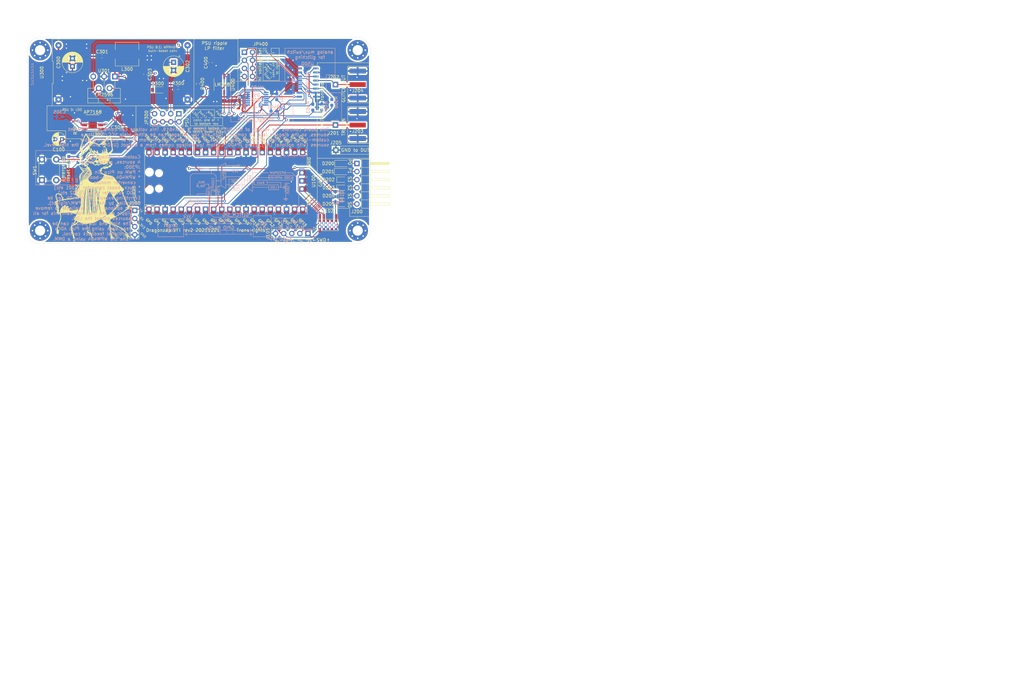
<source format=kicad_pcb>
(kicad_pcb (version 20171130) (host pcbnew 5.1.11)

  (general
    (thickness 1.6)
    (drawings 343)
    (tracks 642)
    (zones 0)
    (modules 54)
    (nets 61)
  )

  (page A4)
  (layers
    (0 F.Cu signal)
    (31 B.Cu signal)
    (32 B.Adhes user)
    (33 F.Adhes user)
    (34 B.Paste user)
    (35 F.Paste user)
    (36 B.SilkS user)
    (37 F.SilkS user)
    (38 B.Mask user)
    (39 F.Mask user)
    (40 Dwgs.User user)
    (41 Cmts.User user)
    (42 Eco1.User user)
    (43 Eco2.User user)
    (44 Edge.Cuts user)
    (45 Margin user)
    (46 B.CrtYd user)
    (47 F.CrtYd user)
    (48 B.Fab user)
    (49 F.Fab user)
  )

  (setup
    (last_trace_width 0.25)
    (user_trace_width 0.25)
    (user_trace_width 0.5)
    (trace_clearance 0.2)
    (zone_clearance 0.508)
    (zone_45_only no)
    (trace_min 0.2)
    (via_size 0.8)
    (via_drill 0.4)
    (via_min_size 0.4)
    (via_min_drill 0.3)
    (uvia_size 0.3)
    (uvia_drill 0.1)
    (uvias_allowed no)
    (uvia_min_size 0.2)
    (uvia_min_drill 0.1)
    (edge_width 0.05)
    (segment_width 0.2)
    (pcb_text_width 0.3)
    (pcb_text_size 1.5 1.5)
    (mod_edge_width 0.12)
    (mod_text_size 1 1)
    (mod_text_width 0.15)
    (pad_size 2.613 3.502)
    (pad_drill 0)
    (pad_to_mask_clearance 0)
    (aux_axis_origin 0 0)
    (visible_elements FFFFFF7F)
    (pcbplotparams
      (layerselection 0x010fc_ffffffff)
      (usegerberextensions false)
      (usegerberattributes true)
      (usegerberadvancedattributes true)
      (creategerberjobfile true)
      (excludeedgelayer true)
      (linewidth 0.100000)
      (plotframeref false)
      (viasonmask false)
      (mode 1)
      (useauxorigin false)
      (hpglpennumber 1)
      (hpglpenspeed 20)
      (hpglpendiameter 15.000000)
      (psnegative false)
      (psa4output false)
      (plotreference true)
      (plotvalue true)
      (plotinvisibletext false)
      (padsonsilk false)
      (subtractmaskfromsilk false)
      (outputformat 1)
      (mirror false)
      (drillshape 0)
      (scaleselection 1)
      (outputdirectory "dragonzap/gerber/"))
  )

  (net 0 "")
  (net 1 GND)
  (net 2 VBUS)
  (net 3 +3V3)
  (net 4 +3.3VADC)
  (net 5 "Net-(D100-Pad1)")
  (net 6 UART_RX)
  (net 7 UART_TX)
  (net 8 /controller/SWDIO)
  (net 9 /controller/SWCLK)
  (net 10 "Net-(J102-Pad6)")
  (net 11 "Net-(J102-Pad7)")
  (net 12 "Net-(J102-Pad8)")
  (net 13 GPIO_P0D)
  (net 14 GPIO_P0W)
  (net 15 GPIO_P1D)
  (net 16 GPIO_P1W)
  (net 17 TRIG_IN)
  (net 18 GLITCH_OUT)
  (net 19 P22PWM)
  (net 20 ADC0)
  (net 21 ADC1)
  (net 22 "Net-(U100-Pad34)")
  (net 23 "Net-(U100-Pad39)")
  (net 24 GPIO_S3W)
  (net 25 GPIO_S3D)
  (net 26 GPIO_S2W)
  (net 27 GPIO_S2D)
  (net 28 GPIO_S1W)
  (net 29 GPIO_S1D)
  (net 30 GPIO_S0W)
  (net 31 GPIO_S0D)
  (net 32 DPOT_DAT)
  (net 33 DPOT_CLK)
  (net 34 "Net-(U100-Pad7)")
  (net 35 MAX_SW_B)
  (net 36 MAX_SW_A)
  (net 37 MAX_EN)
  (net 38 DPOT_HI)
  (net 39 "Net-(C400-Pad1)")
  (net 40 "Net-(D300-Pad1)")
  (net 41 Vdcflt)
  (net 42 "Net-(R301-Pad1)")
  (net 43 Vdclo)
  (net 44 GLITCH_SIG)
  (net 45 DPOT_W)
  (net 46 "Net-(U302-Pad6)")
  (net 47 "Net-(U302-Pad3)")
  (net 48 /glitchout/Vglitch_lo)
  (net 49 DPOT_LO)
  (net 50 "Net-(U100-Pad30)")
  (net 51 "Net-(JP400-Pad4)")
  (net 52 "Net-(U500-Pad14)")
  (net 53 "Net-(U500-Pad13)")
  (net 54 "Net-(U500-Pad12)")
  (net 55 "Net-(JP300-Pad2)")
  (net 56 "Net-(C302-Pad1)")
  (net 57 "Net-(C305-Pad1)")
  (net 58 EMERG_SHDN)
  (net 59 ~EMERG_SHDN~)
  (net 60 "Net-(U401-Pad13)")

  (net_class Default "This is the default net class."
    (clearance 0.2)
    (trace_width 0.25)
    (via_dia 0.8)
    (via_drill 0.4)
    (uvia_dia 0.3)
    (uvia_drill 0.1)
    (add_net /controller/SWCLK)
    (add_net /controller/SWDIO)
    (add_net ADC0)
    (add_net ADC1)
    (add_net DPOT_CLK)
    (add_net DPOT_DAT)
    (add_net EMERG_SHDN)
    (add_net GLITCH_SIG)
    (add_net GND)
    (add_net GPIO_P0D)
    (add_net GPIO_P0W)
    (add_net GPIO_P1D)
    (add_net GPIO_P1W)
    (add_net GPIO_S0D)
    (add_net GPIO_S0W)
    (add_net GPIO_S1D)
    (add_net GPIO_S1W)
    (add_net GPIO_S2D)
    (add_net GPIO_S2W)
    (add_net GPIO_S3D)
    (add_net GPIO_S3W)
    (add_net MAX_EN)
    (add_net MAX_SW_A)
    (add_net MAX_SW_B)
    (add_net "Net-(C302-Pad1)")
    (add_net "Net-(C305-Pad1)")
    (add_net "Net-(C400-Pad1)")
    (add_net "Net-(D100-Pad1)")
    (add_net "Net-(D300-Pad1)")
    (add_net "Net-(J102-Pad6)")
    (add_net "Net-(J102-Pad7)")
    (add_net "Net-(J102-Pad8)")
    (add_net "Net-(JP300-Pad2)")
    (add_net "Net-(JP400-Pad4)")
    (add_net "Net-(R301-Pad1)")
    (add_net "Net-(U100-Pad30)")
    (add_net "Net-(U100-Pad34)")
    (add_net "Net-(U100-Pad39)")
    (add_net "Net-(U100-Pad7)")
    (add_net "Net-(U302-Pad3)")
    (add_net "Net-(U302-Pad6)")
    (add_net "Net-(U401-Pad13)")
    (add_net "Net-(U500-Pad12)")
    (add_net "Net-(U500-Pad13)")
    (add_net "Net-(U500-Pad14)")
    (add_net P22PWM)
    (add_net TRIG_IN)
    (add_net UART_RX)
    (add_net UART_TX)
    (add_net ~EMERG_SHDN~)
  )

  (net_class power_big ""
    (clearance 0.2)
    (trace_width 0.4)
    (via_dia 0.8)
    (via_drill 0.4)
    (uvia_dia 0.3)
    (uvia_drill 0.1)
    (add_net VBUS)
  )

  (net_class power_small ""
    (clearance 0.2)
    (trace_width 0.3)
    (via_dia 0.8)
    (via_drill 0.4)
    (uvia_dia 0.3)
    (uvia_drill 0.1)
    (add_net +3.3VADC)
    (add_net +3V3)
    (add_net /glitchout/Vglitch_lo)
    (add_net DPOT_HI)
    (add_net DPOT_LO)
    (add_net DPOT_W)
    (add_net GLITCH_OUT)
    (add_net Vdcflt)
    (add_net Vdclo)
  )

  (module Package_SO:TSSOP-14_4.4x5mm_P0.65mm (layer B.Cu) (tedit 5E476F32) (tstamp 61C8F582)
    (at 218.567 98.425)
    (descr "TSSOP, 14 Pin (JEDEC MO-153 Var AB-1 https://www.jedec.org/document_search?search_api_views_fulltext=MO-153), generated with kicad-footprint-generator ipc_gullwing_generator.py")
    (tags "TSSOP SO")
    (path /61CA98F5/6255530A)
    (attr smd)
    (fp_text reference U401 (at 0 -3.556) (layer B.SilkS)
      (effects (font (size 1 1) (thickness 0.15)) (justify mirror))
    )
    (fp_text value DS1803 (at 0 -3.45) (layer B.Fab)
      (effects (font (size 1 1) (thickness 0.15)) (justify mirror))
    )
    (fp_text user %R (at 0 0) (layer B.Fab)
      (effects (font (size 1 1) (thickness 0.15)) (justify mirror))
    )
    (fp_line (start 0 -2.61) (end 2.2 -2.61) (layer B.SilkS) (width 0.12))
    (fp_line (start 0 -2.61) (end -2.2 -2.61) (layer B.SilkS) (width 0.12))
    (fp_line (start 0 2.61) (end 2.2 2.61) (layer B.SilkS) (width 0.12))
    (fp_line (start 0 2.61) (end -3.6 2.61) (layer B.SilkS) (width 0.12))
    (fp_line (start -1.2 2.5) (end 2.2 2.5) (layer B.Fab) (width 0.1))
    (fp_line (start 2.2 2.5) (end 2.2 -2.5) (layer B.Fab) (width 0.1))
    (fp_line (start 2.2 -2.5) (end -2.2 -2.5) (layer B.Fab) (width 0.1))
    (fp_line (start -2.2 -2.5) (end -2.2 1.5) (layer B.Fab) (width 0.1))
    (fp_line (start -2.2 1.5) (end -1.2 2.5) (layer B.Fab) (width 0.1))
    (fp_line (start -3.85 2.75) (end -3.85 -2.75) (layer B.CrtYd) (width 0.05))
    (fp_line (start -3.85 -2.75) (end 3.85 -2.75) (layer B.CrtYd) (width 0.05))
    (fp_line (start 3.85 -2.75) (end 3.85 2.75) (layer B.CrtYd) (width 0.05))
    (fp_line (start 3.85 2.75) (end -3.85 2.75) (layer B.CrtYd) (width 0.05))
    (pad 14 smd roundrect (at 2.8625 1.95) (size 1.475 0.4) (layers B.Cu B.Paste B.Mask) (roundrect_rratio 0.25)
      (net 2 VBUS))
    (pad 13 smd roundrect (at 2.8625 1.3) (size 1.475 0.4) (layers B.Cu B.Paste B.Mask) (roundrect_rratio 0.25)
      (net 60 "Net-(U401-Pad13)"))
    (pad 12 smd roundrect (at 2.8625 0.65) (size 1.475 0.4) (layers B.Cu B.Paste B.Mask) (roundrect_rratio 0.25)
      (net 41 Vdcflt))
    (pad 11 smd roundrect (at 2.8625 0) (size 1.475 0.4) (layers B.Cu B.Paste B.Mask) (roundrect_rratio 0.25)
      (net 1 GND))
    (pad 10 smd roundrect (at 2.8625 -0.65) (size 1.475 0.4) (layers B.Cu B.Paste B.Mask) (roundrect_rratio 0.25)
      (net 43 Vdclo))
    (pad 9 smd roundrect (at 2.8625 -1.3) (size 1.475 0.4) (layers B.Cu B.Paste B.Mask) (roundrect_rratio 0.25)
      (net 32 DPOT_DAT))
    (pad 8 smd roundrect (at 2.8625 -1.95) (size 1.475 0.4) (layers B.Cu B.Paste B.Mask) (roundrect_rratio 0.25)
      (net 33 DPOT_CLK))
    (pad 7 smd roundrect (at -2.8625 -1.95) (size 1.475 0.4) (layers B.Cu B.Paste B.Mask) (roundrect_rratio 0.25)
      (net 1 GND))
    (pad 6 smd roundrect (at -2.8625 -1.3) (size 1.475 0.4) (layers B.Cu B.Paste B.Mask) (roundrect_rratio 0.25)
      (net 1 GND))
    (pad 5 smd roundrect (at -2.8625 -0.65) (size 1.475 0.4) (layers B.Cu B.Paste B.Mask) (roundrect_rratio 0.25)
      (net 1 GND))
    (pad 4 smd roundrect (at -2.8625 0) (size 1.475 0.4) (layers B.Cu B.Paste B.Mask) (roundrect_rratio 0.25)
      (net 1 GND))
    (pad 3 smd roundrect (at -2.8625 0.65) (size 1.475 0.4) (layers B.Cu B.Paste B.Mask) (roundrect_rratio 0.25)
      (net 45 DPOT_W))
    (pad 2 smd roundrect (at -2.8625 1.3) (size 1.475 0.4) (layers B.Cu B.Paste B.Mask) (roundrect_rratio 0.25)
      (net 49 DPOT_LO))
    (pad 1 smd roundrect (at -2.8625 1.95) (size 1.475 0.4) (layers B.Cu B.Paste B.Mask) (roundrect_rratio 0.25)
      (net 38 DPOT_HI))
    (model ${KISYS3DMOD}/Package_SO.3dshapes/TSSOP-14_4.4x5mm_P0.65mm.wrl
      (at (xyz 0 0 0))
      (scale (xyz 1 1 1))
      (rotate (xyz 0 0 0))
    )
  )

  (module Diode_SMD:D_SOD-123 (layer F.Cu) (tedit 58645DC7) (tstamp 61C2E5EE)
    (at 187.452 95.631)
    (descr SOD-123)
    (tags SOD-123)
    (path /61CA9896/62502C0F)
    (attr smd)
    (fp_text reference D300 (at 0 -2) (layer F.SilkS)
      (effects (font (size 1 1) (thickness 0.15)))
    )
    (fp_text value 1N5822/SS14 (at 0 2.1) (layer F.Fab)
      (effects (font (size 1 1) (thickness 0.15)))
    )
    (fp_line (start -2.25 -1) (end 1.65 -1) (layer F.SilkS) (width 0.12))
    (fp_line (start -2.25 1) (end 1.65 1) (layer F.SilkS) (width 0.12))
    (fp_line (start -2.35 -1.15) (end -2.35 1.15) (layer F.CrtYd) (width 0.05))
    (fp_line (start 2.35 1.15) (end -2.35 1.15) (layer F.CrtYd) (width 0.05))
    (fp_line (start 2.35 -1.15) (end 2.35 1.15) (layer F.CrtYd) (width 0.05))
    (fp_line (start -2.35 -1.15) (end 2.35 -1.15) (layer F.CrtYd) (width 0.05))
    (fp_line (start -1.4 -0.9) (end 1.4 -0.9) (layer F.Fab) (width 0.1))
    (fp_line (start 1.4 -0.9) (end 1.4 0.9) (layer F.Fab) (width 0.1))
    (fp_line (start 1.4 0.9) (end -1.4 0.9) (layer F.Fab) (width 0.1))
    (fp_line (start -1.4 0.9) (end -1.4 -0.9) (layer F.Fab) (width 0.1))
    (fp_line (start -0.75 0) (end -0.35 0) (layer F.Fab) (width 0.1))
    (fp_line (start -0.35 0) (end -0.35 -0.55) (layer F.Fab) (width 0.1))
    (fp_line (start -0.35 0) (end -0.35 0.55) (layer F.Fab) (width 0.1))
    (fp_line (start -0.35 0) (end 0.25 -0.4) (layer F.Fab) (width 0.1))
    (fp_line (start 0.25 -0.4) (end 0.25 0.4) (layer F.Fab) (width 0.1))
    (fp_line (start 0.25 0.4) (end -0.35 0) (layer F.Fab) (width 0.1))
    (fp_line (start 0.25 0) (end 0.75 0) (layer F.Fab) (width 0.1))
    (fp_line (start -2.25 -1) (end -2.25 1) (layer F.SilkS) (width 0.12))
    (fp_text user %R (at 0 -2) (layer F.Fab)
      (effects (font (size 1 1) (thickness 0.15)))
    )
    (pad 2 smd rect (at 1.65 0) (size 0.9 1.2) (layers F.Cu F.Paste F.Mask)
      (net 1 GND))
    (pad 1 smd rect (at -1.65 0) (size 0.9 1.2) (layers F.Cu F.Paste F.Mask)
      (net 40 "Net-(D300-Pad1)"))
    (model ${KISYS3DMOD}/Diode_SMD.3dshapes/D_SOD-123.wrl
      (at (xyz 0 0 0))
      (scale (xyz 1 1 1))
      (rotate (xyz 0 0 0))
    )
  )

  (module Diode_SMD:D_SOD-323 (layer F.Cu) (tedit 58641739) (tstamp 61C8F054)
    (at 245.11 131.445)
    (descr SOD-323)
    (tags SOD-323)
    (path /61CA9826/62492E75)
    (attr smd)
    (fp_text reference D205 (at -4.064 0) (layer F.SilkS)
      (effects (font (size 1 1) (thickness 0.15)))
    )
    (fp_text value 1N4148 (at 0.1 1.9) (layer F.Fab)
      (effects (font (size 1 1) (thickness 0.15)))
    )
    (fp_line (start -1.5 -0.85) (end 1.05 -0.85) (layer F.SilkS) (width 0.12))
    (fp_line (start -1.5 0.85) (end 1.05 0.85) (layer F.SilkS) (width 0.12))
    (fp_line (start -1.6 -0.95) (end -1.6 0.95) (layer F.CrtYd) (width 0.05))
    (fp_line (start -1.6 0.95) (end 1.6 0.95) (layer F.CrtYd) (width 0.05))
    (fp_line (start 1.6 -0.95) (end 1.6 0.95) (layer F.CrtYd) (width 0.05))
    (fp_line (start -1.6 -0.95) (end 1.6 -0.95) (layer F.CrtYd) (width 0.05))
    (fp_line (start -0.9 -0.7) (end 0.9 -0.7) (layer F.Fab) (width 0.1))
    (fp_line (start 0.9 -0.7) (end 0.9 0.7) (layer F.Fab) (width 0.1))
    (fp_line (start 0.9 0.7) (end -0.9 0.7) (layer F.Fab) (width 0.1))
    (fp_line (start -0.9 0.7) (end -0.9 -0.7) (layer F.Fab) (width 0.1))
    (fp_line (start -0.3 -0.35) (end -0.3 0.35) (layer F.Fab) (width 0.1))
    (fp_line (start -0.3 0) (end -0.5 0) (layer F.Fab) (width 0.1))
    (fp_line (start -0.3 0) (end 0.2 -0.35) (layer F.Fab) (width 0.1))
    (fp_line (start 0.2 -0.35) (end 0.2 0.35) (layer F.Fab) (width 0.1))
    (fp_line (start 0.2 0.35) (end -0.3 0) (layer F.Fab) (width 0.1))
    (fp_line (start 0.2 0) (end 0.45 0) (layer F.Fab) (width 0.1))
    (fp_line (start -1.5 -0.85) (end -1.5 0.85) (layer F.SilkS) (width 0.12))
    (fp_text user %R (at 0 -1.85) (layer F.Fab)
      (effects (font (size 1 1) (thickness 0.15)))
    )
    (pad 2 smd rect (at 1.05 0) (size 0.6 0.45) (layers F.Cu F.Paste F.Mask)
      (net 30 GPIO_S0W))
    (pad 1 smd rect (at -1.05 0) (size 0.6 0.45) (layers F.Cu F.Paste F.Mask)
      (net 31 GPIO_S0D))
    (model ${KISYS3DMOD}/Diode_SMD.3dshapes/D_SOD-323.wrl
      (at (xyz 0 0 0))
      (scale (xyz 1 1 1))
      (rotate (xyz 0 0 0))
    )
  )

  (module Diode_SMD:D_SOD-323 (layer F.Cu) (tedit 58641739) (tstamp 61C8F042)
    (at 245.11 128.905)
    (descr SOD-323)
    (tags SOD-323)
    (path /61CA9826/62492E6F)
    (attr smd)
    (fp_text reference D204 (at -4.064 0) (layer F.SilkS)
      (effects (font (size 1 1) (thickness 0.15)))
    )
    (fp_text value 1N4148 (at 0.1 1.9) (layer F.Fab)
      (effects (font (size 1 1) (thickness 0.15)))
    )
    (fp_line (start -1.5 -0.85) (end 1.05 -0.85) (layer F.SilkS) (width 0.12))
    (fp_line (start -1.5 0.85) (end 1.05 0.85) (layer F.SilkS) (width 0.12))
    (fp_line (start -1.6 -0.95) (end -1.6 0.95) (layer F.CrtYd) (width 0.05))
    (fp_line (start -1.6 0.95) (end 1.6 0.95) (layer F.CrtYd) (width 0.05))
    (fp_line (start 1.6 -0.95) (end 1.6 0.95) (layer F.CrtYd) (width 0.05))
    (fp_line (start -1.6 -0.95) (end 1.6 -0.95) (layer F.CrtYd) (width 0.05))
    (fp_line (start -0.9 -0.7) (end 0.9 -0.7) (layer F.Fab) (width 0.1))
    (fp_line (start 0.9 -0.7) (end 0.9 0.7) (layer F.Fab) (width 0.1))
    (fp_line (start 0.9 0.7) (end -0.9 0.7) (layer F.Fab) (width 0.1))
    (fp_line (start -0.9 0.7) (end -0.9 -0.7) (layer F.Fab) (width 0.1))
    (fp_line (start -0.3 -0.35) (end -0.3 0.35) (layer F.Fab) (width 0.1))
    (fp_line (start -0.3 0) (end -0.5 0) (layer F.Fab) (width 0.1))
    (fp_line (start -0.3 0) (end 0.2 -0.35) (layer F.Fab) (width 0.1))
    (fp_line (start 0.2 -0.35) (end 0.2 0.35) (layer F.Fab) (width 0.1))
    (fp_line (start 0.2 0.35) (end -0.3 0) (layer F.Fab) (width 0.1))
    (fp_line (start 0.2 0) (end 0.45 0) (layer F.Fab) (width 0.1))
    (fp_line (start -1.5 -0.85) (end -1.5 0.85) (layer F.SilkS) (width 0.12))
    (fp_text user %R (at 0 -1.85) (layer F.Fab)
      (effects (font (size 1 1) (thickness 0.15)))
    )
    (pad 2 smd rect (at 1.05 0) (size 0.6 0.45) (layers F.Cu F.Paste F.Mask)
      (net 28 GPIO_S1W))
    (pad 1 smd rect (at -1.05 0) (size 0.6 0.45) (layers F.Cu F.Paste F.Mask)
      (net 29 GPIO_S1D))
    (model ${KISYS3DMOD}/Diode_SMD.3dshapes/D_SOD-323.wrl
      (at (xyz 0 0 0))
      (scale (xyz 1 1 1))
      (rotate (xyz 0 0 0))
    )
  )

  (module Diode_SMD:D_SOD-323 (layer F.Cu) (tedit 58641739) (tstamp 61C8F030)
    (at 245.11 126.365)
    (descr SOD-323)
    (tags SOD-323)
    (path /61CA9826/62491CA3)
    (attr smd)
    (fp_text reference D203 (at -4.064 0) (layer F.SilkS)
      (effects (font (size 1 1) (thickness 0.15)))
    )
    (fp_text value 1N4148 (at 0.1 1.9) (layer F.Fab)
      (effects (font (size 1 1) (thickness 0.15)))
    )
    (fp_line (start -1.5 -0.85) (end 1.05 -0.85) (layer F.SilkS) (width 0.12))
    (fp_line (start -1.5 0.85) (end 1.05 0.85) (layer F.SilkS) (width 0.12))
    (fp_line (start -1.6 -0.95) (end -1.6 0.95) (layer F.CrtYd) (width 0.05))
    (fp_line (start -1.6 0.95) (end 1.6 0.95) (layer F.CrtYd) (width 0.05))
    (fp_line (start 1.6 -0.95) (end 1.6 0.95) (layer F.CrtYd) (width 0.05))
    (fp_line (start -1.6 -0.95) (end 1.6 -0.95) (layer F.CrtYd) (width 0.05))
    (fp_line (start -0.9 -0.7) (end 0.9 -0.7) (layer F.Fab) (width 0.1))
    (fp_line (start 0.9 -0.7) (end 0.9 0.7) (layer F.Fab) (width 0.1))
    (fp_line (start 0.9 0.7) (end -0.9 0.7) (layer F.Fab) (width 0.1))
    (fp_line (start -0.9 0.7) (end -0.9 -0.7) (layer F.Fab) (width 0.1))
    (fp_line (start -0.3 -0.35) (end -0.3 0.35) (layer F.Fab) (width 0.1))
    (fp_line (start -0.3 0) (end -0.5 0) (layer F.Fab) (width 0.1))
    (fp_line (start -0.3 0) (end 0.2 -0.35) (layer F.Fab) (width 0.1))
    (fp_line (start 0.2 -0.35) (end 0.2 0.35) (layer F.Fab) (width 0.1))
    (fp_line (start 0.2 0.35) (end -0.3 0) (layer F.Fab) (width 0.1))
    (fp_line (start 0.2 0) (end 0.45 0) (layer F.Fab) (width 0.1))
    (fp_line (start -1.5 -0.85) (end -1.5 0.85) (layer F.SilkS) (width 0.12))
    (fp_text user %R (at 0 -1.85) (layer F.Fab)
      (effects (font (size 1 1) (thickness 0.15)))
    )
    (pad 2 smd rect (at 1.05 0) (size 0.6 0.45) (layers F.Cu F.Paste F.Mask)
      (net 26 GPIO_S2W))
    (pad 1 smd rect (at -1.05 0) (size 0.6 0.45) (layers F.Cu F.Paste F.Mask)
      (net 27 GPIO_S2D))
    (model ${KISYS3DMOD}/Diode_SMD.3dshapes/D_SOD-323.wrl
      (at (xyz 0 0 0))
      (scale (xyz 1 1 1))
      (rotate (xyz 0 0 0))
    )
  )

  (module Diode_SMD:D_SOD-323 (layer F.Cu) (tedit 58641739) (tstamp 61C8F01E)
    (at 245.11 123.825)
    (descr SOD-323)
    (tags SOD-323)
    (path /61CA9826/62491C9D)
    (attr smd)
    (fp_text reference D202 (at -4.064 0) (layer F.SilkS)
      (effects (font (size 1 1) (thickness 0.15)))
    )
    (fp_text value 1N4148 (at 0.1 1.9) (layer F.Fab)
      (effects (font (size 1 1) (thickness 0.15)))
    )
    (fp_line (start -1.5 -0.85) (end 1.05 -0.85) (layer F.SilkS) (width 0.12))
    (fp_line (start -1.5 0.85) (end 1.05 0.85) (layer F.SilkS) (width 0.12))
    (fp_line (start -1.6 -0.95) (end -1.6 0.95) (layer F.CrtYd) (width 0.05))
    (fp_line (start -1.6 0.95) (end 1.6 0.95) (layer F.CrtYd) (width 0.05))
    (fp_line (start 1.6 -0.95) (end 1.6 0.95) (layer F.CrtYd) (width 0.05))
    (fp_line (start -1.6 -0.95) (end 1.6 -0.95) (layer F.CrtYd) (width 0.05))
    (fp_line (start -0.9 -0.7) (end 0.9 -0.7) (layer F.Fab) (width 0.1))
    (fp_line (start 0.9 -0.7) (end 0.9 0.7) (layer F.Fab) (width 0.1))
    (fp_line (start 0.9 0.7) (end -0.9 0.7) (layer F.Fab) (width 0.1))
    (fp_line (start -0.9 0.7) (end -0.9 -0.7) (layer F.Fab) (width 0.1))
    (fp_line (start -0.3 -0.35) (end -0.3 0.35) (layer F.Fab) (width 0.1))
    (fp_line (start -0.3 0) (end -0.5 0) (layer F.Fab) (width 0.1))
    (fp_line (start -0.3 0) (end 0.2 -0.35) (layer F.Fab) (width 0.1))
    (fp_line (start 0.2 -0.35) (end 0.2 0.35) (layer F.Fab) (width 0.1))
    (fp_line (start 0.2 0.35) (end -0.3 0) (layer F.Fab) (width 0.1))
    (fp_line (start 0.2 0) (end 0.45 0) (layer F.Fab) (width 0.1))
    (fp_line (start -1.5 -0.85) (end -1.5 0.85) (layer F.SilkS) (width 0.12))
    (fp_text user %R (at 0 -1.85) (layer F.Fab)
      (effects (font (size 1 1) (thickness 0.15)))
    )
    (pad 2 smd rect (at 1.05 0) (size 0.6 0.45) (layers F.Cu F.Paste F.Mask)
      (net 24 GPIO_S3W))
    (pad 1 smd rect (at -1.05 0) (size 0.6 0.45) (layers F.Cu F.Paste F.Mask)
      (net 25 GPIO_S3D))
    (model ${KISYS3DMOD}/Diode_SMD.3dshapes/D_SOD-323.wrl
      (at (xyz 0 0 0))
      (scale (xyz 1 1 1))
      (rotate (xyz 0 0 0))
    )
  )

  (module Diode_SMD:D_SOD-123 (layer F.Cu) (tedit 58645DC7) (tstamp 61C41EAB)
    (at 245.11 121.285)
    (descr SOD-123)
    (tags SOD-123)
    (path /61CA9826/624915A9)
    (attr smd)
    (fp_text reference D201 (at -4.191 0) (layer F.SilkS)
      (effects (font (size 1 1) (thickness 0.15)))
    )
    (fp_text value 1N4001 (at 0 2.1) (layer F.Fab)
      (effects (font (size 1 1) (thickness 0.15)))
    )
    (fp_line (start -2.25 -1) (end 1.65 -1) (layer F.SilkS) (width 0.12))
    (fp_line (start -2.25 1) (end 1.65 1) (layer F.SilkS) (width 0.12))
    (fp_line (start -2.35 -1.15) (end -2.35 1.15) (layer F.CrtYd) (width 0.05))
    (fp_line (start 2.35 1.15) (end -2.35 1.15) (layer F.CrtYd) (width 0.05))
    (fp_line (start 2.35 -1.15) (end 2.35 1.15) (layer F.CrtYd) (width 0.05))
    (fp_line (start -2.35 -1.15) (end 2.35 -1.15) (layer F.CrtYd) (width 0.05))
    (fp_line (start -1.4 -0.9) (end 1.4 -0.9) (layer F.Fab) (width 0.1))
    (fp_line (start 1.4 -0.9) (end 1.4 0.9) (layer F.Fab) (width 0.1))
    (fp_line (start 1.4 0.9) (end -1.4 0.9) (layer F.Fab) (width 0.1))
    (fp_line (start -1.4 0.9) (end -1.4 -0.9) (layer F.Fab) (width 0.1))
    (fp_line (start -0.75 0) (end -0.35 0) (layer F.Fab) (width 0.1))
    (fp_line (start -0.35 0) (end -0.35 -0.55) (layer F.Fab) (width 0.1))
    (fp_line (start -0.35 0) (end -0.35 0.55) (layer F.Fab) (width 0.1))
    (fp_line (start -0.35 0) (end 0.25 -0.4) (layer F.Fab) (width 0.1))
    (fp_line (start 0.25 -0.4) (end 0.25 0.4) (layer F.Fab) (width 0.1))
    (fp_line (start 0.25 0.4) (end -0.35 0) (layer F.Fab) (width 0.1))
    (fp_line (start 0.25 0) (end 0.75 0) (layer F.Fab) (width 0.1))
    (fp_line (start -2.25 -1) (end -2.25 1) (layer F.SilkS) (width 0.12))
    (fp_text user %R (at 0 -2) (layer F.Fab)
      (effects (font (size 1 1) (thickness 0.15)))
    )
    (pad 2 smd rect (at 1.65 0) (size 0.9 1.2) (layers F.Cu F.Paste F.Mask)
      (net 16 GPIO_P1W))
    (pad 1 smd rect (at -1.65 0) (size 0.9 1.2) (layers F.Cu F.Paste F.Mask)
      (net 15 GPIO_P1D))
    (model ${KISYS3DMOD}/Diode_SMD.3dshapes/D_SOD-123.wrl
      (at (xyz 0 0 0))
      (scale (xyz 1 1 1))
      (rotate (xyz 0 0 0))
    )
  )

  (module Diode_SMD:D_SOD-123 (layer F.Cu) (tedit 58645DC7) (tstamp 61C44357)
    (at 245.237 118.745)
    (descr SOD-123)
    (tags SOD-123)
    (path /61CA9826/62490CA6)
    (attr smd)
    (fp_text reference D200 (at -4.318 0) (layer F.SilkS)
      (effects (font (size 1 1) (thickness 0.15)))
    )
    (fp_text value 1N4001 (at 0 2.1) (layer F.Fab)
      (effects (font (size 1 1) (thickness 0.15)))
    )
    (fp_line (start -2.25 -1) (end 1.65 -1) (layer F.SilkS) (width 0.12))
    (fp_line (start -2.25 1) (end 1.65 1) (layer F.SilkS) (width 0.12))
    (fp_line (start -2.35 -1.15) (end -2.35 1.15) (layer F.CrtYd) (width 0.05))
    (fp_line (start 2.35 1.15) (end -2.35 1.15) (layer F.CrtYd) (width 0.05))
    (fp_line (start 2.35 -1.15) (end 2.35 1.15) (layer F.CrtYd) (width 0.05))
    (fp_line (start -2.35 -1.15) (end 2.35 -1.15) (layer F.CrtYd) (width 0.05))
    (fp_line (start -1.4 -0.9) (end 1.4 -0.9) (layer F.Fab) (width 0.1))
    (fp_line (start 1.4 -0.9) (end 1.4 0.9) (layer F.Fab) (width 0.1))
    (fp_line (start 1.4 0.9) (end -1.4 0.9) (layer F.Fab) (width 0.1))
    (fp_line (start -1.4 0.9) (end -1.4 -0.9) (layer F.Fab) (width 0.1))
    (fp_line (start -0.75 0) (end -0.35 0) (layer F.Fab) (width 0.1))
    (fp_line (start -0.35 0) (end -0.35 -0.55) (layer F.Fab) (width 0.1))
    (fp_line (start -0.35 0) (end -0.35 0.55) (layer F.Fab) (width 0.1))
    (fp_line (start -0.35 0) (end 0.25 -0.4) (layer F.Fab) (width 0.1))
    (fp_line (start 0.25 -0.4) (end 0.25 0.4) (layer F.Fab) (width 0.1))
    (fp_line (start 0.25 0.4) (end -0.35 0) (layer F.Fab) (width 0.1))
    (fp_line (start 0.25 0) (end 0.75 0) (layer F.Fab) (width 0.1))
    (fp_line (start -2.25 -1) (end -2.25 1) (layer F.SilkS) (width 0.12))
    (fp_text user %R (at 0 -2) (layer F.Fab)
      (effects (font (size 1 1) (thickness 0.15)))
    )
    (pad 2 smd rect (at 1.65 0) (size 0.9 1.2) (layers F.Cu F.Paste F.Mask)
      (net 14 GPIO_P0W))
    (pad 1 smd rect (at -1.65 0) (size 0.9 1.2) (layers F.Cu F.Paste F.Mask)
      (net 13 GPIO_P0D))
    (model ${KISYS3DMOD}/Diode_SMD.3dshapes/D_SOD-123.wrl
      (at (xyz 0 0 0))
      (scale (xyz 1 1 1))
      (rotate (xyz 0 0 0))
    )
  )

  (module Diode_SMD:D_SOD-123 (layer B.Cu) (tedit 58645DC7) (tstamp 61C8EFE6)
    (at 243.205 129.159 90)
    (descr SOD-123)
    (tags SOD-123)
    (path /61CA977C/61D10674)
    (attr smd)
    (fp_text reference D100 (at 0 2 90) (layer B.SilkS)
      (effects (font (size 1 1) (thickness 0.15)) (justify mirror))
    )
    (fp_text value 1N4001 (at 0 -2.1 90) (layer B.Fab)
      (effects (font (size 1 1) (thickness 0.15)) (justify mirror))
    )
    (fp_line (start -2.25 1) (end 1.65 1) (layer B.SilkS) (width 0.12))
    (fp_line (start -2.25 -1) (end 1.65 -1) (layer B.SilkS) (width 0.12))
    (fp_line (start -2.35 1.15) (end -2.35 -1.15) (layer B.CrtYd) (width 0.05))
    (fp_line (start 2.35 -1.15) (end -2.35 -1.15) (layer B.CrtYd) (width 0.05))
    (fp_line (start 2.35 1.15) (end 2.35 -1.15) (layer B.CrtYd) (width 0.05))
    (fp_line (start -2.35 1.15) (end 2.35 1.15) (layer B.CrtYd) (width 0.05))
    (fp_line (start -1.4 0.9) (end 1.4 0.9) (layer B.Fab) (width 0.1))
    (fp_line (start 1.4 0.9) (end 1.4 -0.9) (layer B.Fab) (width 0.1))
    (fp_line (start 1.4 -0.9) (end -1.4 -0.9) (layer B.Fab) (width 0.1))
    (fp_line (start -1.4 -0.9) (end -1.4 0.9) (layer B.Fab) (width 0.1))
    (fp_line (start -0.75 0) (end -0.35 0) (layer B.Fab) (width 0.1))
    (fp_line (start -0.35 0) (end -0.35 0.55) (layer B.Fab) (width 0.1))
    (fp_line (start -0.35 0) (end -0.35 -0.55) (layer B.Fab) (width 0.1))
    (fp_line (start -0.35 0) (end 0.25 0.4) (layer B.Fab) (width 0.1))
    (fp_line (start 0.25 0.4) (end 0.25 -0.4) (layer B.Fab) (width 0.1))
    (fp_line (start 0.25 -0.4) (end -0.35 0) (layer B.Fab) (width 0.1))
    (fp_line (start 0.25 0) (end 0.75 0) (layer B.Fab) (width 0.1))
    (fp_line (start -2.25 1) (end -2.25 -1) (layer B.SilkS) (width 0.12))
    (fp_text user %R (at 0 2 90) (layer B.Fab)
      (effects (font (size 1 1) (thickness 0.15)) (justify mirror))
    )
    (pad 2 smd rect (at 1.65 0 90) (size 0.9 1.2) (layers B.Cu B.Paste B.Mask)
      (net 59 ~EMERG_SHDN~))
    (pad 1 smd rect (at -1.65 0 90) (size 0.9 1.2) (layers B.Cu B.Paste B.Mask)
      (net 5 "Net-(D100-Pad1)"))
    (model ${KISYS3DMOD}/Diode_SMD.3dshapes/D_SOD-123.wrl
      (at (xyz 0 0 0))
      (scale (xyz 1 1 1))
      (rotate (xyz 0 0 0))
    )
  )

  (module Capacitor_SMD:C_0603_1608Metric_Pad1.08x0.95mm_HandSolder (layer F.Cu) (tedit 5F68FEEF) (tstamp 61C8EFD3)
    (at 203.962 87.122 90)
    (descr "Capacitor SMD 0603 (1608 Metric), square (rectangular) end terminal, IPC_7351 nominal with elongated pad for handsoldering. (Body size source: IPC-SM-782 page 76, https://www.pcb-3d.com/wordpress/wp-content/uploads/ipc-sm-782a_amendment_1_and_2.pdf), generated with kicad-footprint-generator")
    (tags "capacitor handsolder")
    (path /61CA98F5/62530F17)
    (attr smd)
    (fp_text reference C400 (at 0 -1.43 90) (layer F.SilkS)
      (effects (font (size 1 1) (thickness 0.15)))
    )
    (fp_text value 10uF (at 0 1.43 90) (layer F.Fab)
      (effects (font (size 1 1) (thickness 0.15)))
    )
    (fp_line (start -0.8 0.4) (end -0.8 -0.4) (layer F.Fab) (width 0.1))
    (fp_line (start -0.8 -0.4) (end 0.8 -0.4) (layer F.Fab) (width 0.1))
    (fp_line (start 0.8 -0.4) (end 0.8 0.4) (layer F.Fab) (width 0.1))
    (fp_line (start 0.8 0.4) (end -0.8 0.4) (layer F.Fab) (width 0.1))
    (fp_line (start -0.146267 -0.51) (end 0.146267 -0.51) (layer F.SilkS) (width 0.12))
    (fp_line (start -0.146267 0.51) (end 0.146267 0.51) (layer F.SilkS) (width 0.12))
    (fp_line (start -1.65 0.73) (end -1.65 -0.73) (layer F.CrtYd) (width 0.05))
    (fp_line (start -1.65 -0.73) (end 1.65 -0.73) (layer F.CrtYd) (width 0.05))
    (fp_line (start 1.65 -0.73) (end 1.65 0.73) (layer F.CrtYd) (width 0.05))
    (fp_line (start 1.65 0.73) (end -1.65 0.73) (layer F.CrtYd) (width 0.05))
    (fp_text user %R (at 0 0 90) (layer F.Fab)
      (effects (font (size 0.4 0.4) (thickness 0.06)))
    )
    (pad 2 smd roundrect (at 0.8625 0 90) (size 1.075 0.95) (layers F.Cu F.Paste F.Mask) (roundrect_rratio 0.25)
      (net 1 GND))
    (pad 1 smd roundrect (at -0.8625 0 90) (size 1.075 0.95) (layers F.Cu F.Paste F.Mask) (roundrect_rratio 0.25)
      (net 39 "Net-(C400-Pad1)"))
    (model ${KISYS3DMOD}/Capacitor_SMD.3dshapes/C_0603_1608Metric.wrl
      (at (xyz 0 0 0))
      (scale (xyz 1 1 1))
      (rotate (xyz 0 0 0))
    )
  )

  (module Capacitor_SMD:C_0603_1608Metric_Pad1.08x0.95mm_HandSolder (layer B.Cu) (tedit 5F68FEEF) (tstamp 61CA7CBD)
    (at 156.591 104.013 180)
    (descr "Capacitor SMD 0603 (1608 Metric), square (rectangular) end terminal, IPC_7351 nominal with elongated pad for handsoldering. (Body size source: IPC-SM-782 page 76, https://www.pcb-3d.com/wordpress/wp-content/uploads/ipc-sm-782a_amendment_1_and_2.pdf), generated with kicad-footprint-generator")
    (tags "capacitor handsolder")
    (path /61CA9896/62667197)
    (attr smd)
    (fp_text reference C305 (at 0 1.43) (layer B.SilkS)
      (effects (font (size 1 1) (thickness 0.15)) (justify mirror))
    )
    (fp_text value 10uF (at 0 -1.43) (layer B.Fab)
      (effects (font (size 1 1) (thickness 0.15)) (justify mirror))
    )
    (fp_line (start -0.8 -0.4) (end -0.8 0.4) (layer B.Fab) (width 0.1))
    (fp_line (start -0.8 0.4) (end 0.8 0.4) (layer B.Fab) (width 0.1))
    (fp_line (start 0.8 0.4) (end 0.8 -0.4) (layer B.Fab) (width 0.1))
    (fp_line (start 0.8 -0.4) (end -0.8 -0.4) (layer B.Fab) (width 0.1))
    (fp_line (start -0.146267 0.51) (end 0.146267 0.51) (layer B.SilkS) (width 0.12))
    (fp_line (start -0.146267 -0.51) (end 0.146267 -0.51) (layer B.SilkS) (width 0.12))
    (fp_line (start -1.65 -0.73) (end -1.65 0.73) (layer B.CrtYd) (width 0.05))
    (fp_line (start -1.65 0.73) (end 1.65 0.73) (layer B.CrtYd) (width 0.05))
    (fp_line (start 1.65 0.73) (end 1.65 -0.73) (layer B.CrtYd) (width 0.05))
    (fp_line (start 1.65 -0.73) (end -1.65 -0.73) (layer B.CrtYd) (width 0.05))
    (fp_text user %R (at 0 0) (layer B.Fab)
      (effects (font (size 0.4 0.4) (thickness 0.06)) (justify mirror))
    )
    (pad 2 smd roundrect (at 0.8625 0 180) (size 1.075 0.95) (layers B.Cu B.Paste B.Mask) (roundrect_rratio 0.25)
      (net 1 GND))
    (pad 1 smd roundrect (at -0.8625 0 180) (size 1.075 0.95) (layers B.Cu B.Paste B.Mask) (roundrect_rratio 0.25)
      (net 57 "Net-(C305-Pad1)"))
    (model ${KISYS3DMOD}/Capacitor_SMD.3dshapes/C_0603_1608Metric.wrl
      (at (xyz 0 0 0))
      (scale (xyz 1 1 1))
      (rotate (xyz 0 0 0))
    )
  )

  (module Capacitor_THT:CP_Radial_D4.0mm_P2.00mm (layer F.Cu) (tedit 5AE50EF0) (tstamp 61CA7E76)
    (at 157.353 111.125 180)
    (descr "CP, Radial series, Radial, pin pitch=2.00mm, , diameter=4mm, Electrolytic Capacitor")
    (tags "CP Radial series Radial pin pitch 2.00mm  diameter 4mm Electrolytic Capacitor")
    (path /61CA977C/61CE8380)
    (fp_text reference C100 (at 1 -3.25) (layer F.SilkS)
      (effects (font (size 1 1) (thickness 0.15)))
    )
    (fp_text value 47uF (at 1 3.25) (layer F.Fab)
      (effects (font (size 1 1) (thickness 0.15)))
    )
    (fp_circle (center 1 0) (end 3 0) (layer F.Fab) (width 0.1))
    (fp_circle (center 1 0) (end 3.12 0) (layer F.SilkS) (width 0.12))
    (fp_circle (center 1 0) (end 3.25 0) (layer F.CrtYd) (width 0.05))
    (fp_line (start -0.702554 -0.8675) (end -0.302554 -0.8675) (layer F.Fab) (width 0.1))
    (fp_line (start -0.502554 -1.0675) (end -0.502554 -0.6675) (layer F.Fab) (width 0.1))
    (fp_line (start 1 -2.08) (end 1 2.08) (layer F.SilkS) (width 0.12))
    (fp_line (start 1.04 -2.08) (end 1.04 2.08) (layer F.SilkS) (width 0.12))
    (fp_line (start 1.08 -2.079) (end 1.08 2.079) (layer F.SilkS) (width 0.12))
    (fp_line (start 1.12 -2.077) (end 1.12 2.077) (layer F.SilkS) (width 0.12))
    (fp_line (start 1.16 -2.074) (end 1.16 2.074) (layer F.SilkS) (width 0.12))
    (fp_line (start 1.2 -2.071) (end 1.2 -0.84) (layer F.SilkS) (width 0.12))
    (fp_line (start 1.2 0.84) (end 1.2 2.071) (layer F.SilkS) (width 0.12))
    (fp_line (start 1.24 -2.067) (end 1.24 -0.84) (layer F.SilkS) (width 0.12))
    (fp_line (start 1.24 0.84) (end 1.24 2.067) (layer F.SilkS) (width 0.12))
    (fp_line (start 1.28 -2.062) (end 1.28 -0.84) (layer F.SilkS) (width 0.12))
    (fp_line (start 1.28 0.84) (end 1.28 2.062) (layer F.SilkS) (width 0.12))
    (fp_line (start 1.32 -2.056) (end 1.32 -0.84) (layer F.SilkS) (width 0.12))
    (fp_line (start 1.32 0.84) (end 1.32 2.056) (layer F.SilkS) (width 0.12))
    (fp_line (start 1.36 -2.05) (end 1.36 -0.84) (layer F.SilkS) (width 0.12))
    (fp_line (start 1.36 0.84) (end 1.36 2.05) (layer F.SilkS) (width 0.12))
    (fp_line (start 1.4 -2.042) (end 1.4 -0.84) (layer F.SilkS) (width 0.12))
    (fp_line (start 1.4 0.84) (end 1.4 2.042) (layer F.SilkS) (width 0.12))
    (fp_line (start 1.44 -2.034) (end 1.44 -0.84) (layer F.SilkS) (width 0.12))
    (fp_line (start 1.44 0.84) (end 1.44 2.034) (layer F.SilkS) (width 0.12))
    (fp_line (start 1.48 -2.025) (end 1.48 -0.84) (layer F.SilkS) (width 0.12))
    (fp_line (start 1.48 0.84) (end 1.48 2.025) (layer F.SilkS) (width 0.12))
    (fp_line (start 1.52 -2.016) (end 1.52 -0.84) (layer F.SilkS) (width 0.12))
    (fp_line (start 1.52 0.84) (end 1.52 2.016) (layer F.SilkS) (width 0.12))
    (fp_line (start 1.56 -2.005) (end 1.56 -0.84) (layer F.SilkS) (width 0.12))
    (fp_line (start 1.56 0.84) (end 1.56 2.005) (layer F.SilkS) (width 0.12))
    (fp_line (start 1.6 -1.994) (end 1.6 -0.84) (layer F.SilkS) (width 0.12))
    (fp_line (start 1.6 0.84) (end 1.6 1.994) (layer F.SilkS) (width 0.12))
    (fp_line (start 1.64 -1.982) (end 1.64 -0.84) (layer F.SilkS) (width 0.12))
    (fp_line (start 1.64 0.84) (end 1.64 1.982) (layer F.SilkS) (width 0.12))
    (fp_line (start 1.68 -1.968) (end 1.68 -0.84) (layer F.SilkS) (width 0.12))
    (fp_line (start 1.68 0.84) (end 1.68 1.968) (layer F.SilkS) (width 0.12))
    (fp_line (start 1.721 -1.954) (end 1.721 -0.84) (layer F.SilkS) (width 0.12))
    (fp_line (start 1.721 0.84) (end 1.721 1.954) (layer F.SilkS) (width 0.12))
    (fp_line (start 1.761 -1.94) (end 1.761 -0.84) (layer F.SilkS) (width 0.12))
    (fp_line (start 1.761 0.84) (end 1.761 1.94) (layer F.SilkS) (width 0.12))
    (fp_line (start 1.801 -1.924) (end 1.801 -0.84) (layer F.SilkS) (width 0.12))
    (fp_line (start 1.801 0.84) (end 1.801 1.924) (layer F.SilkS) (width 0.12))
    (fp_line (start 1.841 -1.907) (end 1.841 -0.84) (layer F.SilkS) (width 0.12))
    (fp_line (start 1.841 0.84) (end 1.841 1.907) (layer F.SilkS) (width 0.12))
    (fp_line (start 1.881 -1.889) (end 1.881 -0.84) (layer F.SilkS) (width 0.12))
    (fp_line (start 1.881 0.84) (end 1.881 1.889) (layer F.SilkS) (width 0.12))
    (fp_line (start 1.921 -1.87) (end 1.921 -0.84) (layer F.SilkS) (width 0.12))
    (fp_line (start 1.921 0.84) (end 1.921 1.87) (layer F.SilkS) (width 0.12))
    (fp_line (start 1.961 -1.851) (end 1.961 -0.84) (layer F.SilkS) (width 0.12))
    (fp_line (start 1.961 0.84) (end 1.961 1.851) (layer F.SilkS) (width 0.12))
    (fp_line (start 2.001 -1.83) (end 2.001 -0.84) (layer F.SilkS) (width 0.12))
    (fp_line (start 2.001 0.84) (end 2.001 1.83) (layer F.SilkS) (width 0.12))
    (fp_line (start 2.041 -1.808) (end 2.041 -0.84) (layer F.SilkS) (width 0.12))
    (fp_line (start 2.041 0.84) (end 2.041 1.808) (layer F.SilkS) (width 0.12))
    (fp_line (start 2.081 -1.785) (end 2.081 -0.84) (layer F.SilkS) (width 0.12))
    (fp_line (start 2.081 0.84) (end 2.081 1.785) (layer F.SilkS) (width 0.12))
    (fp_line (start 2.121 -1.76) (end 2.121 -0.84) (layer F.SilkS) (width 0.12))
    (fp_line (start 2.121 0.84) (end 2.121 1.76) (layer F.SilkS) (width 0.12))
    (fp_line (start 2.161 -1.735) (end 2.161 -0.84) (layer F.SilkS) (width 0.12))
    (fp_line (start 2.161 0.84) (end 2.161 1.735) (layer F.SilkS) (width 0.12))
    (fp_line (start 2.201 -1.708) (end 2.201 -0.84) (layer F.SilkS) (width 0.12))
    (fp_line (start 2.201 0.84) (end 2.201 1.708) (layer F.SilkS) (width 0.12))
    (fp_line (start 2.241 -1.68) (end 2.241 -0.84) (layer F.SilkS) (width 0.12))
    (fp_line (start 2.241 0.84) (end 2.241 1.68) (layer F.SilkS) (width 0.12))
    (fp_line (start 2.281 -1.65) (end 2.281 -0.84) (layer F.SilkS) (width 0.12))
    (fp_line (start 2.281 0.84) (end 2.281 1.65) (layer F.SilkS) (width 0.12))
    (fp_line (start 2.321 -1.619) (end 2.321 -0.84) (layer F.SilkS) (width 0.12))
    (fp_line (start 2.321 0.84) (end 2.321 1.619) (layer F.SilkS) (width 0.12))
    (fp_line (start 2.361 -1.587) (end 2.361 -0.84) (layer F.SilkS) (width 0.12))
    (fp_line (start 2.361 0.84) (end 2.361 1.587) (layer F.SilkS) (width 0.12))
    (fp_line (start 2.401 -1.552) (end 2.401 -0.84) (layer F.SilkS) (width 0.12))
    (fp_line (start 2.401 0.84) (end 2.401 1.552) (layer F.SilkS) (width 0.12))
    (fp_line (start 2.441 -1.516) (end 2.441 -0.84) (layer F.SilkS) (width 0.12))
    (fp_line (start 2.441 0.84) (end 2.441 1.516) (layer F.SilkS) (width 0.12))
    (fp_line (start 2.481 -1.478) (end 2.481 -0.84) (layer F.SilkS) (width 0.12))
    (fp_line (start 2.481 0.84) (end 2.481 1.478) (layer F.SilkS) (width 0.12))
    (fp_line (start 2.521 -1.438) (end 2.521 -0.84) (layer F.SilkS) (width 0.12))
    (fp_line (start 2.521 0.84) (end 2.521 1.438) (layer F.SilkS) (width 0.12))
    (fp_line (start 2.561 -1.396) (end 2.561 -0.84) (layer F.SilkS) (width 0.12))
    (fp_line (start 2.561 0.84) (end 2.561 1.396) (layer F.SilkS) (width 0.12))
    (fp_line (start 2.601 -1.351) (end 2.601 -0.84) (layer F.SilkS) (width 0.12))
    (fp_line (start 2.601 0.84) (end 2.601 1.351) (layer F.SilkS) (width 0.12))
    (fp_line (start 2.641 -1.304) (end 2.641 -0.84) (layer F.SilkS) (width 0.12))
    (fp_line (start 2.641 0.84) (end 2.641 1.304) (layer F.SilkS) (width 0.12))
    (fp_line (start 2.681 -1.254) (end 2.681 -0.84) (layer F.SilkS) (width 0.12))
    (fp_line (start 2.681 0.84) (end 2.681 1.254) (layer F.SilkS) (width 0.12))
    (fp_line (start 2.721 -1.2) (end 2.721 -0.84) (layer F.SilkS) (width 0.12))
    (fp_line (start 2.721 0.84) (end 2.721 1.2) (layer F.SilkS) (width 0.12))
    (fp_line (start 2.761 -1.142) (end 2.761 -0.84) (layer F.SilkS) (width 0.12))
    (fp_line (start 2.761 0.84) (end 2.761 1.142) (layer F.SilkS) (width 0.12))
    (fp_line (start 2.801 -1.08) (end 2.801 -0.84) (layer F.SilkS) (width 0.12))
    (fp_line (start 2.801 0.84) (end 2.801 1.08) (layer F.SilkS) (width 0.12))
    (fp_line (start 2.841 -1.013) (end 2.841 1.013) (layer F.SilkS) (width 0.12))
    (fp_line (start 2.881 -0.94) (end 2.881 0.94) (layer F.SilkS) (width 0.12))
    (fp_line (start 2.921 -0.859) (end 2.921 0.859) (layer F.SilkS) (width 0.12))
    (fp_line (start 2.961 -0.768) (end 2.961 0.768) (layer F.SilkS) (width 0.12))
    (fp_line (start 3.001 -0.664) (end 3.001 0.664) (layer F.SilkS) (width 0.12))
    (fp_line (start 3.041 -0.537) (end 3.041 0.537) (layer F.SilkS) (width 0.12))
    (fp_line (start 3.081 -0.37) (end 3.081 0.37) (layer F.SilkS) (width 0.12))
    (fp_line (start -1.269801 -1.195) (end -0.869801 -1.195) (layer F.SilkS) (width 0.12))
    (fp_line (start -1.069801 -1.395) (end -1.069801 -0.995) (layer F.SilkS) (width 0.12))
    (fp_text user %R (at 1 0) (layer F.Fab)
      (effects (font (size 0.8 0.8) (thickness 0.12)))
    )
    (pad 2 thru_hole circle (at 2 0 180) (size 1.2 1.2) (drill 0.6) (layers *.Cu *.Mask)
      (net 1 GND))
    (pad 1 thru_hole rect (at 0 0 180) (size 1.2 1.2) (drill 0.6) (layers *.Cu *.Mask)
      (net 2 VBUS))
    (model ${KISYS3DMOD}/Capacitor_THT.3dshapes/CP_Radial_D4.0mm_P2.00mm.wrl
      (at (xyz 0 0 0))
      (scale (xyz 1 1 1))
      (rotate (xyz 0 0 0))
    )
  )

  (module Resistor_SMD:R_0603_1608Metric_Pad0.98x0.95mm_HandSolder (layer B.Cu) (tedit 5F68FEEE) (tstamp 61C8F39D)
    (at 242.062 99.568 270)
    (descr "Resistor SMD 0603 (1608 Metric), square (rectangular) end terminal, IPC_7351 nominal with elongated pad for handsoldering. (Body size source: IPC-SM-782 page 72, https://www.pcb-3d.com/wordpress/wp-content/uploads/ipc-sm-782a_amendment_1_and_2.pdf), generated with kicad-footprint-generator")
    (tags "resistor handsolder")
    (path /61CA99C0/62925A32)
    (attr smd)
    (fp_text reference R500 (at 0 -1.397 90) (layer B.SilkS)
      (effects (font (size 1 1) (thickness 0.15)) (justify mirror))
    )
    (fp_text value 4.7k (at 0 -1.43 90) (layer B.Fab)
      (effects (font (size 1 1) (thickness 0.15)) (justify mirror))
    )
    (fp_line (start -0.8 -0.4125) (end -0.8 0.4125) (layer B.Fab) (width 0.1))
    (fp_line (start -0.8 0.4125) (end 0.8 0.4125) (layer B.Fab) (width 0.1))
    (fp_line (start 0.8 0.4125) (end 0.8 -0.4125) (layer B.Fab) (width 0.1))
    (fp_line (start 0.8 -0.4125) (end -0.8 -0.4125) (layer B.Fab) (width 0.1))
    (fp_line (start -0.254724 0.5225) (end 0.254724 0.5225) (layer B.SilkS) (width 0.12))
    (fp_line (start -0.254724 -0.5225) (end 0.254724 -0.5225) (layer B.SilkS) (width 0.12))
    (fp_line (start -1.65 -0.73) (end -1.65 0.73) (layer B.CrtYd) (width 0.05))
    (fp_line (start -1.65 0.73) (end 1.65 0.73) (layer B.CrtYd) (width 0.05))
    (fp_line (start 1.65 0.73) (end 1.65 -0.73) (layer B.CrtYd) (width 0.05))
    (fp_line (start 1.65 -0.73) (end -1.65 -0.73) (layer B.CrtYd) (width 0.05))
    (fp_text user %R (at 0 0 90) (layer B.Fab)
      (effects (font (size 0.4 0.4) (thickness 0.06)) (justify mirror))
    )
    (pad 2 smd roundrect (at 0.9125 0 270) (size 0.975 0.95) (layers B.Cu B.Paste B.Mask) (roundrect_rratio 0.25)
      (net 37 MAX_EN))
    (pad 1 smd roundrect (at -0.9125 0 270) (size 0.975 0.95) (layers B.Cu B.Paste B.Mask) (roundrect_rratio 0.25)
      (net 58 EMERG_SHDN))
    (model ${KISYS3DMOD}/Resistor_SMD.3dshapes/R_0603_1608Metric.wrl
      (at (xyz 0 0 0))
      (scale (xyz 1 1 1))
      (rotate (xyz 0 0 0))
    )
  )

  (module Resistor_SMD:R_0603_1608Metric_Pad0.98x0.95mm_HandSolder (layer B.Cu) (tedit 5F68FEEE) (tstamp 61D28D71)
    (at 238.887 101.092 90)
    (descr "Resistor SMD 0603 (1608 Metric), square (rectangular) end terminal, IPC_7351 nominal with elongated pad for handsoldering. (Body size source: IPC-SM-782 page 72, https://www.pcb-3d.com/wordpress/wp-content/uploads/ipc-sm-782a_amendment_1_and_2.pdf), generated with kicad-footprint-generator")
    (tags "resistor handsolder")
    (path /61CA98F5/625A0834)
    (attr smd)
    (fp_text reference R404 (at 0 1.43 90) (layer B.SilkS)
      (effects (font (size 1 1) (thickness 0.15)) (justify mirror))
    )
    (fp_text value 10k (at 0 -1.43 90) (layer B.Fab)
      (effects (font (size 1 1) (thickness 0.15)) (justify mirror))
    )
    (fp_line (start -0.8 -0.4125) (end -0.8 0.4125) (layer B.Fab) (width 0.1))
    (fp_line (start -0.8 0.4125) (end 0.8 0.4125) (layer B.Fab) (width 0.1))
    (fp_line (start 0.8 0.4125) (end 0.8 -0.4125) (layer B.Fab) (width 0.1))
    (fp_line (start 0.8 -0.4125) (end -0.8 -0.4125) (layer B.Fab) (width 0.1))
    (fp_line (start -0.254724 0.5225) (end 0.254724 0.5225) (layer B.SilkS) (width 0.12))
    (fp_line (start -0.254724 -0.5225) (end 0.254724 -0.5225) (layer B.SilkS) (width 0.12))
    (fp_line (start -1.65 -0.73) (end -1.65 0.73) (layer B.CrtYd) (width 0.05))
    (fp_line (start -1.65 0.73) (end 1.65 0.73) (layer B.CrtYd) (width 0.05))
    (fp_line (start 1.65 0.73) (end 1.65 -0.73) (layer B.CrtYd) (width 0.05))
    (fp_line (start 1.65 -0.73) (end -1.65 -0.73) (layer B.CrtYd) (width 0.05))
    (fp_text user %R (at 0 0 90) (layer B.Fab)
      (effects (font (size 0.4 0.4) (thickness 0.06)) (justify mirror))
    )
    (pad 2 smd roundrect (at 0.9125 0 90) (size 0.975 0.95) (layers B.Cu B.Paste B.Mask) (roundrect_rratio 0.25)
      (net 1 GND))
    (pad 1 smd roundrect (at -0.9125 0 90) (size 0.975 0.95) (layers B.Cu B.Paste B.Mask) (roundrect_rratio 0.25)
      (net 21 ADC1))
    (model ${KISYS3DMOD}/Resistor_SMD.3dshapes/R_0603_1608Metric.wrl
      (at (xyz 0 0 0))
      (scale (xyz 1 1 1))
      (rotate (xyz 0 0 0))
    )
  )

  (module Resistor_SMD:R_0603_1608Metric_Pad0.98x0.95mm_HandSolder (layer B.Cu) (tedit 5F68FEEE) (tstamp 61C942F5)
    (at 236.093 101.092 270)
    (descr "Resistor SMD 0603 (1608 Metric), square (rectangular) end terminal, IPC_7351 nominal with elongated pad for handsoldering. (Body size source: IPC-SM-782 page 72, https://www.pcb-3d.com/wordpress/wp-content/uploads/ipc-sm-782a_amendment_1_and_2.pdf), generated with kicad-footprint-generator")
    (tags "resistor handsolder")
    (path /61CA98F5/625A082E)
    (attr smd)
    (fp_text reference R403 (at 0 1.43 90) (layer B.SilkS)
      (effects (font (size 1 1) (thickness 0.15)) (justify mirror))
    )
    (fp_text value 10k (at 0 -1.43 90) (layer B.Fab)
      (effects (font (size 1 1) (thickness 0.15)) (justify mirror))
    )
    (fp_line (start -0.8 -0.4125) (end -0.8 0.4125) (layer B.Fab) (width 0.1))
    (fp_line (start -0.8 0.4125) (end 0.8 0.4125) (layer B.Fab) (width 0.1))
    (fp_line (start 0.8 0.4125) (end 0.8 -0.4125) (layer B.Fab) (width 0.1))
    (fp_line (start 0.8 -0.4125) (end -0.8 -0.4125) (layer B.Fab) (width 0.1))
    (fp_line (start -0.254724 0.5225) (end 0.254724 0.5225) (layer B.SilkS) (width 0.12))
    (fp_line (start -0.254724 -0.5225) (end 0.254724 -0.5225) (layer B.SilkS) (width 0.12))
    (fp_line (start -1.65 -0.73) (end -1.65 0.73) (layer B.CrtYd) (width 0.05))
    (fp_line (start -1.65 0.73) (end 1.65 0.73) (layer B.CrtYd) (width 0.05))
    (fp_line (start 1.65 0.73) (end 1.65 -0.73) (layer B.CrtYd) (width 0.05))
    (fp_line (start 1.65 -0.73) (end -1.65 -0.73) (layer B.CrtYd) (width 0.05))
    (fp_text user %R (at 0 0 90) (layer B.Fab)
      (effects (font (size 0.4 0.4) (thickness 0.06)) (justify mirror))
    )
    (pad 2 smd roundrect (at 0.9125 0 270) (size 0.975 0.95) (layers B.Cu B.Paste B.Mask) (roundrect_rratio 0.25)
      (net 21 ADC1))
    (pad 1 smd roundrect (at -0.9125 0 270) (size 0.975 0.95) (layers B.Cu B.Paste B.Mask) (roundrect_rratio 0.25)
      (net 43 Vdclo))
    (model ${KISYS3DMOD}/Resistor_SMD.3dshapes/R_0603_1608Metric.wrl
      (at (xyz 0 0 0))
      (scale (xyz 1 1 1))
      (rotate (xyz 0 0 0))
    )
  )

  (module Resistor_SMD:R_0603_1608Metric_Pad0.98x0.95mm_HandSolder (layer B.Cu) (tedit 5F68FEEE) (tstamp 61C8F36A)
    (at 224.79 97.79 90)
    (descr "Resistor SMD 0603 (1608 Metric), square (rectangular) end terminal, IPC_7351 nominal with elongated pad for handsoldering. (Body size source: IPC-SM-782 page 72, https://www.pcb-3d.com/wordpress/wp-content/uploads/ipc-sm-782a_amendment_1_and_2.pdf), generated with kicad-footprint-generator")
    (tags "resistor handsolder")
    (path /61CA98F5/62547F7D)
    (attr smd)
    (fp_text reference R402 (at 0 1.43 90) (layer B.SilkS)
      (effects (font (size 1 1) (thickness 0.15)) (justify mirror))
    )
    (fp_text value 10k (at 0 -1.43 90) (layer B.Fab)
      (effects (font (size 1 1) (thickness 0.15)) (justify mirror))
    )
    (fp_line (start -0.8 -0.4125) (end -0.8 0.4125) (layer B.Fab) (width 0.1))
    (fp_line (start -0.8 0.4125) (end 0.8 0.4125) (layer B.Fab) (width 0.1))
    (fp_line (start 0.8 0.4125) (end 0.8 -0.4125) (layer B.Fab) (width 0.1))
    (fp_line (start 0.8 -0.4125) (end -0.8 -0.4125) (layer B.Fab) (width 0.1))
    (fp_line (start -0.254724 0.5225) (end 0.254724 0.5225) (layer B.SilkS) (width 0.12))
    (fp_line (start -0.254724 -0.5225) (end 0.254724 -0.5225) (layer B.SilkS) (width 0.12))
    (fp_line (start -1.65 -0.73) (end -1.65 0.73) (layer B.CrtYd) (width 0.05))
    (fp_line (start -1.65 0.73) (end 1.65 0.73) (layer B.CrtYd) (width 0.05))
    (fp_line (start 1.65 0.73) (end 1.65 -0.73) (layer B.CrtYd) (width 0.05))
    (fp_line (start 1.65 -0.73) (end -1.65 -0.73) (layer B.CrtYd) (width 0.05))
    (fp_text user %R (at 0 0 90) (layer B.Fab)
      (effects (font (size 0.4 0.4) (thickness 0.06)) (justify mirror))
    )
    (pad 2 smd roundrect (at 0.9125 0 90) (size 0.975 0.95) (layers B.Cu B.Paste B.Mask) (roundrect_rratio 0.25)
      (net 1 GND))
    (pad 1 smd roundrect (at -0.9125 0 90) (size 0.975 0.95) (layers B.Cu B.Paste B.Mask) (roundrect_rratio 0.25)
      (net 20 ADC0))
    (model ${KISYS3DMOD}/Resistor_SMD.3dshapes/R_0603_1608Metric.wrl
      (at (xyz 0 0 0))
      (scale (xyz 1 1 1))
      (rotate (xyz 0 0 0))
    )
  )

  (module Resistor_SMD:R_0603_1608Metric_Pad0.98x0.95mm_HandSolder (layer B.Cu) (tedit 5F68FEEE) (tstamp 61CEC8BE)
    (at 223.901 102.362)
    (descr "Resistor SMD 0603 (1608 Metric), square (rectangular) end terminal, IPC_7351 nominal with elongated pad for handsoldering. (Body size source: IPC-SM-782 page 72, https://www.pcb-3d.com/wordpress/wp-content/uploads/ipc-sm-782a_amendment_1_and_2.pdf), generated with kicad-footprint-generator")
    (tags "resistor handsolder")
    (path /61CA98F5/625474BB)
    (attr smd)
    (fp_text reference R401 (at -0.127 -1.397) (layer B.SilkS)
      (effects (font (size 1 1) (thickness 0.15)) (justify mirror))
    )
    (fp_text value 10k (at 0 -1.43) (layer B.Fab)
      (effects (font (size 1 1) (thickness 0.15)) (justify mirror))
    )
    (fp_line (start -0.8 -0.4125) (end -0.8 0.4125) (layer B.Fab) (width 0.1))
    (fp_line (start -0.8 0.4125) (end 0.8 0.4125) (layer B.Fab) (width 0.1))
    (fp_line (start 0.8 0.4125) (end 0.8 -0.4125) (layer B.Fab) (width 0.1))
    (fp_line (start 0.8 -0.4125) (end -0.8 -0.4125) (layer B.Fab) (width 0.1))
    (fp_line (start -0.254724 0.5225) (end 0.254724 0.5225) (layer B.SilkS) (width 0.12))
    (fp_line (start -0.254724 -0.5225) (end 0.254724 -0.5225) (layer B.SilkS) (width 0.12))
    (fp_line (start -1.65 -0.73) (end -1.65 0.73) (layer B.CrtYd) (width 0.05))
    (fp_line (start -1.65 0.73) (end 1.65 0.73) (layer B.CrtYd) (width 0.05))
    (fp_line (start 1.65 0.73) (end 1.65 -0.73) (layer B.CrtYd) (width 0.05))
    (fp_line (start 1.65 -0.73) (end -1.65 -0.73) (layer B.CrtYd) (width 0.05))
    (fp_text user %R (at 0 0) (layer B.Fab)
      (effects (font (size 0.4 0.4) (thickness 0.06)) (justify mirror))
    )
    (pad 2 smd roundrect (at 0.9125 0) (size 0.975 0.95) (layers B.Cu B.Paste B.Mask) (roundrect_rratio 0.25)
      (net 20 ADC0))
    (pad 1 smd roundrect (at -0.9125 0) (size 0.975 0.95) (layers B.Cu B.Paste B.Mask) (roundrect_rratio 0.25)
      (net 41 Vdcflt))
    (model ${KISYS3DMOD}/Resistor_SMD.3dshapes/R_0603_1608Metric.wrl
      (at (xyz 0 0 0))
      (scale (xyz 1 1 1))
      (rotate (xyz 0 0 0))
    )
  )

  (module Resistor_SMD:R_0603_1608Metric_Pad0.98x0.95mm_HandSolder (layer F.Cu) (tedit 5F68FEEE) (tstamp 61C8F348)
    (at 200.025 93.7 270)
    (descr "Resistor SMD 0603 (1608 Metric), square (rectangular) end terminal, IPC_7351 nominal with elongated pad for handsoldering. (Body size source: IPC-SM-782 page 72, https://www.pcb-3d.com/wordpress/wp-content/uploads/ipc-sm-782a_amendment_1_and_2.pdf), generated with kicad-footprint-generator")
    (tags "resistor handsolder")
    (path /61CA98F5/6252AA40)
    (attr smd)
    (fp_text reference R400 (at 0 -1.43 90) (layer F.SilkS)
      (effects (font (size 1 1) (thickness 0.15)))
    )
    (fp_text value 47k (at 0 1.43 90) (layer F.Fab)
      (effects (font (size 1 1) (thickness 0.15)))
    )
    (fp_line (start -0.8 0.4125) (end -0.8 -0.4125) (layer F.Fab) (width 0.1))
    (fp_line (start -0.8 -0.4125) (end 0.8 -0.4125) (layer F.Fab) (width 0.1))
    (fp_line (start 0.8 -0.4125) (end 0.8 0.4125) (layer F.Fab) (width 0.1))
    (fp_line (start 0.8 0.4125) (end -0.8 0.4125) (layer F.Fab) (width 0.1))
    (fp_line (start -0.254724 -0.5225) (end 0.254724 -0.5225) (layer F.SilkS) (width 0.12))
    (fp_line (start -0.254724 0.5225) (end 0.254724 0.5225) (layer F.SilkS) (width 0.12))
    (fp_line (start -1.65 0.73) (end -1.65 -0.73) (layer F.CrtYd) (width 0.05))
    (fp_line (start -1.65 -0.73) (end 1.65 -0.73) (layer F.CrtYd) (width 0.05))
    (fp_line (start 1.65 -0.73) (end 1.65 0.73) (layer F.CrtYd) (width 0.05))
    (fp_line (start 1.65 0.73) (end -1.65 0.73) (layer F.CrtYd) (width 0.05))
    (fp_text user %R (at 0 0 90) (layer F.Fab)
      (effects (font (size 0.4 0.4) (thickness 0.06)))
    )
    (pad 2 smd roundrect (at 0.9125 0 270) (size 0.975 0.95) (layers F.Cu F.Paste F.Mask) (roundrect_rratio 0.25)
      (net 38 DPOT_HI))
    (pad 1 smd roundrect (at -0.9125 0 270) (size 0.975 0.95) (layers F.Cu F.Paste F.Mask) (roundrect_rratio 0.25)
      (net 39 "Net-(C400-Pad1)"))
    (model ${KISYS3DMOD}/Resistor_SMD.3dshapes/R_0603_1608Metric.wrl
      (at (xyz 0 0 0))
      (scale (xyz 1 1 1))
      (rotate (xyz 0 0 0))
    )
  )

  (module Resistor_SMD:R_0603_1608Metric_Pad0.98x0.95mm_HandSolder (layer F.Cu) (tedit 5F68FEEE) (tstamp 61CA7DA3)
    (at 160.147 107.823 270)
    (descr "Resistor SMD 0603 (1608 Metric), square (rectangular) end terminal, IPC_7351 nominal with elongated pad for handsoldering. (Body size source: IPC-SM-782 page 72, https://www.pcb-3d.com/wordpress/wp-content/uploads/ipc-sm-782a_amendment_1_and_2.pdf), generated with kicad-footprint-generator")
    (tags "resistor handsolder")
    (path /61CA9896/62667182)
    (attr smd)
    (fp_text reference R301 (at 0 -1.43 90) (layer F.SilkS)
      (effects (font (size 1 1) (thickness 0.15)))
    )
    (fp_text value 100k (at 0 1.43 90) (layer F.Fab)
      (effects (font (size 1 1) (thickness 0.15)))
    )
    (fp_line (start -0.8 0.4125) (end -0.8 -0.4125) (layer F.Fab) (width 0.1))
    (fp_line (start -0.8 -0.4125) (end 0.8 -0.4125) (layer F.Fab) (width 0.1))
    (fp_line (start 0.8 -0.4125) (end 0.8 0.4125) (layer F.Fab) (width 0.1))
    (fp_line (start 0.8 0.4125) (end -0.8 0.4125) (layer F.Fab) (width 0.1))
    (fp_line (start -0.254724 -0.5225) (end 0.254724 -0.5225) (layer F.SilkS) (width 0.12))
    (fp_line (start -0.254724 0.5225) (end 0.254724 0.5225) (layer F.SilkS) (width 0.12))
    (fp_line (start -1.65 0.73) (end -1.65 -0.73) (layer F.CrtYd) (width 0.05))
    (fp_line (start -1.65 -0.73) (end 1.65 -0.73) (layer F.CrtYd) (width 0.05))
    (fp_line (start 1.65 -0.73) (end 1.65 0.73) (layer F.CrtYd) (width 0.05))
    (fp_line (start 1.65 0.73) (end -1.65 0.73) (layer F.CrtYd) (width 0.05))
    (fp_text user %R (at 0 0 90) (layer F.Fab)
      (effects (font (size 0.4 0.4) (thickness 0.06)))
    )
    (pad 2 smd roundrect (at 0.9125 0 270) (size 0.975 0.95) (layers F.Cu F.Paste F.Mask) (roundrect_rratio 0.25)
      (net 2 VBUS))
    (pad 1 smd roundrect (at -0.9125 0 270) (size 0.975 0.95) (layers F.Cu F.Paste F.Mask) (roundrect_rratio 0.25)
      (net 42 "Net-(R301-Pad1)"))
    (model ${KISYS3DMOD}/Resistor_SMD.3dshapes/R_0603_1608Metric.wrl
      (at (xyz 0 0 0))
      (scale (xyz 1 1 1))
      (rotate (xyz 0 0 0))
    )
  )

  (module Resistor_SMD:R_0603_1608Metric_Pad0.98x0.95mm_HandSolder (layer B.Cu) (tedit 5F68FEEE) (tstamp 61C8F2D1)
    (at 162.42 117.475 270)
    (descr "Resistor SMD 0603 (1608 Metric), square (rectangular) end terminal, IPC_7351 nominal with elongated pad for handsoldering. (Body size source: IPC-SM-782 page 72, https://www.pcb-3d.com/wordpress/wp-content/uploads/ipc-sm-782a_amendment_1_and_2.pdf), generated with kicad-footprint-generator")
    (tags "resistor handsolder")
    (path /628B2738)
    (attr smd)
    (fp_text reference R2 (at 0 1.43 90) (layer B.SilkS)
      (effects (font (size 1 1) (thickness 0.15)) (justify mirror))
    )
    (fp_text value 47k (at 0 -1.43 90) (layer B.Fab)
      (effects (font (size 1 1) (thickness 0.15)) (justify mirror))
    )
    (fp_line (start -0.8 -0.4125) (end -0.8 0.4125) (layer B.Fab) (width 0.1))
    (fp_line (start -0.8 0.4125) (end 0.8 0.4125) (layer B.Fab) (width 0.1))
    (fp_line (start 0.8 0.4125) (end 0.8 -0.4125) (layer B.Fab) (width 0.1))
    (fp_line (start 0.8 -0.4125) (end -0.8 -0.4125) (layer B.Fab) (width 0.1))
    (fp_line (start -0.254724 0.5225) (end 0.254724 0.5225) (layer B.SilkS) (width 0.12))
    (fp_line (start -0.254724 -0.5225) (end 0.254724 -0.5225) (layer B.SilkS) (width 0.12))
    (fp_line (start -1.65 -0.73) (end -1.65 0.73) (layer B.CrtYd) (width 0.05))
    (fp_line (start -1.65 0.73) (end 1.65 0.73) (layer B.CrtYd) (width 0.05))
    (fp_line (start 1.65 0.73) (end 1.65 -0.73) (layer B.CrtYd) (width 0.05))
    (fp_line (start 1.65 -0.73) (end -1.65 -0.73) (layer B.CrtYd) (width 0.05))
    (fp_text user %R (at 0 0 90) (layer B.Fab)
      (effects (font (size 0.4 0.4) (thickness 0.06)) (justify mirror))
    )
    (pad 2 smd roundrect (at 0.9125 0 270) (size 0.975 0.95) (layers B.Cu B.Paste B.Mask) (roundrect_rratio 0.25)
      (net 58 EMERG_SHDN))
    (pad 1 smd roundrect (at -0.9125 0 270) (size 0.975 0.95) (layers B.Cu B.Paste B.Mask) (roundrect_rratio 0.25)
      (net 3 +3V3))
    (model ${KISYS3DMOD}/Resistor_SMD.3dshapes/R_0603_1608Metric.wrl
      (at (xyz 0 0 0))
      (scale (xyz 1 1 1))
      (rotate (xyz 0 0 0))
    )
  )

  (module Resistor_SMD:R_0603_1608Metric_Pad0.98x0.95mm_HandSolder (layer B.Cu) (tedit 5F68FEEE) (tstamp 61C8F2C0)
    (at 159.512 117.475 270)
    (descr "Resistor SMD 0603 (1608 Metric), square (rectangular) end terminal, IPC_7351 nominal with elongated pad for handsoldering. (Body size source: IPC-SM-782 page 72, https://www.pcb-3d.com/wordpress/wp-content/uploads/ipc-sm-782a_amendment_1_and_2.pdf), generated with kicad-footprint-generator")
    (tags "resistor handsolder")
    (path /62912E8F)
    (attr smd)
    (fp_text reference R1 (at 0 1.43 90) (layer B.SilkS)
      (effects (font (size 1 1) (thickness 0.15)) (justify mirror))
    )
    (fp_text value 47k (at 0 -1.43 90) (layer B.Fab)
      (effects (font (size 1 1) (thickness 0.15)) (justify mirror))
    )
    (fp_line (start -0.8 -0.4125) (end -0.8 0.4125) (layer B.Fab) (width 0.1))
    (fp_line (start -0.8 0.4125) (end 0.8 0.4125) (layer B.Fab) (width 0.1))
    (fp_line (start 0.8 0.4125) (end 0.8 -0.4125) (layer B.Fab) (width 0.1))
    (fp_line (start 0.8 -0.4125) (end -0.8 -0.4125) (layer B.Fab) (width 0.1))
    (fp_line (start -0.254724 0.5225) (end 0.254724 0.5225) (layer B.SilkS) (width 0.12))
    (fp_line (start -0.254724 -0.5225) (end 0.254724 -0.5225) (layer B.SilkS) (width 0.12))
    (fp_line (start -1.65 -0.73) (end -1.65 0.73) (layer B.CrtYd) (width 0.05))
    (fp_line (start -1.65 0.73) (end 1.65 0.73) (layer B.CrtYd) (width 0.05))
    (fp_line (start 1.65 0.73) (end 1.65 -0.73) (layer B.CrtYd) (width 0.05))
    (fp_line (start 1.65 -0.73) (end -1.65 -0.73) (layer B.CrtYd) (width 0.05))
    (fp_text user %R (at 0 0 90) (layer B.Fab)
      (effects (font (size 0.4 0.4) (thickness 0.06)) (justify mirror))
    )
    (pad 2 smd roundrect (at 0.9125 0 270) (size 0.975 0.95) (layers B.Cu B.Paste B.Mask) (roundrect_rratio 0.25)
      (net 59 ~EMERG_SHDN~))
    (pad 1 smd roundrect (at -0.9125 0 270) (size 0.975 0.95) (layers B.Cu B.Paste B.Mask) (roundrect_rratio 0.25)
      (net 3 +3V3))
    (model ${KISYS3DMOD}/Resistor_SMD.3dshapes/R_0603_1608Metric.wrl
      (at (xyz 0 0 0))
      (scale (xyz 1 1 1))
      (rotate (xyz 0 0 0))
    )
  )

  (module Capacitor_SMD:C_0603_1608Metric_Pad1.08x0.95mm_HandSolder (layer F.Cu) (tedit 5F68FEEF) (tstamp 61CA7F5C)
    (at 174.625 108.839)
    (descr "Capacitor SMD 0603 (1608 Metric), square (rectangular) end terminal, IPC_7351 nominal with elongated pad for handsoldering. (Body size source: IPC-SM-782 page 76, https://www.pcb-3d.com/wordpress/wp-content/uploads/ipc-sm-782a_amendment_1_and_2.pdf), generated with kicad-footprint-generator")
    (tags "capacitor handsolder")
    (path /61CA9896/6266718D)
    (attr smd)
    (fp_text reference C304 (at 0 -1.43) (layer F.SilkS)
      (effects (font (size 1 1) (thickness 0.15)))
    )
    (fp_text value 1uF (at 0 1.43) (layer F.Fab)
      (effects (font (size 1 1) (thickness 0.15)))
    )
    (fp_line (start -0.8 0.4) (end -0.8 -0.4) (layer F.Fab) (width 0.1))
    (fp_line (start -0.8 -0.4) (end 0.8 -0.4) (layer F.Fab) (width 0.1))
    (fp_line (start 0.8 -0.4) (end 0.8 0.4) (layer F.Fab) (width 0.1))
    (fp_line (start 0.8 0.4) (end -0.8 0.4) (layer F.Fab) (width 0.1))
    (fp_line (start -0.146267 -0.51) (end 0.146267 -0.51) (layer F.SilkS) (width 0.12))
    (fp_line (start -0.146267 0.51) (end 0.146267 0.51) (layer F.SilkS) (width 0.12))
    (fp_line (start -1.65 0.73) (end -1.65 -0.73) (layer F.CrtYd) (width 0.05))
    (fp_line (start -1.65 -0.73) (end 1.65 -0.73) (layer F.CrtYd) (width 0.05))
    (fp_line (start 1.65 -0.73) (end 1.65 0.73) (layer F.CrtYd) (width 0.05))
    (fp_line (start 1.65 0.73) (end -1.65 0.73) (layer F.CrtYd) (width 0.05))
    (fp_text user %R (at 0 0) (layer F.Fab)
      (effects (font (size 0.4 0.4) (thickness 0.06)))
    )
    (pad 2 smd roundrect (at 0.8625 0) (size 1.075 0.95) (layers F.Cu F.Paste F.Mask) (roundrect_rratio 0.25)
      (net 1 GND))
    (pad 1 smd roundrect (at -0.8625 0) (size 1.075 0.95) (layers F.Cu F.Paste F.Mask) (roundrect_rratio 0.25)
      (net 2 VBUS))
    (model ${KISYS3DMOD}/Capacitor_SMD.3dshapes/C_0603_1608Metric.wrl
      (at (xyz 0 0 0))
      (scale (xyz 1 1 1))
      (rotate (xyz 0 0 0))
    )
  )

  (module Connector_Coaxial:SMA_Amphenol_132289_EdgeMount (layer F.Cu) (tedit 5A1C1810) (tstamp 61C8F212)
    (at 250.19 93.98)
    (descr http://www.amphenolrf.com/132289.html)
    (tags SMA)
    (path /61CA9826/624C0685)
    (attr smd)
    (fp_text reference J204 (at 0 1.905 180) (layer F.SilkS)
      (effects (font (size 1 1) (thickness 0.15)))
    )
    (fp_text value Conn_01x01_MountingPin (at 5 6) (layer F.Fab)
      (effects (font (size 1 1) (thickness 0.15)))
    )
    (fp_line (start -1.91 5.08) (end 4.445 5.08) (layer F.Fab) (width 0.1))
    (fp_line (start -1.91 3.81) (end -1.91 5.08) (layer F.Fab) (width 0.1))
    (fp_line (start 2.54 3.81) (end -1.91 3.81) (layer F.Fab) (width 0.1))
    (fp_line (start 2.54 -3.81) (end 2.54 3.81) (layer F.Fab) (width 0.1))
    (fp_line (start -1.91 -3.81) (end 2.54 -3.81) (layer F.Fab) (width 0.1))
    (fp_line (start -1.91 -5.08) (end -1.91 -3.81) (layer F.Fab) (width 0.1))
    (fp_line (start -1.91 -5.08) (end 4.445 -5.08) (layer F.Fab) (width 0.1))
    (fp_line (start 4.445 -3.81) (end 4.445 -5.08) (layer F.Fab) (width 0.1))
    (fp_line (start 4.445 5.08) (end 4.445 3.81) (layer F.Fab) (width 0.1))
    (fp_line (start 13.97 3.81) (end 4.445 3.81) (layer F.Fab) (width 0.1))
    (fp_line (start 13.97 -3.81) (end 13.97 3.81) (layer F.Fab) (width 0.1))
    (fp_line (start 4.445 -3.81) (end 13.97 -3.81) (layer F.Fab) (width 0.1))
    (fp_line (start -3.04 5.58) (end -3.04 -5.58) (layer B.CrtYd) (width 0.05))
    (fp_line (start 14.47 5.58) (end -3.04 5.58) (layer B.CrtYd) (width 0.05))
    (fp_line (start 14.47 -5.58) (end 14.47 5.58) (layer B.CrtYd) (width 0.05))
    (fp_line (start 14.47 -5.58) (end -3.04 -5.58) (layer B.CrtYd) (width 0.05))
    (fp_line (start -3.04 5.58) (end -3.04 -5.58) (layer F.CrtYd) (width 0.05))
    (fp_line (start 14.47 5.58) (end -3.04 5.58) (layer F.CrtYd) (width 0.05))
    (fp_line (start 14.47 -5.58) (end 14.47 5.58) (layer F.CrtYd) (width 0.05))
    (fp_line (start 14.47 -5.58) (end -3.04 -5.58) (layer F.CrtYd) (width 0.05))
    (fp_line (start 2.54 -0.75) (end 3.54 0) (layer F.Fab) (width 0.1))
    (fp_line (start 3.54 0) (end 2.54 0.75) (layer F.Fab) (width 0.1))
    (fp_line (start -3.21 0) (end -3.71 -0.25) (layer F.SilkS) (width 0.12))
    (fp_line (start -3.71 -0.25) (end -3.71 0.25) (layer F.SilkS) (width 0.12))
    (fp_line (start -3.71 0.25) (end -3.21 0) (layer F.SilkS) (width 0.12))
    (fp_text user %R (at 4.79 0 270) (layer F.Fab)
      (effects (font (size 1 1) (thickness 0.15)))
    )
    (pad 1 smd rect (at 0 0 90) (size 1.5 5.08) (layers F.Cu F.Paste F.Mask)
      (net 18 GLITCH_OUT))
    (pad 2 smd rect (at 0 -4.25 90) (size 1.5 5.08) (layers F.Cu F.Paste F.Mask)
      (net 1 GND))
    (pad 2 smd rect (at 0 4.25 90) (size 1.5 5.08) (layers F.Cu F.Paste F.Mask)
      (net 1 GND))
    (pad 2 smd rect (at 0 -4.25 90) (size 1.5 5.08) (layers B.Cu B.Paste B.Mask)
      (net 1 GND))
    (pad 2 smd rect (at 0 4.25 90) (size 1.5 5.08) (layers B.Cu B.Paste B.Mask)
      (net 1 GND))
    (model ${KISYS3DMOD}/Connector_Coaxial.3dshapes/SMA_Amphenol_132289_EdgeMount.wrl
      (at (xyz 0 0 0))
      (scale (xyz 1 1 1))
      (rotate (xyz 0 0 0))
    )
  )

  (module MCU_RaspberryPi_and_Boards:RPi_Pico_SMD_TH (layer F.Cu) (tedit 5F638C80) (tstamp 61D29FF0)
    (at 208.788 124.206 90)
    (descr "Through hole straight pin header, 2x20, 2.54mm pitch, double rows")
    (tags "Through hole pin header THT 2x20 2.54mm double row")
    (path /61CA977C/61CA9F97)
    (fp_text reference U100 (at -0.127 27.559 90) (layer F.SilkS)
      (effects (font (size 1 1) (thickness 0.15)))
    )
    (fp_text value Pico (at 0 2.159 90) (layer F.Fab)
      (effects (font (size 1 1) (thickness 0.15)))
    )
    (fp_line (start 1.1 25.5) (end 1.5 25.5) (layer F.SilkS) (width 0.12))
    (fp_line (start -1.5 25.5) (end -1.1 25.5) (layer F.SilkS) (width 0.12))
    (fp_line (start 10.5 25.5) (end 3.7 25.5) (layer F.SilkS) (width 0.12))
    (fp_line (start 10.5 15.1) (end 10.5 15.5) (layer F.SilkS) (width 0.12))
    (fp_line (start 10.5 7.4) (end 10.5 7.8) (layer F.SilkS) (width 0.12))
    (fp_line (start 10.5 -18) (end 10.5 -17.6) (layer F.SilkS) (width 0.12))
    (fp_line (start 10.5 -25.5) (end 10.5 -25.2) (layer F.SilkS) (width 0.12))
    (fp_line (start 10.5 -2.7) (end 10.5 -2.3) (layer F.SilkS) (width 0.12))
    (fp_line (start 10.5 12.5) (end 10.5 12.9) (layer F.SilkS) (width 0.12))
    (fp_line (start 10.5 -7.8) (end 10.5 -7.4) (layer F.SilkS) (width 0.12))
    (fp_line (start 10.5 -12.9) (end 10.5 -12.5) (layer F.SilkS) (width 0.12))
    (fp_line (start 10.5 -0.2) (end 10.5 0.2) (layer F.SilkS) (width 0.12))
    (fp_line (start 10.5 4.9) (end 10.5 5.3) (layer F.SilkS) (width 0.12))
    (fp_line (start 10.5 20.1) (end 10.5 20.5) (layer F.SilkS) (width 0.12))
    (fp_line (start 10.5 22.7) (end 10.5 23.1) (layer F.SilkS) (width 0.12))
    (fp_line (start 10.5 17.6) (end 10.5 18) (layer F.SilkS) (width 0.12))
    (fp_line (start 10.5 -15.4) (end 10.5 -15) (layer F.SilkS) (width 0.12))
    (fp_line (start 10.5 -23.1) (end 10.5 -22.7) (layer F.SilkS) (width 0.12))
    (fp_line (start 10.5 -20.5) (end 10.5 -20.1) (layer F.SilkS) (width 0.12))
    (fp_line (start 10.5 10) (end 10.5 10.4) (layer F.SilkS) (width 0.12))
    (fp_line (start 10.5 2.3) (end 10.5 2.7) (layer F.SilkS) (width 0.12))
    (fp_line (start 10.5 -5.3) (end 10.5 -4.9) (layer F.SilkS) (width 0.12))
    (fp_line (start 10.5 -10.4) (end 10.5 -10) (layer F.SilkS) (width 0.12))
    (fp_line (start -10.5 22.7) (end -10.5 23.1) (layer F.SilkS) (width 0.12))
    (fp_line (start -10.5 20.1) (end -10.5 20.5) (layer F.SilkS) (width 0.12))
    (fp_line (start -10.5 17.6) (end -10.5 18) (layer F.SilkS) (width 0.12))
    (fp_line (start -10.5 15.1) (end -10.5 15.5) (layer F.SilkS) (width 0.12))
    (fp_line (start -10.5 12.5) (end -10.5 12.9) (layer F.SilkS) (width 0.12))
    (fp_line (start -10.5 10) (end -10.5 10.4) (layer F.SilkS) (width 0.12))
    (fp_line (start -10.5 7.4) (end -10.5 7.8) (layer F.SilkS) (width 0.12))
    (fp_line (start -10.5 4.9) (end -10.5 5.3) (layer F.SilkS) (width 0.12))
    (fp_line (start -10.5 2.3) (end -10.5 2.7) (layer F.SilkS) (width 0.12))
    (fp_line (start -10.5 -0.2) (end -10.5 0.2) (layer F.SilkS) (width 0.12))
    (fp_line (start -10.5 -2.7) (end -10.5 -2.3) (layer F.SilkS) (width 0.12))
    (fp_line (start -10.5 -5.3) (end -10.5 -4.9) (layer F.SilkS) (width 0.12))
    (fp_line (start -10.5 -7.8) (end -10.5 -7.4) (layer F.SilkS) (width 0.12))
    (fp_line (start -10.5 -10.4) (end -10.5 -10) (layer F.SilkS) (width 0.12))
    (fp_line (start -10.5 -12.9) (end -10.5 -12.5) (layer F.SilkS) (width 0.12))
    (fp_line (start -10.5 -15.4) (end -10.5 -15) (layer F.SilkS) (width 0.12))
    (fp_line (start -10.5 -18) (end -10.5 -17.6) (layer F.SilkS) (width 0.12))
    (fp_line (start -10.5 -20.5) (end -10.5 -20.1) (layer F.SilkS) (width 0.12))
    (fp_line (start -10.5 -23.1) (end -10.5 -22.7) (layer F.SilkS) (width 0.12))
    (fp_line (start -10.5 -25.5) (end -10.5 -25.2) (layer F.SilkS) (width 0.12))
    (fp_line (start -7.493 -22.833) (end -7.493 -25.5) (layer F.SilkS) (width 0.12))
    (fp_line (start -10.5 -22.833) (end -7.493 -22.833) (layer F.SilkS) (width 0.12))
    (fp_line (start -3.7 25.5) (end -10.5 25.5) (layer F.SilkS) (width 0.12))
    (fp_line (start -10.5 -25.5) (end 10.5 -25.5) (layer F.SilkS) (width 0.12))
    (fp_line (start -11 26) (end -11 -26) (layer F.CrtYd) (width 0.12))
    (fp_line (start 11 26) (end -11 26) (layer F.CrtYd) (width 0.12))
    (fp_line (start 11 -26) (end 11 26) (layer F.CrtYd) (width 0.12))
    (fp_line (start -11 -26) (end 11 -26) (layer F.CrtYd) (width 0.12))
    (fp_line (start -10.5 -24.2) (end -9.2 -25.5) (layer F.Fab) (width 0.12))
    (fp_line (start -10.5 25.5) (end -10.5 -25.5) (layer F.Fab) (width 0.12))
    (fp_line (start 10.5 25.5) (end -10.5 25.5) (layer F.Fab) (width 0.12))
    (fp_line (start 10.5 -25.5) (end 10.5 25.5) (layer F.Fab) (width 0.12))
    (fp_line (start -10.5 -25.5) (end 10.5 -25.5) (layer F.Fab) (width 0.12))
    (fp_poly (pts (xy -1.5 -16.5) (xy -3.5 -16.5) (xy -3.5 -18.5) (xy -1.5 -18.5)) (layer Dwgs.User) (width 0.1))
    (fp_poly (pts (xy -1.5 -14) (xy -3.5 -14) (xy -3.5 -16) (xy -1.5 -16)) (layer Dwgs.User) (width 0.1))
    (fp_poly (pts (xy -1.5 -11.5) (xy -3.5 -11.5) (xy -3.5 -13.5) (xy -1.5 -13.5)) (layer Dwgs.User) (width 0.1))
    (fp_poly (pts (xy 3.7 -20.2) (xy -3.7 -20.2) (xy -3.7 -24.9) (xy 3.7 -24.9)) (layer Dwgs.User) (width 0.1))
    (fp_text user %R (at 0 0 270) (layer F.Fab)
      (effects (font (size 1 1) (thickness 0.15)))
    )
    (fp_text user GP1 (at -12.9 -21.6 135) (layer F.SilkS)
      (effects (font (size 0.8 0.8) (thickness 0.15)))
    )
    (fp_text user GP2 (at -12.9 -16.51 135) (layer F.SilkS)
      (effects (font (size 0.8 0.8) (thickness 0.15)))
    )
    (fp_text user GP0 (at -12.8 -24.13 135) (layer F.SilkS)
      (effects (font (size 0.8 0.8) (thickness 0.15)))
    )
    (fp_text user GP3 (at -12.8 -13.97 135) (layer F.SilkS)
      (effects (font (size 0.8 0.8) (thickness 0.15)))
    )
    (fp_text user GP4 (at -12.8 -11.43 135) (layer F.SilkS)
      (effects (font (size 0.8 0.8) (thickness 0.15)))
    )
    (fp_text user GP5 (at -12.8 -8.89 135) (layer F.SilkS)
      (effects (font (size 0.8 0.8) (thickness 0.15)))
    )
    (fp_text user GP6 (at -12.8 -3.81 135) (layer F.SilkS)
      (effects (font (size 0.8 0.8) (thickness 0.15)))
    )
    (fp_text user GP7 (at -12.7 -1.3 135) (layer F.SilkS)
      (effects (font (size 0.8 0.8) (thickness 0.15)))
    )
    (fp_text user GP8 (at -12.8 1.27 135) (layer F.SilkS)
      (effects (font (size 0.8 0.8) (thickness 0.15)))
    )
    (fp_text user GP9 (at -12.8 3.81 135) (layer F.SilkS)
      (effects (font (size 0.8 0.8) (thickness 0.15)))
    )
    (fp_text user GP10 (at -13.054 8.89 135) (layer F.SilkS)
      (effects (font (size 0.8 0.8) (thickness 0.15)))
    )
    (fp_text user GP11 (at -13.2 11.43 135) (layer F.SilkS)
      (effects (font (size 0.8 0.8) (thickness 0.15)))
    )
    (fp_text user GP12 (at -13.2 13.97 135) (layer F.SilkS)
      (effects (font (size 0.8 0.8) (thickness 0.15)))
    )
    (fp_text user GP13 (at -13.054 16.51 135) (layer F.SilkS)
      (effects (font (size 0.8 0.8) (thickness 0.15)))
    )
    (fp_text user GP14 (at -13.1 21.59 135) (layer F.SilkS)
      (effects (font (size 0.8 0.8) (thickness 0.15)))
    )
    (fp_text user GP15 (at -13.054 24.13 135) (layer F.SilkS)
      (effects (font (size 0.8 0.8) (thickness 0.15)))
    )
    (fp_text user GP16 (at 13.054 24.13 135) (layer F.SilkS)
      (effects (font (size 0.8 0.8) (thickness 0.15)))
    )
    (fp_text user GP17 (at 13.054 21.59 135) (layer F.SilkS)
      (effects (font (size 0.8 0.8) (thickness 0.15)))
    )
    (fp_text user GP18 (at 13.054 16.51 135) (layer F.SilkS)
      (effects (font (size 0.8 0.8) (thickness 0.15)))
    )
    (fp_text user GP19 (at 13.054 13.97 135) (layer F.SilkS)
      (effects (font (size 0.8 0.8) (thickness 0.15)))
    )
    (fp_text user GP20 (at 13.054 11.43 135) (layer F.SilkS)
      (effects (font (size 0.8 0.8) (thickness 0.15)))
    )
    (fp_text user GP21 (at 13.054 8.9 135) (layer F.SilkS)
      (effects (font (size 0.8 0.8) (thickness 0.15)))
    )
    (fp_text user GP22 (at 13.054 3.81 135) (layer F.SilkS)
      (effects (font (size 0.8 0.8) (thickness 0.15)))
    )
    (fp_text user RUN (at 13 1.27 135) (layer F.SilkS)
      (effects (font (size 0.8 0.8) (thickness 0.15)))
    )
    (fp_text user GP26 (at 13.054 -1.27 135) (layer F.SilkS)
      (effects (font (size 0.8 0.8) (thickness 0.15)))
    )
    (fp_text user GP27 (at 13.054 -3.8 135) (layer F.SilkS)
      (effects (font (size 0.8 0.8) (thickness 0.15)))
    )
    (fp_text user GP28 (at 13.054 -9.144 135) (layer F.SilkS)
      (effects (font (size 0.8 0.8) (thickness 0.15)))
    )
    (fp_text user ADC_VREF (at 14 -12.5 135) (layer F.SilkS)
      (effects (font (size 0.8 0.8) (thickness 0.15)))
    )
    (fp_text user 3V3 (at 12.9 -13.9 135) (layer F.SilkS)
      (effects (font (size 0.8 0.8) (thickness 0.15)))
    )
    (fp_text user 3V3_EN (at 13.7 -17.2 135) (layer F.SilkS)
      (effects (font (size 0.8 0.8) (thickness 0.15)))
    )
    (fp_text user VSYS (at 13.2 -21.59 135) (layer F.SilkS)
      (effects (font (size 0.8 0.8) (thickness 0.15)))
    )
    (fp_text user VBUS (at 13.3 -24.2 135) (layer F.SilkS)
      (effects (font (size 0.8 0.8) (thickness 0.15)))
    )
    (fp_text user GND (at -12.8 -19.05 135) (layer F.SilkS)
      (effects (font (size 0.8 0.8) (thickness 0.15)))
    )
    (fp_text user GND (at -12.8 -6.35 135) (layer F.SilkS)
      (effects (font (size 0.8 0.8) (thickness 0.15)))
    )
    (fp_text user GND (at -12.8 6.35 135) (layer F.SilkS)
      (effects (font (size 0.8 0.8) (thickness 0.15)))
    )
    (fp_text user GND (at -12.8 19.05 135) (layer F.SilkS)
      (effects (font (size 0.8 0.8) (thickness 0.15)))
    )
    (fp_text user GND (at 12.8 19.05 135) (layer F.SilkS)
      (effects (font (size 0.8 0.8) (thickness 0.15)))
    )
    (fp_text user GND (at 12.8 6.35 135) (layer F.SilkS)
      (effects (font (size 0.8 0.8) (thickness 0.15)))
    )
    (fp_text user GND (at 12.8 -19.05 135) (layer F.SilkS)
      (effects (font (size 0.8 0.8) (thickness 0.15)))
    )
    (fp_text user AGND (at 13.054 -6.35 135) (layer F.SilkS)
      (effects (font (size 0.8 0.8) (thickness 0.15)))
    )
    (fp_text user SWCLK (at -5.7 26.2 90) (layer F.SilkS)
      (effects (font (size 0.8 0.8) (thickness 0.15)))
    )
    (fp_text user SWDIO (at 5.6 26.2 90) (layer F.SilkS)
      (effects (font (size 0.8 0.8) (thickness 0.15)))
    )
    (pad 1 thru_hole oval (at -8.89 -24.13 90) (size 1.7 1.7) (drill 1.02) (layers *.Cu *.Mask)
      (net 7 UART_TX))
    (pad 2 thru_hole oval (at -8.89 -21.59 90) (size 1.7 1.7) (drill 1.02) (layers *.Cu *.Mask)
      (net 6 UART_RX))
    (pad 3 thru_hole rect (at -8.89 -19.05 90) (size 1.7 1.7) (drill 1.02) (layers *.Cu *.Mask)
      (net 1 GND))
    (pad 4 thru_hole oval (at -8.89 -16.51 90) (size 1.7 1.7) (drill 1.02) (layers *.Cu *.Mask)
      (net 37 MAX_EN))
    (pad 5 thru_hole oval (at -8.89 -13.97 90) (size 1.7 1.7) (drill 1.02) (layers *.Cu *.Mask)
      (net 36 MAX_SW_A))
    (pad 6 thru_hole oval (at -8.89 -11.43 90) (size 1.7 1.7) (drill 1.02) (layers *.Cu *.Mask)
      (net 35 MAX_SW_B))
    (pad 7 thru_hole oval (at -8.89 -8.89 90) (size 1.7 1.7) (drill 1.02) (layers *.Cu *.Mask)
      (net 34 "Net-(U100-Pad7)"))
    (pad 8 thru_hole rect (at -8.89 -6.35 90) (size 1.7 1.7) (drill 1.02) (layers *.Cu *.Mask)
      (net 1 GND))
    (pad 9 thru_hole oval (at -8.89 -3.81 90) (size 1.7 1.7) (drill 1.02) (layers *.Cu *.Mask)
      (net 33 DPOT_CLK))
    (pad 10 thru_hole oval (at -8.89 -1.27 90) (size 1.7 1.7) (drill 1.02) (layers *.Cu *.Mask)
      (net 32 DPOT_DAT))
    (pad 11 thru_hole oval (at -8.89 1.27 90) (size 1.7 1.7) (drill 1.02) (layers *.Cu *.Mask)
      (net 31 GPIO_S0D))
    (pad 12 thru_hole oval (at -8.89 3.81 90) (size 1.7 1.7) (drill 1.02) (layers *.Cu *.Mask)
      (net 30 GPIO_S0W))
    (pad 13 thru_hole rect (at -8.89 6.35 90) (size 1.7 1.7) (drill 1.02) (layers *.Cu *.Mask)
      (net 1 GND))
    (pad 14 thru_hole oval (at -8.89 8.89 90) (size 1.7 1.7) (drill 1.02) (layers *.Cu *.Mask)
      (net 29 GPIO_S1D))
    (pad 15 thru_hole oval (at -8.89 11.43 90) (size 1.7 1.7) (drill 1.02) (layers *.Cu *.Mask)
      (net 28 GPIO_S1W))
    (pad 16 thru_hole oval (at -8.89 13.97 90) (size 1.7 1.7) (drill 1.02) (layers *.Cu *.Mask)
      (net 27 GPIO_S2D))
    (pad 17 thru_hole oval (at -8.89 16.51 90) (size 1.7 1.7) (drill 1.02) (layers *.Cu *.Mask)
      (net 26 GPIO_S2W))
    (pad 18 thru_hole rect (at -8.89 19.05 90) (size 1.7 1.7) (drill 1.02) (layers *.Cu *.Mask)
      (net 1 GND))
    (pad 19 thru_hole oval (at -8.89 21.59 90) (size 1.7 1.7) (drill 1.02) (layers *.Cu *.Mask)
      (net 25 GPIO_S3D))
    (pad 20 thru_hole oval (at -8.89 24.13 90) (size 1.7 1.7) (drill 1.02) (layers *.Cu *.Mask)
      (net 24 GPIO_S3W))
    (pad 21 thru_hole oval (at 8.89 24.13 90) (size 1.7 1.7) (drill 1.02) (layers *.Cu *.Mask)
      (net 13 GPIO_P0D))
    (pad 22 thru_hole oval (at 8.89 21.59 90) (size 1.7 1.7) (drill 1.02) (layers *.Cu *.Mask)
      (net 14 GPIO_P0W))
    (pad 23 thru_hole rect (at 8.89 19.05 90) (size 1.7 1.7) (drill 1.02) (layers *.Cu *.Mask)
      (net 1 GND))
    (pad 24 thru_hole oval (at 8.89 16.51 90) (size 1.7 1.7) (drill 1.02) (layers *.Cu *.Mask)
      (net 15 GPIO_P1D))
    (pad 25 thru_hole oval (at 8.89 13.97 90) (size 1.7 1.7) (drill 1.02) (layers *.Cu *.Mask)
      (net 16 GPIO_P1W))
    (pad 26 thru_hole oval (at 8.89 11.43 90) (size 1.7 1.7) (drill 1.02) (layers *.Cu *.Mask)
      (net 17 TRIG_IN))
    (pad 27 thru_hole oval (at 8.89 8.89 90) (size 1.7 1.7) (drill 1.02) (layers *.Cu *.Mask)
      (net 44 GLITCH_SIG))
    (pad 28 thru_hole rect (at 8.89 6.35 90) (size 1.7 1.7) (drill 1.02) (layers *.Cu *.Mask)
      (net 1 GND))
    (pad 29 thru_hole oval (at 8.89 3.81 90) (size 1.7 1.7) (drill 1.02) (layers *.Cu *.Mask)
      (net 19 P22PWM))
    (pad 30 thru_hole oval (at 8.89 1.27 90) (size 1.7 1.7) (drill 1.02) (layers *.Cu *.Mask)
      (net 50 "Net-(U100-Pad30)"))
    (pad 31 thru_hole oval (at 8.89 -1.27 90) (size 1.7 1.7) (drill 1.02) (layers *.Cu *.Mask)
      (net 20 ADC0))
    (pad 32 thru_hole oval (at 8.89 -3.81 90) (size 1.7 1.7) (drill 1.02) (layers *.Cu *.Mask)
      (net 21 ADC1))
    (pad 33 thru_hole rect (at 8.89 -6.35 90) (size 1.7 1.7) (drill 1.02) (layers *.Cu *.Mask)
      (net 1 GND))
    (pad 34 thru_hole oval (at 8.89 -8.89 90) (size 1.7 1.7) (drill 1.02) (layers *.Cu *.Mask)
      (net 22 "Net-(U100-Pad34)"))
    (pad 35 thru_hole oval (at 8.89 -11.43 90) (size 1.7 1.7) (drill 1.02) (layers *.Cu *.Mask)
      (net 4 +3.3VADC))
    (pad 36 thru_hole oval (at 8.89 -13.97 90) (size 1.7 1.7) (drill 1.02) (layers *.Cu *.Mask)
      (net 3 +3V3))
    (pad 37 thru_hole oval (at 8.89 -16.51 90) (size 1.7 1.7) (drill 1.02) (layers *.Cu *.Mask)
      (net 59 ~EMERG_SHDN~))
    (pad 38 thru_hole rect (at 8.89 -19.05 90) (size 1.7 1.7) (drill 1.02) (layers *.Cu *.Mask)
      (net 1 GND))
    (pad 39 thru_hole oval (at 8.89 -21.59 90) (size 1.7 1.7) (drill 1.02) (layers *.Cu *.Mask)
      (net 23 "Net-(U100-Pad39)"))
    (pad 40 thru_hole oval (at 8.89 -24.13 90) (size 1.7 1.7) (drill 1.02) (layers *.Cu *.Mask)
      (net 2 VBUS))
    (pad 1 smd rect (at -8.89 -24.13 90) (size 3.5 1.7) (drill (offset -0.9 0)) (layers F.Cu F.Mask)
      (net 7 UART_TX))
    (pad 2 smd rect (at -8.89 -21.59 90) (size 3.5 1.7) (drill (offset -0.9 0)) (layers F.Cu F.Mask)
      (net 6 UART_RX))
    (pad 3 smd rect (at -8.89 -19.05 90) (size 3.5 1.7) (drill (offset -0.9 0)) (layers F.Cu F.Mask)
      (net 1 GND))
    (pad 4 smd rect (at -8.89 -16.51 90) (size 3.5 1.7) (drill (offset -0.9 0)) (layers F.Cu F.Mask)
      (net 37 MAX_EN))
    (pad 5 smd rect (at -8.89 -13.97 90) (size 3.5 1.7) (drill (offset -0.9 0)) (layers F.Cu F.Mask)
      (net 36 MAX_SW_A))
    (pad 6 smd rect (at -8.89 -11.43 90) (size 3.5 1.7) (drill (offset -0.9 0)) (layers F.Cu F.Mask)
      (net 35 MAX_SW_B))
    (pad 7 smd rect (at -8.89 -8.89 90) (size 3.5 1.7) (drill (offset -0.9 0)) (layers F.Cu F.Mask)
      (net 34 "Net-(U100-Pad7)"))
    (pad 8 smd rect (at -8.89 -6.35 90) (size 3.5 1.7) (drill (offset -0.9 0)) (layers F.Cu F.Mask)
      (net 1 GND))
    (pad 9 smd rect (at -8.89 -3.81 90) (size 3.5 1.7) (drill (offset -0.9 0)) (layers F.Cu F.Mask)
      (net 33 DPOT_CLK))
    (pad 10 smd rect (at -8.89 -1.27 90) (size 3.5 1.7) (drill (offset -0.9 0)) (layers F.Cu F.Mask)
      (net 32 DPOT_DAT))
    (pad 11 smd rect (at -8.89 1.27 90) (size 3.5 1.7) (drill (offset -0.9 0)) (layers F.Cu F.Mask)
      (net 31 GPIO_S0D))
    (pad 12 smd rect (at -8.89 3.81 90) (size 3.5 1.7) (drill (offset -0.9 0)) (layers F.Cu F.Mask)
      (net 30 GPIO_S0W))
    (pad 13 smd rect (at -8.89 6.35 90) (size 3.5 1.7) (drill (offset -0.9 0)) (layers F.Cu F.Mask)
      (net 1 GND))
    (pad 14 smd rect (at -8.89 8.89 90) (size 3.5 1.7) (drill (offset -0.9 0)) (layers F.Cu F.Mask)
      (net 29 GPIO_S1D))
    (pad 15 smd rect (at -8.89 11.43 90) (size 3.5 1.7) (drill (offset -0.9 0)) (layers F.Cu F.Mask)
      (net 28 GPIO_S1W))
    (pad 16 smd rect (at -8.89 13.97 90) (size 3.5 1.7) (drill (offset -0.9 0)) (layers F.Cu F.Mask)
      (net 27 GPIO_S2D))
    (pad 17 smd rect (at -8.89 16.51 90) (size 3.5 1.7) (drill (offset -0.9 0)) (layers F.Cu F.Mask)
      (net 26 GPIO_S2W))
    (pad 18 smd rect (at -8.89 19.05 90) (size 3.5 1.7) (drill (offset -0.9 0)) (layers F.Cu F.Mask)
      (net 1 GND))
    (pad 19 smd rect (at -8.89 21.59 90) (size 3.5 1.7) (drill (offset -0.9 0)) (layers F.Cu F.Mask)
      (net 25 GPIO_S3D))
    (pad 20 smd rect (at -8.89 24.13 90) (size 3.5 1.7) (drill (offset -0.9 0)) (layers F.Cu F.Mask)
      (net 24 GPIO_S3W))
    (pad 40 smd rect (at 8.89 -24.13 90) (size 3.5 1.7) (drill (offset 0.9 0)) (layers F.Cu F.Mask)
      (net 2 VBUS))
    (pad 39 smd rect (at 8.89 -21.59 90) (size 3.5 1.7) (drill (offset 0.9 0)) (layers F.Cu F.Mask)
      (net 23 "Net-(U100-Pad39)"))
    (pad 38 smd rect (at 8.89 -19.05 90) (size 3.5 1.7) (drill (offset 0.9 0)) (layers F.Cu F.Mask)
      (net 1 GND))
    (pad 37 smd rect (at 8.89 -16.51 90) (size 3.5 1.7) (drill (offset 0.9 0)) (layers F.Cu F.Mask)
      (net 59 ~EMERG_SHDN~))
    (pad 36 smd rect (at 8.89 -13.97 90) (size 3.5 1.7) (drill (offset 0.9 0)) (layers F.Cu F.Mask)
      (net 3 +3V3))
    (pad 35 smd rect (at 8.89 -11.43 90) (size 3.5 1.7) (drill (offset 0.9 0)) (layers F.Cu F.Mask)
      (net 4 +3.3VADC))
    (pad 34 smd rect (at 8.89 -8.89 90) (size 3.5 1.7) (drill (offset 0.9 0)) (layers F.Cu F.Mask)
      (net 22 "Net-(U100-Pad34)"))
    (pad 33 smd rect (at 8.89 -6.35 90) (size 3.5 1.7) (drill (offset 0.9 0)) (layers F.Cu F.Mask)
      (net 1 GND))
    (pad 32 smd rect (at 8.89 -3.81 90) (size 3.5 1.7) (drill (offset 0.9 0)) (layers F.Cu F.Mask)
      (net 21 ADC1))
    (pad 31 smd rect (at 8.89 -1.27 90) (size 3.5 1.7) (drill (offset 0.9 0)) (layers F.Cu F.Mask)
      (net 20 ADC0))
    (pad 30 smd rect (at 8.89 1.27 90) (size 3.5 1.7) (drill (offset 0.9 0)) (layers F.Cu F.Mask)
      (net 50 "Net-(U100-Pad30)"))
    (pad 29 smd rect (at 8.89 3.81 90) (size 3.5 1.7) (drill (offset 0.9 0)) (layers F.Cu F.Mask)
      (net 19 P22PWM))
    (pad 28 smd rect (at 8.89 6.35 90) (size 3.5 1.7) (drill (offset 0.9 0)) (layers F.Cu F.Mask)
      (net 1 GND))
    (pad 27 smd rect (at 8.89 8.89 90) (size 3.5 1.7) (drill (offset 0.9 0)) (layers F.Cu F.Mask)
      (net 44 GLITCH_SIG))
    (pad 26 smd rect (at 8.89 11.43 90) (size 3.5 1.7) (drill (offset 0.9 0)) (layers F.Cu F.Mask)
      (net 17 TRIG_IN))
    (pad 25 smd rect (at 8.89 13.97 90) (size 3.5 1.7) (drill (offset 0.9 0)) (layers F.Cu F.Mask)
      (net 16 GPIO_P1W))
    (pad 24 smd rect (at 8.89 16.51 90) (size 3.5 1.7) (drill (offset 0.9 0)) (layers F.Cu F.Mask)
      (net 15 GPIO_P1D))
    (pad 23 smd rect (at 8.89 19.05 90) (size 3.5 1.7) (drill (offset 0.9 0)) (layers F.Cu F.Mask)
      (net 1 GND))
    (pad 22 smd rect (at 8.89 21.59 90) (size 3.5 1.7) (drill (offset 0.9 0)) (layers F.Cu F.Mask)
      (net 14 GPIO_P0W))
    (pad 21 smd rect (at 8.89 24.13 90) (size 3.5 1.7) (drill (offset 0.9 0)) (layers F.Cu F.Mask)
      (net 13 GPIO_P0D))
    (pad "" np_thru_hole oval (at -2.725 -24 90) (size 1.8 1.8) (drill 1.8) (layers *.Cu *.Mask))
    (pad "" np_thru_hole oval (at 2.725 -24 90) (size 1.8 1.8) (drill 1.8) (layers *.Cu *.Mask))
    (pad "" np_thru_hole oval (at -2.425 -20.97 90) (size 1.5 1.5) (drill 1.5) (layers *.Cu *.Mask))
    (pad "" np_thru_hole oval (at 2.425 -20.97 90) (size 1.5 1.5) (drill 1.5) (layers *.Cu *.Mask))
    (pad 41 smd rect (at -2.54 23.9 180) (size 3.5 1.7) (drill (offset -0.9 0)) (layers F.Cu F.Mask)
      (net 9 /controller/SWCLK))
    (pad 41 thru_hole oval (at -2.54 23.9 90) (size 1.7 1.7) (drill 1.02) (layers *.Cu *.Mask)
      (net 9 /controller/SWCLK))
    (pad 42 smd rect (at 0 23.9 180) (size 3.5 1.7) (drill (offset -0.9 0)) (layers F.Cu F.Mask)
      (net 1 GND))
    (pad 42 thru_hole rect (at 0 23.9 90) (size 1.7 1.7) (drill 1.02) (layers *.Cu *.Mask)
      (net 1 GND))
    (pad 43 smd rect (at 2.54 23.9 180) (size 3.5 1.7) (drill (offset -0.9 0)) (layers F.Cu F.Mask)
      (net 8 /controller/SWDIO))
    (pad 43 thru_hole oval (at 2.54 23.9 90) (size 1.7 1.7) (drill 1.02) (layers *.Cu *.Mask)
      (net 8 /controller/SWDIO))
  )

  (module "" (layer F.Cu) (tedit 0) (tstamp 0)
    (at 224.536 142.748)
    (fp_text reference "" (at 234.569 140.716) (layer F.SilkS)
      (effects (font (size 1.27 1.27) (thickness 0.15)))
    )
    (fp_text value "" (at 234.569 140.716) (layer F.SilkS)
      (effects (font (size 1.27 1.27) (thickness 0.15)))
    )
  )

  (module Connector_PinHeader_2.54mm:PinHeader_1x05_P2.54mm_Vertical (layer F.Cu) (tedit 59FED5CC) (tstamp 61D39E93)
    (at 234.569 140.716 270)
    (descr "Through hole straight pin header, 1x05, 2.54mm pitch, single row")
    (tags "Through hole pin header THT 1x05 2.54mm single row")
    (path /61CA977C/62CC5616)
    (fp_text reference J101 (at 0 12.573 270) (layer F.SilkS)
      (effects (font (size 1 1) (thickness 0.15)))
    )
    (fp_text value Conn_01x05 (at 0 12.49 90) (layer F.Fab)
      (effects (font (size 1 1) (thickness 0.15)))
    )
    (fp_line (start -0.635 -1.27) (end 1.27 -1.27) (layer F.Fab) (width 0.1))
    (fp_line (start 1.27 -1.27) (end 1.27 11.43) (layer F.Fab) (width 0.1))
    (fp_line (start 1.27 11.43) (end -1.27 11.43) (layer F.Fab) (width 0.1))
    (fp_line (start -1.27 11.43) (end -1.27 -0.635) (layer F.Fab) (width 0.1))
    (fp_line (start -1.27 -0.635) (end -0.635 -1.27) (layer F.Fab) (width 0.1))
    (fp_line (start -1.33 11.49) (end 1.33 11.49) (layer F.SilkS) (width 0.12))
    (fp_line (start -1.33 1.27) (end -1.33 11.49) (layer F.SilkS) (width 0.12))
    (fp_line (start 1.33 1.27) (end 1.33 11.49) (layer F.SilkS) (width 0.12))
    (fp_line (start -1.33 1.27) (end 1.33 1.27) (layer F.SilkS) (width 0.12))
    (fp_line (start -1.33 0) (end -1.33 -1.33) (layer F.SilkS) (width 0.12))
    (fp_line (start -1.33 -1.33) (end 0 -1.33) (layer F.SilkS) (width 0.12))
    (fp_line (start -1.8 -1.8) (end -1.8 11.95) (layer F.CrtYd) (width 0.05))
    (fp_line (start -1.8 11.95) (end 1.8 11.95) (layer F.CrtYd) (width 0.05))
    (fp_line (start 1.8 11.95) (end 1.8 -1.8) (layer F.CrtYd) (width 0.05))
    (fp_line (start 1.8 -1.8) (end -1.8 -1.8) (layer F.CrtYd) (width 0.05))
    (fp_text user %R (at 0 5.08) (layer F.Fab)
      (effects (font (size 1 1) (thickness 0.15)))
    )
    (pad 5 thru_hole oval (at 0 10.16 270) (size 1.7 1.7) (drill 1) (layers *.Cu *.Mask)
      (net 1 GND))
    (pad 4 thru_hole oval (at 0 7.62 270) (size 1.7 1.7) (drill 1) (layers *.Cu *.Mask)
      (net 3 +3V3))
    (pad 3 thru_hole oval (at 0 5.08 270) (size 1.7 1.7) (drill 1) (layers *.Cu *.Mask)
      (net 9 /controller/SWCLK))
    (pad 2 thru_hole oval (at 0 2.54 270) (size 1.7 1.7) (drill 1) (layers *.Cu *.Mask)
      (net 8 /controller/SWDIO))
    (pad 1 thru_hole rect (at 0 0 270) (size 1.7 1.7) (drill 1) (layers *.Cu *.Mask)
      (net 5 "Net-(D100-Pad1)"))
    (model ${KISYS3DMOD}/Connector_PinHeader_2.54mm.3dshapes/PinHeader_1x05_P2.54mm_Vertical.wrl
      (at (xyz 0 0 0))
      (scale (xyz 1 1 1))
      (rotate (xyz 0 0 0))
    )
  )

  (module Connector_PinHeader_2.54mm:PinHeader_1x04_P2.54mm_Vertical (layer F.Cu) (tedit 59FED5CC) (tstamp 61D39E7A)
    (at 180.213 133.477)
    (descr "Through hole straight pin header, 1x04, 2.54mm pitch, single row")
    (tags "Through hole pin header THT 1x04 2.54mm single row")
    (path /61CA977C/62C7C504)
    (fp_text reference J100 (at 0 -2.33) (layer F.SilkS)
      (effects (font (size 1 1) (thickness 0.15)))
    )
    (fp_text value Conn_01x04 (at 0 9.95) (layer F.Fab)
      (effects (font (size 1 1) (thickness 0.15)))
    )
    (fp_line (start -0.635 -1.27) (end 1.27 -1.27) (layer F.Fab) (width 0.1))
    (fp_line (start 1.27 -1.27) (end 1.27 8.89) (layer F.Fab) (width 0.1))
    (fp_line (start 1.27 8.89) (end -1.27 8.89) (layer F.Fab) (width 0.1))
    (fp_line (start -1.27 8.89) (end -1.27 -0.635) (layer F.Fab) (width 0.1))
    (fp_line (start -1.27 -0.635) (end -0.635 -1.27) (layer F.Fab) (width 0.1))
    (fp_line (start -1.33 8.95) (end 1.33 8.95) (layer F.SilkS) (width 0.12))
    (fp_line (start -1.33 1.27) (end -1.33 8.95) (layer F.SilkS) (width 0.12))
    (fp_line (start 1.33 1.27) (end 1.33 8.95) (layer F.SilkS) (width 0.12))
    (fp_line (start -1.33 1.27) (end 1.33 1.27) (layer F.SilkS) (width 0.12))
    (fp_line (start -1.33 0) (end -1.33 -1.33) (layer F.SilkS) (width 0.12))
    (fp_line (start -1.33 -1.33) (end 0 -1.33) (layer F.SilkS) (width 0.12))
    (fp_line (start -1.8 -1.8) (end -1.8 9.4) (layer F.CrtYd) (width 0.05))
    (fp_line (start -1.8 9.4) (end 1.8 9.4) (layer F.CrtYd) (width 0.05))
    (fp_line (start 1.8 9.4) (end 1.8 -1.8) (layer F.CrtYd) (width 0.05))
    (fp_line (start 1.8 -1.8) (end -1.8 -1.8) (layer F.CrtYd) (width 0.05))
    (fp_text user %R (at 0 3.81 90) (layer F.Fab)
      (effects (font (size 1 1) (thickness 0.15)))
    )
    (pad 4 thru_hole oval (at 0 7.62) (size 1.7 1.7) (drill 1) (layers *.Cu *.Mask)
      (net 1 GND))
    (pad 3 thru_hole oval (at 0 5.08) (size 1.7 1.7) (drill 1) (layers *.Cu *.Mask)
      (net 3 +3V3))
    (pad 2 thru_hole oval (at 0 2.54) (size 1.7 1.7) (drill 1) (layers *.Cu *.Mask)
      (net 6 UART_RX))
    (pad 1 thru_hole rect (at 0 0) (size 1.7 1.7) (drill 1) (layers *.Cu *.Mask)
      (net 7 UART_TX))
    (model ${KISYS3DMOD}/Connector_PinHeader_2.54mm.3dshapes/PinHeader_1x04_P2.54mm_Vertical.wrl
      (at (xyz 0 0 0))
      (scale (xyz 1 1 1))
      (rotate (xyz 0 0 0))
    )
  )

  (module chip-bo:VMA404-Module-THT (layer F.Cu) (tedit 61C11235) (tstamp 61C8F507)
    (at 176.53 90.17)
    (path /61CA9896/624DAC4C)
    (fp_text reference U300 (at -25.5 0 90) (layer F.SilkS)
      (effects (font (size 1 1) (thickness 0.15)))
    )
    (fp_text value WPM404 (at 0 0) (layer F.Fab)
      (effects (font (size 1 1) (thickness 0.15)))
    )
    (fp_line (start -22.25 10.499999) (end 22.25 10.5) (layer F.SilkS) (width 0.12))
    (fp_line (start 22.25 10.5) (end 22.25 -10.499999) (layer F.SilkS) (width 0.12))
    (fp_line (start 22.25 -10.499999) (end -22.25 -10.5) (layer F.SilkS) (width 0.12))
    (fp_line (start -22.25 -10.5) (end -22.25 -3.5) (layer F.SilkS) (width 0.12))
    (fp_line (start -22.25 -3.5) (end -21.89 -3.5) (layer F.SilkS) (width 0.12))
    (fp_line (start -21.89 -3.5) (end -21.89 3.499999) (layer F.SilkS) (width 0.12))
    (fp_line (start -21.89 3.499999) (end -22.25 3.499999) (layer F.SilkS) (width 0.12))
    (fp_line (start -22.25 3.499999) (end -22.25 10.499999) (layer F.SilkS) (width 0.12))
    (fp_line (start -21.5 -9.75) (end 21.5 -9.75) (layer F.CrtYd) (width 0.05))
    (fp_line (start 21.5 -9.75) (end 21.5 9.75) (layer F.CrtYd) (width 0.05))
    (fp_line (start 21.5 9.75) (end -21.5 9.75) (layer F.CrtYd) (width 0.05))
    (fp_line (start -21.5 9.75) (end -21.5 -9.75) (layer F.CrtYd) (width 0.05))
    (pad 4 thru_hole circle (at 20.25 8.5) (size 2 2) (drill 0.8) (layers *.Cu *.Mask)
      (net 1 GND))
    (pad 3 thru_hole circle (at 20.25 -8.5) (size 2 2) (drill 0.8) (layers *.Cu *.Mask)
      (net 55 "Net-(JP300-Pad2)"))
    (pad 2 thru_hole circle (at -20.25 8.5) (size 2 2) (drill 0.8) (layers *.Cu *.Mask)
      (net 1 GND))
    (pad 1 thru_hole circle (at -20.25 -8.5) (size 2 2) (drill 0.8) (layers *.Cu *.Mask)
      (net 2 VBUS))
  )

  (module chip-bo:Jumper4_PinHeader (layer F.Cu) (tedit 61C1F5C4) (tstamp 61D25738)
    (at 194.056 103.124 270)
    (path /61CA9896/62C0B09A)
    (fp_text reference JP300 (at 1.27 10.16 90) (layer F.SilkS)
      (effects (font (size 1 1) (thickness 0.15)))
    )
    (fp_text value Jumper_4 (at 5.207 3.556) (layer F.Fab)
      (effects (font (size 1 1) (thickness 0.15)))
    )
    (fp_line (start -1.27 0) (end 0 -1.27) (layer F.Fab) (width 0.1))
    (fp_line (start 4.35 9.4) (end 4.35 -1.8) (layer F.CrtYd) (width 0.05))
    (fp_line (start -1.27 8.89) (end -1.27 0) (layer F.Fab) (width 0.1))
    (fp_line (start -1.8 -1.8) (end -1.8 9.4) (layer F.CrtYd) (width 0.05))
    (fp_line (start -1.33 1.27) (end 1.27 1.27) (layer F.SilkS) (width 0.12))
    (fp_line (start -1.8 9.4) (end 4.35 9.4) (layer F.CrtYd) (width 0.05))
    (fp_line (start 1.27 -1.33) (end 3.87 -1.33) (layer F.SilkS) (width 0.12))
    (fp_line (start 3.81 -1.27) (end 3.81 8.89) (layer F.Fab) (width 0.1))
    (fp_line (start 3.87 -1.33) (end 3.87 8.95) (layer F.SilkS) (width 0.12))
    (fp_line (start -1.33 1.27) (end -1.33 8.95) (layer F.SilkS) (width 0.12))
    (fp_line (start 3.81 8.89) (end -1.27 8.89) (layer F.Fab) (width 0.1))
    (fp_line (start 0 -1.27) (end 3.81 -1.27) (layer F.Fab) (width 0.1))
    (fp_line (start 1.27 1.27) (end 1.27 -1.33) (layer F.SilkS) (width 0.12))
    (fp_line (start -1.33 8.95) (end 3.87 8.95) (layer F.SilkS) (width 0.12))
    (fp_line (start -1.33 -1.33) (end 0 -1.33) (layer F.SilkS) (width 0.12))
    (fp_line (start -1.33 0) (end -1.33 -1.33) (layer F.SilkS) (width 0.12))
    (fp_line (start 4.35 -1.8) (end -1.8 -1.8) (layer F.CrtYd) (width 0.05))
    (pad 4 thru_hole oval (at 0 7.62 270) (size 1.7 1.7) (drill 1) (layers *.Cu *.Mask)
      (net 57 "Net-(C305-Pad1)"))
    (pad 1 thru_hole rect (at 0 0 270) (size 1.7 1.7) (drill 1) (layers *.Cu *.Mask)
      (net 19 P22PWM))
    (pad 5 thru_hole oval (at 2.54 0 270) (size 1.7 1.7) (drill 1) (layers *.Cu *.Mask)
      (net 38 DPOT_HI))
    (pad 2 thru_hole oval (at 0 2.54 270) (size 1.7 1.7) (drill 1) (layers *.Cu *.Mask)
      (net 55 "Net-(JP300-Pad2)"))
    (pad 5 thru_hole oval (at 2.54 7.62 270) (size 1.7 1.7) (drill 1) (layers *.Cu *.Mask)
      (net 38 DPOT_HI))
    (pad 3 thru_hole oval (at 0 5.08 270) (size 1.7 1.7) (drill 1) (layers *.Cu *.Mask)
      (net 56 "Net-(C302-Pad1)"))
    (pad 5 thru_hole oval (at 2.54 5.08 270) (size 1.7 1.7) (drill 1) (layers *.Cu *.Mask)
      (net 38 DPOT_HI))
    (pad 5 thru_hole oval (at 2.54 2.54 270) (size 1.7 1.7) (drill 1) (layers *.Cu *.Mask)
      (net 38 DPOT_HI))
  )

  (module chip-bo:Jumper4_PinHeader (layer F.Cu) (tedit 61C1F5C4) (tstamp 61D413DC)
    (at 214.63 83.82)
    (path /61CA98F5/6267A25D)
    (fp_text reference JP400 (at 5.08 -2.548) (layer F.SilkS)
      (effects (font (size 1 1) (thickness 0.15)))
    )
    (fp_text value Jumper_4 (at 5.207 3.556 90) (layer F.Fab)
      (effects (font (size 1 1) (thickness 0.15)))
    )
    (fp_line (start -1.27 0) (end 0 -1.27) (layer F.Fab) (width 0.1))
    (fp_line (start 4.35 9.4) (end 4.35 -1.8) (layer F.CrtYd) (width 0.05))
    (fp_line (start -1.27 8.89) (end -1.27 0) (layer F.Fab) (width 0.1))
    (fp_line (start -1.8 -1.8) (end -1.8 9.4) (layer F.CrtYd) (width 0.05))
    (fp_line (start -1.33 1.27) (end 1.27 1.27) (layer F.SilkS) (width 0.12))
    (fp_line (start -1.8 9.4) (end 4.35 9.4) (layer F.CrtYd) (width 0.05))
    (fp_line (start 1.27 -1.33) (end 3.87 -1.33) (layer F.SilkS) (width 0.12))
    (fp_line (start 3.81 -1.27) (end 3.81 8.89) (layer F.Fab) (width 0.1))
    (fp_line (start 3.87 -1.33) (end 3.87 8.95) (layer F.SilkS) (width 0.12))
    (fp_line (start -1.33 1.27) (end -1.33 8.95) (layer F.SilkS) (width 0.12))
    (fp_line (start 3.81 8.89) (end -1.27 8.89) (layer F.Fab) (width 0.1))
    (fp_line (start 0 -1.27) (end 3.81 -1.27) (layer F.Fab) (width 0.1))
    (fp_line (start 1.27 1.27) (end 1.27 -1.33) (layer F.SilkS) (width 0.12))
    (fp_line (start -1.33 8.95) (end 3.87 8.95) (layer F.SilkS) (width 0.12))
    (fp_line (start -1.33 -1.33) (end 0 -1.33) (layer F.SilkS) (width 0.12))
    (fp_line (start -1.33 0) (end -1.33 -1.33) (layer F.SilkS) (width 0.12))
    (fp_line (start 4.35 -1.8) (end -1.8 -1.8) (layer F.CrtYd) (width 0.05))
    (pad 4 thru_hole oval (at 0 7.62) (size 1.7 1.7) (drill 1) (layers *.Cu *.Mask)
      (net 51 "Net-(JP400-Pad4)"))
    (pad 1 thru_hole rect (at 0 0) (size 1.7 1.7) (drill 1) (layers *.Cu *.Mask)
      (net 2 VBUS))
    (pad 5 thru_hole oval (at 2.54 0) (size 1.7 1.7) (drill 1) (layers *.Cu *.Mask)
      (net 41 Vdcflt))
    (pad 2 thru_hole oval (at 0 2.54) (size 1.7 1.7) (drill 1) (layers *.Cu *.Mask)
      (net 3 +3V3))
    (pad 5 thru_hole oval (at 2.54 7.62) (size 1.7 1.7) (drill 1) (layers *.Cu *.Mask)
      (net 41 Vdcflt))
    (pad 3 thru_hole oval (at 0 5.08) (size 1.7 1.7) (drill 1) (layers *.Cu *.Mask)
      (net 38 DPOT_HI))
    (pad 5 thru_hole oval (at 2.54 5.08) (size 1.7 1.7) (drill 1) (layers *.Cu *.Mask)
      (net 41 Vdcflt))
    (pad 5 thru_hole oval (at 2.54 2.54) (size 1.7 1.7) (drill 1) (layers *.Cu *.Mask)
      (net 41 Vdcflt))
  )

  (module graphics:xenia (layer F.Cu) (tedit 61C154B6) (tstamp 61CB4A93)
    (at 168.402 125.984)
    (fp_text reference GFX1 (at 0 0.5) (layer F.SilkS) hide
      (effects (font (size 1 1) (thickness 0.15)))
    )
    (fp_text value xenia (at 0 -0.5) (layer F.Fab)
      (effects (font (size 1 1) (thickness 0.15)))
    )
    (fp_poly (pts (xy -5.2832 -3.7084) (xy -5.3848 -3.4036) (xy -5.4356 -3.048) (xy -5.4102 -2.7432)
      (xy -5.2832 -2.794) (xy -5.3086 -2.5654) (xy -5.3086 -2.2098) (xy -5.2578 -1.7272)
      (xy -5.226329 -1.241976) (xy -5.2832 -0.8128) (xy -5.4102 -0.7366) (xy -5.3848 -0.9652)
      (xy -5.334 -1.6002) (xy -5.3848 -1.9812) (xy -5.461 -2.4638) (xy -5.5626 -3.048)
      (xy -5.461 -3.4798) (xy -5.3594 -3.7592)) (layer F.SilkS) (width 0.1))
    (fp_poly (pts (xy -6.5786 -0.4572) (xy -6.6802 -0.3556) (xy -6.858 -0.5842)) (layer F.SilkS) (width 0.1))
    (fp_poly (pts (xy -6.6294 1.9812) (xy -6.8072 2.2352) (xy -6.9088 2.3876) (xy -6.7818 2.413)
      (xy -6.8072 2.5146) (xy -7.0866 2.4892) (xy -7.2644 2.413) (xy -7.0358 2.286)
      (xy -6.7818 1.9304)) (layer F.SilkS) (width 0.1))
    (fp_poly (pts (xy -4.7244 -5.1816) (xy -4.5212 -5.1054) (xy -4.2164 -5.0038) (xy -4.0894 -4.9276)
      (xy -4.3942 -4.699) (xy -4.4704 -4.699) (xy -4.3434 -4.9022) (xy -4.699 -5.1054)
      (xy -4.953 -5.3594) (xy -4.9022 -5.3848)) (layer F.SilkS) (width 0.1))
    (fp_poly (pts (xy -4.9022 -5.4356) (xy -4.9784 -5.334) (xy -5.207 -5.7404)) (layer F.SilkS) (width 0.1))
    (fp_poly (pts (xy -5.2324 -6.0706) (xy -5.1816 -5.969) (xy -5.334 -5.9436) (xy -5.461 -6.2992)) (layer F.SilkS) (width 0.1))
    (fp_poly (pts (xy -2.9972 -6.0198) (xy -3.302 -5.7912) (xy -3.429 -5.8166) (xy -3.06859 -6.173224)) (layer F.SilkS) (width 0.1))
    (fp_poly (pts (xy 5.1816 16.2814) (xy 4.90149 16.307955) (xy 4.4958 15.8496) (xy 4.5466 15.5194)) (layer F.SilkS) (width 0.1))
    (fp_poly (pts (xy 4.5212 11.3538) (xy 4.8768 11.6586) (xy 5.1054 11.8364) (xy 5.588 12.065)
      (xy 6.0452 12.2682) (xy 6.5786 12.4968) (xy 7.2898 12.8778) (xy 8.3312 13.5636)
      (xy 8.8392 14.0716) (xy 9.2456 14.605) (xy 9.7028 15.1638) (xy 9.9822 15.5448)
      (xy 10.287 15.9258) (xy 10.153777 16.03534) (xy 9.8552 15.7226) (xy 9.43056 15.392464)
      (xy 9.5758 15.8242) (xy 9.731897 16.316587) (xy 9.500845 16.316587) (xy 9.4234 15.9766)
      (xy 9.1694 15.4432) (xy 8.8138 14.8082) (xy 9.7028 15.3416) (xy 8.9154 14.2748)
      (xy 7.9502 13.462) (xy 7.0866 12.8778) (xy 6.3246 12.5222) (xy 5.0038 11.9126)
      (xy 4.5974 11.6586) (xy 3.9116 10.8204) (xy 3.9878 10.7442)) (layer F.SilkS) (width 0.1))
    (fp_poly (pts (xy 2.4638 -3.81) (xy 3.2004 -3.5306) (xy 3.8354 -3.429) (xy 4.3434 -3.3528)
      (xy 4.7244 -3.2004) (xy 5.207 -2.921) (xy 5.4102 -2.667) (xy 6.7564 -0.889)
      (xy 8.382 0.9652) (xy 7.874 1.5748) (xy 7.747 1.651) (xy 7.4676 1.27)
      (xy 7.1882 1.3716) (xy 6.4008 2.0066) (xy 5.334 3.0734) (xy 5.1308 3.175)
      (xy 5.0292 3.1496) (xy 4.7498 2.667) (xy 3.905488 1.312175) (xy 3.0988 2.8702)
      (xy 2.768405 3.498452) (xy 2.4892 4.9784) (xy 2.230085 5.887995) (xy 2.3876 6.9342)
      (xy 2.7178 8.2804) (xy 2.9718 8.509) (xy 2.8194 8.763) (xy 2.998458 8.928026)
      (xy 3.2004 9.0424) (xy 2.322268 9.212377) (xy 1.242735 10.054437) (xy -0.8382 11.2014)
      (xy -1.56077 11.367217) (xy -3.0226 11.6078) (xy -3.6322 11.7348) (xy -4.2164 11.684)
      (xy -5.6642 11.1506) (xy -7.1882 10.3124) (xy -5.588 7.239) (xy -4.9276 5.4356)
      (xy -5.08 3.7084) (xy -5.0292 3.5052) (xy -5.461 2.3368) (xy -4.6736 1.0414)
      (xy -3.7846 0.6604) (xy -3.9624 2.159) (xy -4.1656 3.683) (xy -4.2672 5.1816)
      (xy -4.318 7.0358) (xy -4.324302 8.722316) (xy -3.623323 8.650245) (xy -3.6068 8.4582)
      (xy -3.9878 8.509) (xy -3.9624 7.366) (xy -3.81 4.3434) (xy -3.4798 0.6604)
      (xy -2.9972 0.6096) (xy -3.1242 2.0828) (xy -3.2004 3.3782) (xy -3.2512 5.0546)
      (xy -3.2766 7.7978) (xy -3.2766 8.6106) (xy -2.9464 8.5852) (xy -2.9464 7.874)
      (xy -2.921 5.8166) (xy -2.8956 4.0132) (xy -2.794 2.2098) (xy -2.6924 0.6096)
      (xy -2.4892 0.5842) (xy -2.5908 1.651) (xy -2.7178 2.8448) (xy -2.794 4.3434)
      (xy -2.794 5.5626) (xy -2.7686 6.604) (xy -2.7178 8.509) (xy -2.4638 8.509)
      (xy -2.4638 7.8486) (xy -2.4892 6.5786) (xy -2.4892 4.4958) (xy -2.3622 2.4384)
      (xy -2.2352 4.8768) (xy -1.9812 7.1374) (xy -1.778 8.4836) (xy -1.472081 8.437583)
      (xy -1.4732 5.8166) (xy -1.3208 7.9756) (xy -1.2192 8.1534) (xy -1.0414 8.3312)
      (xy -0.8636 8.3566) (xy -0.674431 8.269593) (xy -0.5334 8.0264) (xy -0.4318 7.62)
      (xy -0.4572 7.0104) (xy -0.508 5.7404) (xy -0.5334 4.1148) (xy -0.508 2.413)
      (xy -0.4826 0.635) (xy -0.4064 0.4826) (xy -0.0762 2.921) (xy 0.135437 4.370829)
      (xy 0.0254 5.0546) (xy -0.2286 6.9596) (xy -0.381 8.4074) (xy -0.1016 8.4074)
      (xy 0.0508 7.0358) (xy 0.2794 5.2832) (xy 0.5842 6.5786) (xy 1.0922 8.3058)
      (xy 1.3462 8.3058) (xy 0.9652 6.8326) (xy 0.7366 5.8674) (xy 0.4318 4.3688)
      (xy 0.5842 2.9972) (xy 1.081438 0.212021) (xy 0.8382 0.2286) (xy 0.2794 3.3274)
      (xy -0.1524 0.381) (xy -0.7112 0.4064) (xy -0.7874 1.7526) (xy -0.8382 4.0386)
      (xy -0.8382 4.8514) (xy -0.7874 6.1976) (xy -0.7366 7.3152) (xy -0.762 7.6708)
      (xy -0.8636 7.9756) (xy -0.9398 7.9502) (xy -1.0414 7.747) (xy -1.0922 6.5786)
      (xy -1.1684 4.7498) (xy -1.143 2.7686) (xy -1.0414 0.4572) (xy -1.6002 0.4826)
      (xy -1.8034 2.0828) (xy -1.9304 3.6576) (xy -2.0828 0.5334) (xy -2.667 0.5588)
      (xy -3.763999 0.614406) (xy -4.65096 0.989557) (xy -4.7752 0.889) (xy -5.6134 2.3114)
      (xy -5.588 2.7686) (xy -5.3594 3.2004) (xy -5.1054 3.5052) (xy -5.1308 3.6576)
      (xy -6.0452 3.1242) (xy -6.731 2.4384) (xy -5.5372 -0.0762) (xy -4.9276 -1.7018)
      (xy -3.7846 -2.2606) (xy -2.9972 -2.8194) (xy -2.794 -2.159) (xy -2.54 -1.6764)
      (xy -2.1336 -1.4478) (xy -1.651 -1.2192) (xy -1.1684 -1.143) (xy -0.508 -1.143)
      (xy 0.127 -1.3716) (xy 0.8382 -1.778) (xy 1.4732 -2.286) (xy 1.9812 -2.9464)
      (xy 2.2352 -3.6576) (xy 2.159 -3.8354)) (layer F.SilkS) (width 0.1))
    (fp_poly (pts (xy -6.731 10.6172) (xy -7.112 11.43) (xy -7.2898 12.0142) (xy -6.8834 11.8364)
      (xy -6.5278 11.5316) (xy -6.0198 10.9474) (xy -5.9182 11.049) (xy -6.2484 11.4046)
      (xy -6.7056 11.938) (xy -7.2136 12.065) (xy -7.6962 12.2936) (xy -7.8994 12.3698)
      (xy -7.8994 12.8524) (xy -7.8232 13.4112) (xy -7.7978 13.7668) (xy -7.5438 14.732)
      (xy -7.239 15.6972) (xy -7.002722 16.306531) (xy -7.404278 16.31157) (xy -7.747 14.986)
      (xy -8.0518 13.8938) (xy -8.1534 12.3444) (xy -7.464571 12.082774) (xy -6.8834 10.5156)) (layer F.SilkS) (width 0.1))
    (fp_poly (pts (xy 4.141983 11.615802) (xy 4.027392 12.553106) (xy 4.2926 14.4272) (xy 4.572 15.7734)
      (xy 4.53935 16.318734) (xy 4.3434 16.3068) (xy 4.2418 16.3322) (xy 4.2672 16.2052)
      (xy 4.318 15.8242) (xy 4.318 15.4178) (xy 4.0894 13.9954) (xy 3.9116 12.954)
      (xy 3.836266 12.411558) (xy 3.937 11.9888) (xy 3.9624 11.684) (xy 3.6322 11.6586)
      (xy 3.683 11.5062)) (layer F.SilkS) (width 0.1))
    (fp_poly (pts (xy -1.955062 14.629087) (xy -1.4732 16.3322) (xy -1.6256 16.3322) (xy -1.9812 15.0622)
      (xy -3.1242 14.3002) (xy -3.175 14.0208)) (layer F.SilkS) (width 0.1))
    (fp_poly (pts (xy 8.3058 2.7432) (xy 9.017 4.445) (xy 9.525 5.588) (xy 9.7282 5.9182)
      (xy 9.9568 5.9436) (xy 10.16 5.9182) (xy 10.2616 5.9944) (xy 10.0584 6.1722)
      (xy 10.3632 6.096) (xy 10.1092 6.4262) (xy 9.6774 6.7056) (xy 9.906 6.8834)
      (xy 8.5344 7.7724) (xy 8.6614 7.5946) (xy 9.545575 6.870816) (xy 9.0678 6.5024)
      (xy 9.378188 6.54221) (xy 9.9314 6.2738) (xy 9.6012 6.2484) (xy 9.844885 6.14565)
      (xy 9.906 6.0706) (xy 9.7028 6.0452) (xy 9.5504 5.9944) (xy 9.2964 5.588)
      (xy 8.9916 4.826) (xy 8.5852 3.683) (xy 8.0772 2.4892) (xy 7.734896 1.654948)
      (xy 7.845447 1.604775)) (layer F.SilkS) (width 0.1))
    (fp_poly (pts (xy 4.5466 8.382) (xy 4.7244 8.4074) (xy 4.6482 8.4836) (xy 4.8514 8.509)
      (xy 4.786411 8.608406) (xy 5.077543 8.647949) (xy 4.922346 8.701524) (xy 5.1308 8.763)
      (xy 5.0038 8.89) (xy 5.4102 9.017) (xy 5.2578 9.144) (xy 5.5372 9.3218)
      (xy 5.4356 9.3726) (xy 5.5626 9.4488) (xy 4.0386 10.16) (xy 3.7084 10.9728)
      (xy 3.6576 11.6586) (xy 2.3114 11.2268) (xy 2.032 11.049) (xy 1.397 10.16)
      (xy 2.54 9.398) (xy 3.2766 9.1694) (xy 4.4704 8.2296)) (layer F.SilkS) (width 0.1))
    (fp_poly (pts (xy 5.9182 9.4234) (xy 4.191 10.2362) (xy 3.81 11.0744) (xy 3.937 11.5316)
      (xy 3.5052 11.43) (xy 3.937 10.3886) (xy 3.81 10.2108) (xy 5.715 9.398)) (layer F.SilkS) (width 0.1))
    (fp_poly (pts (xy 5.969 4.2672) (xy 6.9596 5.4864) (xy 6.4516 5.6388) (xy 6.1976 5.7912)
      (xy 6.2738 5.9182) (xy 6.5786 5.9944) (xy 6.8326 5.9436) (xy 6.5786 6.1468)
      (xy 6.2484 6.4262) (xy 5.6388 7.0358) (xy 4.445 8.3058) (xy 3.7338 8.89)
      (xy 3.2766 9.1694) (xy 2.3622 9.2456) (xy 1.404353 9.906) (xy 1.242735 10.054437)
      (xy 1.2192 9.906) (xy 2.2606 9.1948) (xy 3.2004 9.0424) (xy 3.9116 8.636)
      (xy 4.445 8.1534) (xy 5.4356 7.0358) (xy 6.3246 6.0706) (xy 6.096 5.9436)
      (xy 5.969 5.8166) (xy 6.223 5.6642) (xy 6.477 5.4864) (xy 6.6802 5.4356)
      (xy 6.2992 4.953) (xy 5.8166 4.318) (xy 5.1054 3.175) (xy 5.2832 3.0988)) (layer F.SilkS) (width 0.1))
    (fp_poly (pts (xy 4.191 -15.3924) (xy 4.445 -14.4272) (xy 4.6228 -13.589) (xy 4.7498 -12.6492)
      (xy 4.8768 -11.3284) (xy 4.699 -11.6078) (xy 4.572 -13.0556) (xy 4.3688 -13.8684)
      (xy 4.1148 -14.9606) (xy 3.937 -15.748) (xy 3.3528 -15.1892) (xy 2.7686 -14.4272)
      (xy 2.4638 -13.97) (xy 2.159 -13.3096) (xy 2.2098 -13.1572) (xy 2.0066 -13.1318)
      (xy 1.2446 -13.2334) (xy 0.7874 -13.1318) (xy 0.6096 -13.0302) (xy 0.6096 -12.8524)
      (xy 0.4572 -12.954) (xy -0.6096 -13.5636) (xy -0.8128 -13.6144) (xy -1.0922 -13.589)
      (xy -1.4986 -13.4112) (xy -1.446846 -13.591697) (xy -0.809837 -13.824748) (xy 0.503041 -13.110056)
      (xy 0.7366 -13.2588) (xy 0.961383 -13.300331) (xy 2.3114 -14.605) (xy 3.2766 -15.4686)
      (xy 3.9878 -16.0528)) (layer F.SilkS) (width 0.1))
    (fp_poly (pts (xy -1.778 -11.5316) (xy -1.524 -11.2014) (xy -1.1176 -11.0236) (xy -0.5334 -10.9728)
      (xy -0.7112 -10.8712) (xy -1.224852 -10.937895) (xy -1.4986 -11.0998) (xy -1.8542 -11.43)
      (xy -1.8796 -11.7856)) (layer F.SilkS) (width 0.1))
    (fp_poly (pts (xy -2.7686 -15.5956) (xy -1.778 -14.097) (xy -1.446846 -13.591697) (xy -1.4986 -13.4112)
      (xy -2.3114 -12.573) (xy -2.4384 -11.811) (xy -2.54 -11.938) (xy -3.44406 -10.882981)
      (xy -3.8608 -11.049) (xy -4.3434 -11.0744) (xy -4.318 -11.2014) (xy -3.7084 -11.2014)
      (xy -3.5306 -11.1252) (xy -3.2258 -12.2936) (xy -2.231462 -13.327246) (xy -2.413 -13.9446)
      (xy -2.7686 -14.9098) (xy -2.921 -15.3416) (xy -3.2512 -15.875) (xy -3.583184 -16.318123)
      (xy -3.8862 -15.6972) (xy -4.1402 -15.113) (xy -5.014523 -12.725189) (xy -4.953 -12.1412)
      (xy -4.7752 -11.7856) (xy -4.4958 -11.43) (xy -4.3434 -11.2268) (xy -4.381087 -11.064115)
      (xy -4.1148 -10.8204) (xy -3.80114 -10.701911) (xy -4.191 -10.3886) (xy -4.6482 -9.8806)
      (xy -5.0038 -9.6266) (xy -5.422287 -9.431401) (xy -5.0546 -9.3218) (xy -4.450395 -9.343173)
      (xy -5.015118 -8.576139) (xy -4.826 -8.6868) (xy -5.2324 -8.3312) (xy -5.745713 -7.91145)
      (xy -5.0038 -7.366) (xy -4.4704 -7.0358) (xy -3.9878 -6.9342) (xy -3.495785 -6.948273)
      (xy -3.692013 -6.537745) (xy -3.1242 -6.6548) (xy -2.8956 -6.1468) (xy -2.7432 -5.6896)
      (xy -2.5654 -6.0706) (xy -2.2352 -5.4356) (xy -1.778 -4.3434) (xy -1.651 -3.9116)
      (xy -2.921 -2.667) (xy -2.922258 -2.660056) (xy -2.922257 -2.659503) (xy -3.0226 -2.8448)
      (xy -1.858607 -3.896465) (xy -2.2098 -4.9784) (xy -2.57719 -5.718179) (xy -2.790809 -5.240427)
      (xy -2.9464 -5.969) (xy -3.148187 -6.432892) (xy -3.963863 -6.339774) (xy -3.758068 -6.759273)
      (xy -4.0894 -6.7564) (xy -4.5212 -6.858) (xy -4.9276 -7.112) (xy -5.4356 -7.4676)
      (xy -5.975978 -7.97506) (xy -5.6642 -8.1534) (xy -5.1816 -8.6614) (xy -4.841767 -9.171415)
      (xy -5.2324 -9.2456) (xy -5.5118 -9.2964) (xy -5.859453 -9.482149) (xy -5.207 -9.779)
      (xy -4.531033 -10.321147) (xy -5.123352 -11.052296) (xy -5.385571 -11.463119) (xy -5.362185 -12.084608)
      (xy -4.572 -14.3764) (xy -4.064 -15.5702) (xy -3.6322 -16.5862)) (layer F.SilkS) (width 0.1))
    (fp_poly (pts (xy 2.5146 -12.3444) (xy 2.1082 -12.5222) (xy 2.2352 -12.6238)) (layer F.SilkS) (width 0.1))
    (fp_poly (pts (xy 2.6924 -13.4366) (xy 2.4892 -13.3858) (xy 2.7432 -13.6398)) (layer F.SilkS) (width 0.1))
    (fp_poly (pts (xy -1.8542 -11.7602) (xy -1.9812 -11.811) (xy -1.905 -11.9888)) (layer F.SilkS) (width 0.1))
    (fp_poly (pts (xy -2.0828 -11.176) (xy -2.1082 -11.0998) (xy -2.3368 -11.303) (xy -2.286 -11.3792)) (layer F.SilkS) (width 0.1))
    (fp_poly (pts (xy -0.762 -11.2522) (xy -0.3048 -10.8458) (xy -0.3302 -10.7696) (xy -0.508 -10.8966)
      (xy -0.5334 -10.8204) (xy -0.9652 -10.8712) (xy -0.9398 -10.9728) (xy -0.7366 -10.9728)
      (xy -0.9144 -11.303)) (layer F.SilkS) (width 0.1))
    (fp_poly (pts (xy 0.1524 -11.0236) (xy 0 -10.9982) (xy 0.0254 -11.2268)) (layer F.SilkS) (width 0.1))
    (fp_poly (pts (xy 0.381 -9.398) (xy 0.254 -9.398) (xy 0.3556 -9.6266)) (layer F.SilkS) (width 0.1))
    (fp_poly (pts (xy 1.7272 -10.795) (xy 1.6002 -10.8204) (xy 1.7272 -11.176)) (layer F.SilkS) (width 0.1))
    (fp_poly (pts (xy 3.048 -11.6078) (xy 3.0988 -11.3792) (xy 2.9464 -11.43) (xy 2.9718 -11.2522)
      (xy 3.2258 -10.8204) (xy 3.3528 -10.4394) (xy 4.0132 -10.7696) (xy 4.445 -11.2268)
      (xy 4.6736 -11.5824) (xy 4.867028 -11.229431) (xy 4.1656 -10.3378) (xy 3.411324 -9.619827)
      (xy 3.5052 -9.1694) (xy 3.2512 -9.4234) (xy 3.2766 -9.6774) (xy 3.2004 -10.1346)
      (xy 3.0226 -10.4648) (xy 2.8194 -10.7696) (xy 2.5146 -10.5664) (xy 2.413 -10.5156)
      (xy 2.1844 -10.1092) (xy 2.1082 -10.16) (xy 2.159 -10.3632) (xy 2.2606 -10.414)
      (xy 2.3622 -10.668) (xy 2.54 -10.6934) (xy 2.7686 -10.922) (xy 2.8194 -11.176)
      (xy 2.794 -11.684)) (layer F.SilkS) (width 0.1))
    (fp_poly (pts (xy 3.9116 -8.6106) (xy 3.7592 -8.4836) (xy 3.5814 -8.509) (xy 3.5306 -8.9662)) (layer F.SilkS) (width 0.1))
    (fp_poly (pts (xy 4.3434 -7.6454) (xy 4.267905 -7.539488) (xy 3.97269 -7.426811) (xy 4.1402 -7.2898)
      (xy 4.3688 -7.1628) (xy 4.57281 -7.050114) (xy 4.710705 -6.917978) (xy 4.383594 -6.634497)
      (xy 4.1148 -6.5024) (xy 4.2926 -6.223) (xy 3.6576 -6.096) (xy 3.2512 -6.0706)
      (xy 3.259489 -5.988543) (xy 3.3782 -5.9182) (xy 3.2512 -5.7912) (xy 2.5654 -5.8166)
      (xy 2.5908 -5.588) (xy 2.286 -5.6642) (xy 1.813796 -5.730063) (xy 1.3462 -5.6134)
      (xy 1.397 -4.9784) (xy 1.016 -5.0038) (xy 1.1684 -4.5974) (xy 1.397 -4.2418)
      (xy 1.8288 -3.9878) (xy 2.159 -3.9116) (xy 2.2098 -3.7084) (xy 1.8288 -3.81)
      (xy 1.306855 -4.134596) (xy 1.0414 -4.5466) (xy 0.774721 -5.194995) (xy 0.832973 -5.261113)
      (xy 0.9652 -5.1816) (xy 1.252472 -5.167995) (xy 1.184462 -5.706719) (xy 1.850618 -5.867082)
      (xy 2.159 -5.8166) (xy 2.4384 -5.7404) (xy 2.371165 -5.944893) (xy 2.254661 -6.053744)
      (xy 2.278047 -6.178114) (xy 2.54 -6.0198) (xy 2.794 -5.969) (xy 3.078204 -5.960583)
      (xy 2.697568 -6.216934) (xy 3.0734 -6.1976) (xy 3.302 -6.223) (xy 3.956065 -6.349596)
      (xy 3.7592 -6.604) (xy 3.81 -6.6802) (xy 4.1148 -6.6802) (xy 4.3434 -6.7564)
      (xy 4.562098 -6.916851) (xy 3.7592 -7.4422) (xy 3.74706 -7.542316) (xy 3.9116 -7.5184)
      (xy 4.064 -7.5946) (xy 4.1148 -7.6962)) (layer F.SilkS) (width 0.1))
    (fp_poly (pts (xy -11.9888 2.2352) (xy -11.5824 2.3368) (xy -11.2776 2.6416) (xy -10.9474 3.2766)
      (xy -10.795 3.9878) (xy -10.668 4.318) (xy -10.8458 4.3942) (xy -10.8712 4.2418)
      (xy -10.9728 3.5306) (xy -11.194957 2.970378) (xy -11.557 2.5146) (xy -12.0142 2.3114)
      (xy -12.4206 2.3114) (xy -12.7254 2.4384) (xy -12.827 2.794) (xy -12.827 3.3528)
      (xy -12.7762 3.683) (xy -12.573 4.0894) (xy -12.3698 4.4704) (xy -12.503345 4.528492)
      (xy -12.5984 4.2418) (xy -12.827 3.8608) (xy -12.9286 3.3782) (xy -12.954 2.9718)
      (xy -12.9286 2.6416) (xy -12.827 2.3876) (xy -12.4968 2.2098)) (layer F.SilkS) (width 0.1))
    (fp_poly (pts (xy -5.461 3.5052) (xy -8.0772 3.8608) (xy -10.7188 4.2164) (xy -10.7188 4.064)
      (xy -8.9408 3.8608) (xy -6.7056 3.5306) (xy -5.702244 3.328948)) (layer F.SilkS) (width 0.1))
    (fp_poly (pts (xy -12.319 4.5974) (xy -12.942489 4.799852) (xy -12.9032 5.207) (xy -12.7508 5.8928)
      (xy -12.563128 6.394895) (xy -12.446 7.112) (xy -12.251756 8.313426) (xy -12.091032 8.313426)
      (xy -12.2174 7.2898) (xy -12.3444 6.4262) (xy -12.573 5.5372) (xy -12.7508 4.8006)
      (xy -12.5984 4.7498) (xy -12.0904 6.7818) (xy -12.0904 7.1374) (xy -11.962622 8.269056)
      (xy -11.303 8.0772) (xy -11.2776 8.255) (xy -12.123177 8.513863) (xy -12.3698 8.4582)
      (xy -12.573 7.5184) (xy -12.7254 6.4008) (xy -12.9794 5.5372) (xy -13.11599 4.844838)
      (xy -13.0556 4.699) (xy -12.5222 4.5212) (xy -12.319 4.4958)) (layer F.SilkS) (width 0.1))
    (fp_poly (pts (xy -11.4046 8.7376) (xy -11.3538 9.3218) (xy -11.43 10.0076) (xy -11.557 10.6172)
      (xy -11.9126 11.557) (xy -12.1666 12.2428) (xy -12.319 12.7508) (xy -12.4206 13.1064)
      (xy -12.4206 13.716) (xy -12.2428 13.7668) (xy -12.1412 13.8938) (xy -12.0904 14.1986)
      (xy -12.110825 14.518557) (xy -12.2428 14.5542) (xy -12.2428 14.859) (xy -12.555538 14.874192)
      (xy -12.573 14.5796) (xy -12.7 14.5796) (xy -12.7 13.843) (xy -12.573 13.7922)
      (xy -12.5222 13.1826) (xy -12.319 12.2936) (xy -11.9126 11.2014) (xy -11.5824 10.287)
      (xy -11.4554 9.6012) (xy -11.4808 9.0678) (xy -11.715753 8.379501) (xy -11.57125 8.343678)) (layer F.SilkS) (width 0.1))
    (fp_poly (pts (xy -9.8806 6.0198) (xy -10.16 6.6802) (xy -10.3124 7.1882) (xy -10.4902 7.5946)
      (xy -10.541 7.7216) (xy -10.4527 7.740938) (xy -10.3632 7.62) (xy -10.2108 7.239)
      (xy -9.779 6.5278) (xy -9.525 6.1722) (xy -9.2964 6.1214) (xy -9.144 6.2738)
      (xy -9.1694 6.4262) (xy -9.7536 7.5184) (xy -9.8806 7.7978) (xy -9.814039 7.80032)
      (xy -9.7028 7.7216) (xy -9.5504 7.366) (xy -9.2964 6.9088) (xy -9.144 6.8326)
      (xy -8.9154 6.858) (xy -8.6868 7.0358) (xy -8.6868 7.3406) (xy -8.7376 7.493)
      (xy -8.8392 7.5692) (xy -8.9408 7.5438) (xy -8.9408 7.4422) (xy -8.8646 7.3406)
      (xy -8.8138 7.2644) (xy -8.9408 7.2136) (xy -9.07156 7.624543) (xy -8.8392 7.6454)
      (xy -7.5184 7.493) (xy -5.842 7.2644) (xy -6.604 8.636) (xy -7.095047 8.471001)
      (xy -8.3312 8.128) (xy -8.5852 8.1026) (xy -9.1694 8.128) (xy -9.3726 8.1026)
      (xy -9.652 8.2042) (xy -9.8806 8.1534) (xy -10.1346 8.255) (xy -10.541 8.1534)
      (xy -10.795 8.3312) (xy -11.632648 7.971418) (xy -11.43 7.1882) (xy -11.1506 6.7056)
      (xy -10.7442 6.223) (xy -10.567828 6.379289) (xy -11.140377 7.725272) (xy -11.107637 7.813075)
      (xy -11.0236 7.7724) (xy -10.922 7.3406) (xy -10.6426 6.5786) (xy -10.2362 5.9436)
      (xy -10.033 5.9436)) (layer F.SilkS) (width 0.1))
    (fp_poly (pts (xy -1.3208 -10.8204) (xy -0.9906 -10.7442) (xy -0.664278 -10.473951) (xy -0.4064 -10.1854)
      (xy -0.127 -9.6774) (xy -0.2794 -9.652) (xy -0.6858 -10.3378) (xy -1.0922 -10.6172)
      (xy -1.5494 -10.7696) (xy -1.9304 -10.7696) (xy -2.5146 -10.5918) (xy -2.8448 -10.3378)
      (xy -3.0734 -10.0838) (xy -3.2766 -9.7028) (xy -3.3782 -9.271) (xy -3.399459 -8.871748)
      (xy -3.302 -8.5344) (xy -3.0734 -8.2296) (xy -2.8194 -8.001) (xy -2.5654 -7.7978)
      (xy -2.032 -7.5946) (xy -1.3462 -7.5438) (xy -0.9144 -7.6708) (xy -0.6604 -8.0518)
      (xy -0.4318 -8.3058) (xy -0.254 -8.636) (xy -0.2032 -9.017) (xy -0.271007 -9.616511)
      (xy -0.136007 -9.641874) (xy -0.136007 -9.641597) (xy -0.0762 -9.3218) (xy -0.084558 -8.938386)
      (xy 0.028262 -8.996212) (xy 0.195604 -9.009818) (xy 0.3302 -8.9662) (xy 0.459312 -8.854622)
      (xy 0.4826 -9.017) (xy 0.521422 -9.266275) (xy 0.684192 -9.560587) (xy 1.0414 -9.8806)
      (xy 1.4224 -10.1092) (xy 1.7272 -10.16) (xy 2.159 -10.1854) (xy 2.4892 -10.0838)
      (xy 2.8956 -9.8806) (xy 3.2512 -9.525) (xy 3.4798 -9.1186) (xy 3.5814 -8.509)
      (xy 3.530613 -8.09403) (xy 3.2004 -7.5438) (xy 2.921 -7.239) (xy 2.3622 -6.985)
      (xy 1.6002 -7.0612) (xy 0.978307 -7.395325) (xy 0.6096 -7.8232) (xy 0.4318 -8.6868)
      (xy 0.146027 -8.894909) (xy -0.1016 -8.7884) (xy -0.3302 -8.2296) (xy -0.6858 -7.7978)
      (xy -1.0414 -7.493) (xy -1.305333 -7.397652) (xy -1.524 -7.3914) (xy -2.0574 -7.4676)
      (xy -2.4638 -7.5946) (xy -2.843512 -7.784805) (xy -3.175 -8.1026) (xy -3.429 -8.4582)
      (xy -3.5306 -8.8646) (xy -3.556 -9.3218) (xy -3.429 -9.7282) (xy -3.048 -10.3124)
      (xy -2.7432 -10.6172) (xy -2.3876 -10.8204) (xy -1.9812 -10.922) (xy -1.6256 -10.922)) (layer F.SilkS) (width 0.1))
    (fp_poly (pts (xy 0.1524 -8.1534) (xy 0.5842 -8.0264) (xy 0.635 -7.8232) (xy 0.3556 -7.5692)
      (xy 0.0254 -7.366) (xy -0.3048 -7.5692) (xy -0.508 -7.8232) (xy -0.5517 -7.920549)
      (xy -0.3302 -8.1788)) (layer F.SilkS) (width 0.1))
    (fp_poly (pts (xy -1.2192 -7.1374) (xy -1.470699 -7.127281) (xy -1.397 -7.239) (xy -1.2192 -7.239)) (layer F.SilkS) (width 0.1))
    (fp_poly (pts (xy -0.3556 -6.858) (xy -0.4318 -6.858) (xy -0.4318 -6.9088) (xy -0.3556 -6.9088)) (layer F.SilkS) (width 0.1))
    (fp_poly (pts (xy 0.1016 -6.9088) (xy -0.127 -6.9088) (xy -0.0508 -7.0104)) (layer F.SilkS) (width 0.1))
    (fp_poly (pts (xy 0.5842 -6.858) (xy 0.5842 -6.7818) (xy 0.4064 -6.7818) (xy 0.4572 -6.8834)) (layer F.SilkS) (width 0.1))
    (fp_poly (pts (xy -1.83146 -10.408476) (xy -1.016 -10.1346) (xy -0.614608 -10.023849) (xy -0.5842 -9.9314)
      (xy -0.4572 -9.9314) (xy -0.578892 -9.823156) (xy -0.5842 -9.8044) (xy -1.0414 -9.906)
      (xy -1.6002 -10.1346) (xy -2.064806 -10.323103) (xy -2.4638 -10.3886) (xy -2.286 -10.4394)) (layer F.SilkS) (width 0.1))
    (fp_poly (pts (xy -0.8636 -9.4234) (xy -0.7112 -9.0932) (xy -0.7366 -9.0424) (xy -0.9144 -9.3472)
      (xy -1.2192 -9.398) (xy -1.6002 -9.3472) (xy -1.6256 -9.0932) (xy -1.7526 -8.8646)
      (xy -2.058896 -8.588853) (xy -2.4384 -8.9154) (xy -2.7178 -9.017) (xy -2.68655 -9.085993)
      (xy -2.5146 -9.0932) (xy -1.7272 -9.4234) (xy -1.397 -9.4996) (xy -1.1176 -9.4996)) (layer F.SilkS) (width 0.1))
    (fp_curve (pts (xy 3.219893 -15.026392) (xy 3.443258 -15.281419) (xy 3.688277 -15.515857) (xy 3.933296 -15.750294)) (layer F.SilkS) (width 0.1))
    (fp_curve (pts (xy 2.475105 -13.951311) (xy 2.680889 -14.335956) (xy 2.932462 -14.69822) (xy 3.219893 -15.026392)) (layer F.SilkS) (width 0.1))
    (fp_curve (pts (xy 2.148022 -13.267379) (xy 2.251921 -13.497863) (xy 2.35582 -13.728347) (xy 2.475105 -13.951311)) (layer F.SilkS) (width 0.1))
    (fp_curve (pts (xy 3.351836 -7.743471) (xy 3.420881 -7.855388) (xy 3.476194 -7.975081) (xy 3.531508 -8.094774)) (layer F.SilkS) (width 0.1))
    (fp_curve (pts (xy 0.265039 -7.490029) (xy 0.332414 -7.535883) (xy 0.398369 -7.584332) (xy 0.45792 -7.639481)) (layer F.SilkS) (width 0.1))
    (fp_curve (pts (xy -10.825689 6.810585) (xy -10.895236 6.955829) (xy -10.945437 7.110564) (xy -10.994754 7.264893)) (layer F.SilkS) (width 0.1))
    (fp_curve (pts (xy -12.671586 2.420622) (xy -12.639625 2.396705) (xy -12.60466 2.376335) (xy -12.567801 2.361291)) (layer F.SilkS) (width 0.1))
    (fp_curve (pts (xy -5.265182 11.311831) (xy -5.047805 11.402239) (xy -4.826912 11.484206) (xy -4.601977 11.555394)) (layer F.SilkS) (width 0.1))
    (fp_curve (pts (xy -5.920744 11.018719) (xy -5.703434 11.11933) (xy -5.486125 11.219941) (xy -5.265182 11.311831)) (layer F.SilkS) (width 0.1))
    (fp_curve (pts (xy -1.679618 -10.373452) (xy -1.729472 -10.388165) (xy -1.780151 -10.400365) (xy -1.83146 -10.408476)) (layer F.SilkS) (width 0.1))
    (fp_curve (pts (xy -1.530695 -10.323358) (xy -1.579921 -10.341226) (xy -1.62935 -10.358617) (xy -1.679618 -10.373452)) (layer F.SilkS) (width 0.1))
    (fp_curve (pts (xy 2.946123 -9.813711) (xy 2.882315 -9.867514) (xy 2.817836 -9.920618) (xy 2.748635 -9.967532)) (layer F.SilkS) (width 0.1))
    (fp_curve (pts (xy 4.165415 11.158985) (xy 4.25107 11.26066) (xy 4.33916 11.360409) (xy 4.431934 11.455509)) (layer F.SilkS) (width 0.1))
    (fp_curve (pts (xy 4.567974 11.399435) (xy 4.457903 11.2916) (xy 4.354116 11.177133) (xy 4.255793 11.058382)) (layer F.SilkS) (width 0.1))
    (fp_curve (pts (xy 6.701072 5.426508) (xy 6.481047 5.16534) (xy 6.261022 4.904172) (xy 6.046679 4.637512)) (layer F.SilkS) (width 0.1))
    (fp_line (start 5.720887 6.712134) (end 6.335254 6.087093) (layer F.SilkS) (width 0.1))
    (fp_curve (pts (xy -9.392648 8.106929) (xy -9.412983 8.11805) (xy -9.433319 8.129172) (xy -9.454213 8.139244)) (layer F.SilkS) (width 0.1))
    (fp_line (start 3.26967 -5.791504) (end 3.374481 -5.900354) (layer F.SilkS) (width 0.1))
    (fp_curve (pts (xy 3.259489 -5.988543) (xy 3.24788 -6.007484) (xy 3.245169 -6.031624) (xy 3.242457 -6.055764)) (layer F.SilkS) (width 0.1))
    (fp_curve (pts (xy 3.625847 -8.900678) (xy 3.563232 -9.007389) (xy 3.528763 -9.131677) (xy 3.497656 -9.254668)) (layer F.SilkS) (width 0.1))
    (fp_curve (pts (xy 3.905701 -8.587109) (xy 3.800724 -8.68433) (xy 3.695747 -8.781551) (xy 3.625847 -8.900678)) (layer F.SilkS) (width 0.1))
    (fp_curve (pts (xy -12.92782 2.675229) (xy -12.93397 2.739143) (xy -12.940368 2.802749) (xy -12.946323 2.866516)) (layer F.SilkS) (width 0.1))
    (fp_curve (pts (xy 1.082617 -9.911831) (xy 1.045523 -9.882039) (xy 1.009492 -9.850994) (xy 0.973308 -9.82013)) (layer F.SilkS) (width 0.1))
    (fp_curve (pts (xy -0.186709 -9.797749) (xy -0.206637 -9.846057) (xy -0.231926 -9.892219) (xy -0.258019 -9.937741)) (layer F.SilkS) (width 0.1))
    (fp_curve (pts (xy -3.400189 -5.090185) (xy -3.497414 -5.006119) (xy -3.595575 -4.923547) (xy -3.693735 -4.840976)) (layer F.SilkS) (width 0.1))
    (fp_curve (pts (xy -5.018526 -7.386455) (xy -5.267319 -7.561016) (xy -5.506516 -7.736233) (xy -5.745713 -7.91145)) (layer F.SilkS) (width 0.1))
    (fp_curve (pts (xy 0.567013 -8.025403) (xy 0.470761 -8.063719) (xy 0.374509 -8.102035) (xy 0.27495 -8.13056)) (layer F.SilkS) (width 0.1))
    (fp_line (start 0.636957 -7.835127) (end 0.567013 -8.025403) (layer F.SilkS) (width 0.1))
    (fp_line (start 2.94212 8.502787) (end 2.707113 8.306559) (layer F.SilkS) (width 0.1))
    (fp_line (start 2.798403 8.735837) (end 2.94212 8.502787) (layer F.SilkS) (width 0.1))
    (fp_line (start 2.998458 8.928026) (end 2.798403 8.735837) (layer F.SilkS) (width 0.1))
    (fp_curve (pts (xy -12.552074 14.75522) (xy -12.554838 14.794867) (xy -12.555188 14.834529) (xy -12.555538 14.874192)) (layer F.SilkS) (width 0.1))
    (fp_curve (pts (xy -10.817688 3.812775) (xy -10.835348 3.711692) (xy -10.8562 3.611082) (xy -10.883098 3.512063)) (layer F.SilkS) (width 0.1))
    (fp_curve (pts (xy -3.371419 -9.806073) (xy -3.414003 -9.727564) (xy -3.451429 -9.646149) (xy -3.48141 -9.561835)) (layer F.SilkS) (width 0.1))
    (fp_curve (pts (xy 3.048219 -6.195989) (xy 2.990922 -6.196064) (xy 2.93363 -6.200443) (xy 2.876385 -6.204572)) (layer F.SilkS) (width 0.1))
    (fp_curve (pts (xy -5.963493 -0.054745) (xy -5.997791 -0.04348) (xy -6.033061 -0.035944) (xy -6.068331 -0.028407)) (layer F.SilkS) (width 0.1))
    (fp_curve (pts (xy -5.782259 -0.164257) (xy -5.809752 -0.14108) (xy -5.837246 -0.117903) (xy -5.867594 -0.098942)) (layer F.SilkS) (width 0.1))
    (fp_curve (pts (xy -6.301514 0.2524) (xy -6.230048 0.192368) (xy -6.156907 0.134386) (xy -6.083766 0.076404)) (layer F.SilkS) (width 0.1))
    (fp_line (start 4.773995 8.430886) (end 4.588609 8.485737) (layer F.SilkS) (width 0.1))
    (fp_curve (pts (xy 4.685971 8.407579) (xy 4.715576 8.414384) (xy 4.744786 8.422635) (xy 4.773995 8.430886)) (layer F.SilkS) (width 0.1))
    (fp_curve (pts (xy 2.457764 -13.328527) (xy 2.520035 -13.367689) (xy 2.579112 -13.411768) (xy 2.638189 -13.455847)) (layer F.SilkS) (width 0.1))
    (fp_curve (pts (xy -5.416408 -3.236288) (xy -5.402759 -3.329014) (xy -5.380024 -3.420208) (xy -5.34977 -3.508792)) (layer F.SilkS) (width 0.1))
    (fp_curve (pts (xy -5.396329 -2.716395) (xy -5.410378 -2.801657) (xy -5.424428 -2.886919) (xy -5.429187 -2.972954)) (layer F.SilkS) (width 0.1))
    (fp_line (start -4.017458 -4.642983) (end -4.118655 -4.734613) (layer F.SilkS) (width 0.1))
    (fp_curve (pts (xy -0.21593 -1.251977) (xy -0.380284 -1.201447) (xy -0.548694 -1.163766) (xy -0.719524 -1.1434)) (layer F.SilkS) (width 0.1))
    (fp_curve (pts (xy 0.25611 -1.43735) (xy 0.103724 -1.363913) (xy -0.054138 -1.301719) (xy -0.21593 -1.251977)) (layer F.SilkS) (width 0.1))
    (fp_curve (pts (xy -1.647156 -7.959689) (xy -1.754667 -7.94248) (xy -1.862179 -7.92527) (xy -1.969795 -7.908728)) (layer F.SilkS) (width 0.1))
    (fp_curve (pts (xy -0.984753 -8.008098) (xy -1.094376 -8.009669) (xy -1.204166 -8.006673) (xy -1.313422 -7.998019)) (layer F.SilkS) (width 0.1))
    (fp_curve (pts (xy -0.660572 -7.994555) (xy -0.768578 -8.000552) (xy -0.876584 -8.006548) (xy -0.984753 -8.008098)) (layer F.SilkS) (width 0.1))
    (fp_curve (pts (xy -0.909163 -9.334775) (xy -0.887908 -9.296954) (xy -0.866653 -9.259132) (xy -0.849597 -9.219504)) (layer F.SilkS) (width 0.1))
    (fp_line (start -2.058896 -8.588768) (end -1.816151 -8.800516) (layer F.SilkS) (width 0.1))
    (fp_curve (pts (xy -7.737088 3.69917) (xy -7.397091 3.657556) (xy -7.057326 3.613619) (xy -6.719009 3.560606)) (layer F.SilkS) (width 0.1))
    (fp_curve (pts (xy -8.758616 3.825621) (xy -8.418545 3.780217) (xy -8.0777 3.74086) (xy -7.737088 3.69917)) (layer F.SilkS) (width 0.1))
    (fp_line (start 0.426188 -8.688901) (end 0.566716 -8.025531) (layer F.SilkS) (width 0.1))
    (fp_curve (pts (xy 1.220679 -7.011953) (xy 1.252978 -7.012012) (xy 1.285189 -7.009928) (xy 1.3174 -7.007843)) (layer F.SilkS) (width 0.1))
    (fp_curve (pts (xy -10.676253 6.250328) (xy -10.656063 6.267068) (xy -10.637576 6.285981) (xy -10.620836 6.30621)) (layer F.SilkS) (width 0.1))
    (fp_curve (pts (xy 0.323034 -6.596465) (xy 0.353339 -6.61376) (xy 0.383643 -6.631055) (xy 0.413003 -6.65037)) (layer F.SilkS) (width 0.1))
    (fp_curve (pts (xy 2.100548 -6.143272) (xy 2.075355 -6.165199) (xy 2.047556 -6.184207) (xy 2.019152 -6.202028)) (layer F.SilkS) (width 0.1))
    (fp_curve (pts (xy 0.895638 -12.642896) (xy 0.850847 -12.708013) (xy 0.799272 -12.768603) (xy 0.745122 -12.826466)) (layer F.SilkS) (width 0.1))
    (fp_curve (pts (xy 1.010684 -12.449853) (xy 0.974362 -12.515553) (xy 0.93804 -12.581253) (xy 0.895638 -12.642896)) (layer F.SilkS) (width 0.1))
    (fp_line (start 0.146027 -8.894909) (end 0.426188 -8.688901) (layer F.SilkS) (width 0.1))
    (fp_curve (pts (xy 1.132641 -7.005575) (xy 1.161704 -7.010064) (xy 1.191228 -7.0119) (xy 1.220679 -7.011953)) (layer F.SilkS) (width 0.1))
    (fp_curve (pts (xy -10.983767 3.510557) (xy -10.960153 3.614197) (xy -10.94221 3.719137) (xy -10.924586 3.824061)) (layer F.SilkS) (width 0.1))
    (fp_line (start -6.887005 10.525852) (end -6.746477 10.596222) (layer F.SilkS) (width 0.1))
    (fp_curve (pts (xy -5.507776 -8.126229) (xy -5.42954 -8.191906) (xy -5.347889 -8.25357) (xy -5.265294 -8.313815)) (layer F.SilkS) (width 0.1))
    (fp_curve (pts (xy -11.488242 8.571318) (xy -11.514566 8.494826) (xy -11.542908 8.419252) (xy -11.57125 8.343678)) (layer F.SilkS) (width 0.1))
    (fp_curve (pts (xy -2.738786 -5.688011) (xy -2.769271 -5.79985) (xy -2.799757 -5.91169) (xy -2.840485 -6.019718)) (layer F.SilkS) (width 0.1))
    (fp_line (start -2.548723 -6.087781) (end -2.738786 -5.688011) (layer F.SilkS) (width 0.1))
    (fp_curve (pts (xy 2.240525 -10.162485) (xy 2.182266 -10.175408) (xy 2.122858 -10.184525) (xy 2.063353 -10.186343)) (layer F.SilkS) (width 0.1))
    (fp_curve (pts (xy 2.050201 -14.34423) (xy 1.685839 -13.997598) (xy 1.323611 -13.648965) (xy 0.961383 -13.300331)) (layer F.SilkS) (width 0.1))
    (fp_line (start 2.575111 -5.582519) (end 2.566607 -5.800008) (layer F.SilkS) (width 0.1))
    (fp_curve (pts (xy 2.360092 -5.651102) (xy 2.432618 -5.631075) (xy 2.503864 -5.606797) (xy 2.575111 -5.582519)) (layer F.SilkS) (width 0.1))
    (fp_curve (pts (xy -6.4965 0.425854) (xy -6.433287 0.366094) (xy -6.368128 0.308356) (xy -6.301514 0.2524)) (layer F.SilkS) (width 0.1))
    (fp_curve (pts (xy -12.244166 14.849105) (xy -12.242278 14.810273) (xy -12.240388 14.771442) (xy -12.240497 14.732244)) (layer F.SilkS) (width 0.1))
    (fp_curve (pts (xy -11.333182 2.607623) (xy -11.369614 2.563324) (xy -11.407902 2.520572) (xy -11.449014 2.480528)) (layer F.SilkS) (width 0.1))
    (fp_curve (pts (xy 3.345504 -10.41637) (xy 3.308218 -10.556521) (xy 3.270931 -10.696672) (xy 3.204915 -10.823748)) (layer F.SilkS) (width 0.1))
    (fp_line (start 4.867007 -11.229325) (end 4.695227 -11.592231) (layer F.SilkS) (width 0.1))
    (fp_curve (pts (xy -11.715704 2.40993) (xy -11.670532 2.434291) (xy -11.627564 2.463067) (xy -11.587577 2.495233)) (layer F.SilkS) (width 0.1))
    (fp_curve (pts (xy 2.203361 11.018145) (xy 2.414274 11.113231) (xy 2.625186 11.208317) (xy 2.842408 11.286526)) (layer F.SilkS) (width 0.1))
    (fp_line (start 1.219052 9.973394) (end 1.334493 9.873048) (layer F.SilkS) (width 0.1))
    (fp_line (start -12.765862 4.730652) (end -12.281945 6.716322) (layer F.SilkS) (width 0.1))
    (fp_curve (pts (xy -12.101024 6.736498) (xy -12.170071 6.512979) (xy -12.239119 6.289459) (xy -12.297413 6.06315)) (layer F.SilkS) (width 0.1))
    (fp_line (start -11.346087 8.129166) (end -11.962622 8.269056) (layer F.SilkS) (width 0.1))
    (fp_line (start -8.941025 7.197645) (end -9.07156 7.624543) (layer F.SilkS) (width 0.1))
    (fp_line (start -8.901056 7.197645) (end -8.941025 7.197645) (layer F.SilkS) (width 0.1))
    (fp_curve (pts (xy -5.368308 -9.698608) (xy -5.525309 -9.613568) (xy -5.692381 -9.547858) (xy -5.859453 -9.482149)) (layer F.SilkS) (width 0.1))
    (fp_curve (pts (xy 2.554976 9.196166) (xy 2.516328 9.19568) (xy 2.477625 9.195441) (xy 2.439142 9.19813)) (layer F.SilkS) (width 0.1))
    (fp_curve (pts (xy 8.834303 15.547142) (xy 8.957037 15.797101) (xy 9.048137 16.061861) (xy 9.139236 16.326622)) (layer F.SilkS) (width 0.1))
    (fp_curve (pts (xy -3.275579 5.576738) (xy -3.26577 4.713349) (xy -3.235511 3.849933) (xy -3.180215 2.98833)) (layer F.SilkS) (width 0.1))
    (fp_curve (pts (xy -3.253891 8.612296) (xy -3.270483 7.600456) (xy -3.287075 6.588617) (xy -3.275579 5.576738)) (layer F.SilkS) (width 0.1))
    (fp_curve (pts (xy -11.326756 2.770581) (xy -11.278332 2.833963) (xy -11.234916 2.901256) (xy -11.194957 2.970378)) (layer F.SilkS) (width 0.1))
    (fp_line (start -8.886174 7.308196) (end -8.901056 7.197645) (layer F.SilkS) (width 0.1))
    (fp_line (start -8.810915 7.21274) (end -8.886174 7.308196) (layer F.SilkS) (width 0.1))
    (fp_curve (pts (xy -4.93405 -9.989444) (xy -5.07209 -9.882558) (xy -5.215424 -9.781418) (xy -5.368308 -9.698608)) (layer F.SilkS) (width 0.1))
    (fp_curve (pts (xy -4.531033 -10.321147) (xy -4.663612 -10.208669) (xy -4.796191 -10.096191) (xy -4.93405 -9.989444)) (layer F.SilkS) (width 0.1))
    (fp_curve (pts (xy -4.833377 -10.67848) (xy -4.7338 -10.558233) (xy -4.632416 -10.43969) (xy -4.531033 -10.321147)) (layer F.SilkS) (width 0.1))
    (fp_curve (pts (xy -10.4527 7.740938) (xy -10.440077 7.734502) (xy -10.430759 7.722608) (xy -10.421574 7.711166)) (layer F.SilkS) (width 0.1))
    (fp_curve (pts (xy -10.994754 7.264893) (xy -11.04388 7.418622) (xy -11.092128 7.571947) (xy -11.140377 7.725272)) (layer F.SilkS) (width 0.1))
    (fp_curve (pts (xy -11.568486 10.602303) (xy -11.495471 10.321416) (xy -11.422456 10.04053) (xy -11.385622 9.753007)) (layer F.SilkS) (width 0.1))
    (fp_curve (pts (xy -8.125505 12.844487) (xy -8.131803 12.680896) (xy -8.139705 12.51743) (xy -8.147607 12.353965)) (layer F.SilkS) (width 0.1))
    (fp_curve (pts (xy -2.536991 -8.976161) (xy -2.51101 -8.965766) (xy -2.487203 -8.949816) (xy -2.464789 -8.932539)) (layer F.SilkS) (width 0.1))
    (fp_curve (pts (xy -2.62758 -8.995216) (xy -2.596632 -8.992284) (xy -2.565502 -8.987568) (xy -2.536991 -8.976161)) (layer F.SilkS) (width 0.1))
    (fp_line (start 0.503041 -13.110056) (end -0.809837 -13.824748) (layer F.SilkS) (width 0.1))
    (fp_curve (pts (xy -6.956775 11.075016) (xy -7.02376 11.232918) (xy -7.087831 11.392151) (xy -7.144906 11.553808)) (layer F.SilkS) (width 0.1))
    (fp_line (start 0.321759 -6.836064) (end 0.360027 -6.835298) (layer F.SilkS) (width 0.1))
    (fp_line (start 0.832973 -5.261113) (end 0.774721 -5.194995) (layer F.SilkS) (width 0.1))
    (fp_curve (pts (xy -9.814039 7.80032) (xy -9.805176 7.79851) (xy -9.797543 7.797229) (xy -9.789322 7.795335)) (layer F.SilkS) (width 0.1))
    (fp_line (start 5.416744 9.020209) (end 5.234122 9.134162) (layer F.SilkS) (width 0.1))
    (fp_curve (pts (xy 5.260433 8.985792) (xy 5.312614 8.997339) (xy 5.364679 9.008774) (xy 5.416744 9.020209)) (layer F.SilkS) (width 0.1))
    (fp_curve (pts (xy -2.99873 -8.118882) (xy -3.05472 -8.174536) (xy -3.106346 -8.234825) (xy -3.151893 -8.299294)) (layer F.SilkS) (width 0.1))
    (fp_curve (pts (xy -2.82688 -7.969133) (xy -2.886826 -8.015973) (xy -2.944802 -8.065278) (xy -2.99873 -8.118882)) (layer F.SilkS) (width 0.1))
    (fp_curve (pts (xy -4.148632 -3.057658) (xy -4.154608 -3.100991) (xy -4.160585 -3.144323) (xy -4.154207 -3.185853)) (layer F.SilkS) (width 0.1))
    (fp_curve (pts (xy -3.868898 -3.668806) (xy -3.857634 -3.69576) (xy -3.845853 -3.722426) (xy -3.834072 -3.749092)) (layer F.SilkS) (width 0.1))
    (fp_line (start -1.472081 8.437583) (end -1.785579 8.469473) (layer F.SilkS) (width 0.1))
    (fp_curve (pts (xy -2.255895 4.147767) (xy -2.297347 3.40153) (xy -2.333542 2.655415) (xy -2.369736 1.9093)) (layer F.SilkS) (width 0.1))
    (fp_curve (pts (xy -5.388107 -11.67029) (xy -5.388632 -11.601228) (xy -5.387102 -11.532174) (xy -5.385571 -11.463119)) (layer F.SilkS) (width 0.1))
    (fp_curve (pts (xy -5.380343 -11.87748) (xy -5.384996 -11.808523) (xy -5.387581 -11.739402) (xy -5.388107 -11.67029)) (layer F.SilkS) (width 0.1))
    (fp_curve (pts (xy -5.362185 -12.084608) (xy -5.368931 -12.015621) (xy -5.375677 -11.946633) (xy -5.380343 -11.87748)) (layer F.SilkS) (width 0.1))
    (fp_line (start 5.423717 9.377374) (end 5.570623 9.455611) (layer F.SilkS) (width 0.1))
    (fp_line (start 5.58019 9.318272) (end 5.423717 9.377374) (layer F.SilkS) (width 0.1))
    (fp_curve (pts (xy 5.449385 9.249138) (xy 5.492987 9.272183) (xy 5.536588 9.295227) (xy 5.58019 9.318272)) (layer F.SilkS) (width 0.1))
    (fp_curve (pts (xy -7.910171 12.744085) (xy -7.908169 12.883533) (xy -7.893523 13.022811) (xy -7.878777 13.161838)) (layer F.SilkS) (width 0.1))
    (fp_line (start -0.023819 -7.012265) (end -0.050733 -7.071495) (layer F.SilkS) (width 0.1))
    (fp_curve (pts (xy 2.623604 -6.423091) (xy 2.714687 -6.478072) (xy 2.799227 -6.542535) (xy 2.884504 -6.606214)) (layer F.SilkS) (width 0.1))
    (fp_curve (pts (xy 3.557334 -8.714201) (xy 3.544915 -8.778629) (xy 3.529126 -8.842412) (xy 3.513618 -8.906225)) (layer F.SilkS) (width 0.1))
    (fp_curve (pts (xy 0.45792 -7.639481) (xy 0.522643 -7.69942) (xy 0.5798 -7.767274) (xy 0.636957 -7.835127)) (layer F.SilkS) (width 0.1))
    (fp_curve (pts (xy 1.364392 -10.088075) (xy 1.307544 -10.062604) (xy 1.252911 -10.032611) (xy 1.20094 -9.998571)) (layer F.SilkS) (width 0.1))
    (fp_curve (pts (xy -0.351188 -9.879961) (xy -0.310182 -9.799066) (xy -0.290594 -9.707926) (xy -0.271007 -9.616787)) (layer F.SilkS) (width 0.1))
    (fp_curve (pts (xy 1.618048 -10.39457) (xy 1.596308 -10.328159) (xy 1.573954 -10.262266) (xy 1.551599 -10.196373)) (layer F.SilkS) (width 0.1))
    (fp_curve (pts (xy -4.546275 -2.213186) (xy -4.560866 -2.103551) (xy -4.558312 -1.991845) (xy -4.555758 -1.880139)) (layer F.SilkS) (width 0.1))
    (fp_curve (pts (xy -4.470537 -2.527822) (xy -4.501756 -2.424211) (xy -4.532103 -2.319676) (xy -4.546275 -2.213186)) (layer F.SilkS) (width 0.1))
    (fp_curve (pts (xy -1.543921 5.838088) (xy -1.528864 6.70498) (xy -1.500473 7.571281) (xy -1.472081 8.437583)) (layer F.SilkS) (width 0.1))
    (fp_curve (pts (xy -1.522359 2.958924) (xy -1.560917 3.917731) (xy -1.560592 4.878271) (xy -1.543921 5.838088)) (layer F.SilkS) (width 0.1))
    (fp_curve (pts (xy -0.073645 5.714111) (xy -0.009904 5.265485) (xy 0.062766 4.818157) (xy 0.135437 4.370829)) (layer F.SilkS) (width 0.1))
    (fp_curve (pts (xy -0.241909 7.057394) (xy -0.19174 6.608907) (xy -0.13712 6.160865) (xy -0.073645 5.714111)) (layer F.SilkS) (width 0.1))
    (fp_curve (pts (xy 7.6506 13.270409) (xy 7.784742 13.356603) (xy 7.91795 13.444529) (xy 8.04517 13.540325)) (layer F.SilkS) (width 0.1))
    (fp_curve (pts (xy -12.928977 3.436122) (xy -12.918612 3.502206) (xy -12.90652 3.568031) (xy -12.891016 3.633095)) (layer F.SilkS) (width 0.1))
    (fp_curve (pts (xy 1.306855 -4.134596) (xy 1.417283 -4.072336) (xy 1.52771 -4.010075) (xy 1.638324 -3.947397)) (layer F.SilkS) (width 0.1))
    (fp_curve (pts (xy 2.876385 -6.204572) (xy 2.816745 -6.208874) (xy 2.757157 -6.212904) (xy 2.697568 -6.216934)) (layer F.SilkS) (width 0.1))
    (fp_curve (pts (xy -5.385571 -11.463119) (xy -5.301091 -11.324154) (xy -5.216612 -11.185189) (xy -5.123352 -11.052296)) (layer F.SilkS) (width 0.1))
    (fp_curve (pts (xy -12.846071 2.406026) (xy -12.868986 2.431189) (xy -12.88492 2.462954) (xy -12.896253 2.495637)) (layer F.SilkS) (width 0.1))
    (fp_curve (pts (xy -9.985191 5.942492) (xy -9.939573 5.962185) (xy -9.902115 5.997405) (xy -9.864659 6.032626)) (layer F.SilkS) (width 0.1))
    (fp_curve (pts (xy 9.603275 5.783333) (xy 9.396779 5.319955) (xy 9.190283 4.856577) (xy 8.990091 4.390479)) (layer F.SilkS) (width 0.1))
    (fp_line (start 0.365554 -6.704763) (end 0.359176 -6.835298) (layer F.SilkS) (width 0.1))
    (fp_curve (pts (xy 1.489726 -5.836063) (xy 1.595979 -5.874199) (xy 1.705585 -5.903196) (xy 1.812937 -5.938552)) (layer F.SilkS) (width 0.1))
    (fp_curve (pts (xy -7.838808 3.820986) (xy -7.99041 3.841771) (xy -8.142013 3.862556) (xy -8.293815 3.881789)) (layer F.SilkS) (width 0.1))
    (fp_line (start -10.724534 4.222797) (end -10.772326 4.101105) (layer F.SilkS) (width 0.1))
    (fp_line (start -9.297786 4.012324) (end -10.724534 4.222797) (layer F.SilkS) (width 0.1))
    (fp_curve (pts (xy -11.395665 8.091209) (xy -11.47518 8.052208) (xy -11.553914 8.011813) (xy -11.632648 7.971418)) (layer F.SilkS) (width 0.1))
    (fp_curve (pts (xy -1.530122 -7.396597) (xy -1.455345 -7.390912) (xy -1.380214 -7.388975) (xy -1.305333 -7.397652)) (layer F.SilkS) (width 0.1))
    (fp_curve (pts (xy 3.28931 -7.029782) (xy 3.229123 -7.047954) (xy 3.165851 -7.057986) (xy 3.107993 -7.080326)) (layer F.SilkS) (width 0.1))
    (fp_curve (pts (xy -3.299629 -4.543866) (xy -3.452182 -4.402154) (xy -3.619783 -4.277592) (xy -3.787385 -4.153029)) (layer F.SilkS) (width 0.1))
    (fp_curve (pts (xy -2.905993 -4.985681) (xy -3.024266 -4.827564) (xy -3.155203 -4.678029) (xy -3.299629 -4.543866)) (layer F.SilkS) (width 0.1))
    (fp_curve (pts (xy 5.48299 16.306531) (xy 5.345762 16.132158) (xy 5.208535 15.957785) (xy 5.067863 15.786193)) (layer F.SilkS) (width 0.1))
    (fp_curve (pts (xy 3.469555 -6.955927) (xy 3.410575 -6.983451) (xy 3.351594 -7.010976) (xy 3.28931 -7.029782)) (layer F.SilkS) (width 0.1))
    (fp_line (start 2.697568 -6.216934) (end 3.078204 -5.960583) (layer F.SilkS) (width 0.1))
    (fp_curve (pts (xy -3.159516 14.102876) (xy -3.172477 14.074185) (xy -3.183972 14.04526) (xy -3.195469 14.016336)) (layer F.SilkS) (width 0.1))
    (fp_curve (pts (xy 2.261456 -13.223025) (xy 2.328822 -13.254488) (xy 2.394919 -13.289004) (xy 2.457764 -13.328527)) (layer F.SilkS) (width 0.1))
    (fp_curve (pts (xy 2.053607 -13.133463) (xy 2.123326 -13.162268) (xy 2.193044 -13.191072) (xy 2.261456 -13.223025)) (layer F.SilkS) (width 0.1))
    (fp_curve (pts (xy 4.730306 15.387763) (xy 4.634039 15.277909) (xy 4.536192 15.169455) (xy 4.438345 15.061002)) (layer F.SilkS) (width 0.1))
    (fp_curve (pts (xy -4.033021 -5.560196) (xy -3.89663 -5.565483) (xy -3.761492 -5.597191) (xy -3.631233 -5.641847)) (layer F.SilkS) (width 0.1))
    (fp_line (start 3.952132 10.372397) (end 3.479802 11.455544) (layer F.SilkS) (width 0.1))
    (fp_line (start 9.062594 6.501448) (end 9.545575 6.870816) (layer F.SilkS) (width 0.1))
    (fp_curve (pts (xy -3.176188 12.40184) (xy -3.153329 12.652072) (xy -3.134249 12.902896) (xy -3.097806 13.151119)) (layer F.SilkS) (width 0.1))
    (fp_curve (pts (xy 9.757856 6.068018) (xy 9.81944 6.072352) (xy 9.879597 6.064968) (xy 9.939754 6.057585)) (layer F.SilkS) (width 0.1))
    (fp_curve (pts (xy -12.567801 2.361291) (xy -12.525125 2.343873) (xy -12.479911 2.333594) (xy -12.434697 2.323315)) (layer F.SilkS) (width 0.1))
    (fp_curve (pts (xy -2.629872 -3.383933) (xy -2.688546 -3.332312) (xy -2.747221 -3.280691) (xy -2.802559 -3.224823)) (layer F.SilkS) (width 0.1))
    (fp_curve (pts (xy -3.886056 -2.761818) (xy -3.832838 -2.873813) (xy -3.7674 -2.979331) (xy -3.701963 -3.084849)) (layer F.SilkS) (width 0.1))
    (fp_curve (pts (xy 4.119957 -7.61715) (xy 4.093568 -7.603491) (xy 4.067178 -7.589831) (xy 4.040256 -7.576756)) (layer F.SilkS) (width 0.1))
    (fp_curve (pts (xy 3.727348 -7.936402) (xy 3.794999 -7.88261) (xy 3.862961 -7.829201) (xy 3.93004 -7.774707)) (layer F.SilkS) (width 0.1))
    (fp_curve (pts (xy 2.746784 -13.679352) (xy 2.680304 -13.62385) (xy 2.613823 -13.568349) (xy 2.547177 -13.512251)) (layer F.SilkS) (width 0.1))
    (fp_curve (pts (xy 2.681319 -13.229711) (xy 2.724554 -13.37432) (xy 2.735669 -13.526836) (xy 2.746784 -13.679352)) (layer F.SilkS) (width 0.1))
    (fp_curve (pts (xy 2.50785 -12.876085) (xy 2.582226 -12.984943) (xy 2.643841 -13.104357) (xy 2.681319 -13.229711)) (layer F.SilkS) (width 0.1))
    (fp_curve (pts (xy -4.435092 -5.609852) (xy -4.303784 -5.575546) (xy -4.167791 -5.554973) (xy -4.033021 -5.560196)) (layer F.SilkS) (width 0.1))
    (fp_curve (pts (xy -5.264348 -5.975827) (xy -5.134863 -5.905779) (xy -5.00538 -5.835731) (xy -4.872142 -5.773186)) (layer F.SilkS) (width 0.1))
    (fp_line (start -4.244621 -5.197036) (end -4.324345 -5.268894) (layer F.SilkS) (width 0.1))
    (fp_curve (pts (xy 8.426368 14.882096) (xy 8.578008 15.094016) (xy 8.719899 15.314149) (xy 8.834303 15.547142)) (layer F.SilkS) (width 0.1))
    (fp_curve (pts (xy 2.842408 11.286526) (xy 3.05371 11.362605) (xy 3.270982 11.422714) (xy 3.489712 11.47515)) (layer F.SilkS) (width 0.1))
    (fp_curve (pts (xy -2.122995 -4.640496) (xy -2.191802 -4.516228) (xy -2.26061 -4.391961) (xy -2.337372 -4.272811)) (layer F.SilkS) (width 0.1))
    (fp_curve (pts (xy -2.399167 -4.032591) (xy -2.288688 -4.209092) (xy -2.190481 -4.393202) (xy -2.092274 -4.577311)) (layer F.SilkS) (width 0.1))
    (fp_curve (pts (xy -10.226246 5.942271) (xy -10.186514 5.933181) (xy -10.146782 5.924091) (xy -10.105714 5.922421)) (layer F.SilkS) (width 0.1))
    (fp_curve (pts (xy -12.194178 11.988352) (xy -12.295063 12.261317) (xy -12.389175 12.537313) (xy -12.455617 12.820449)) (layer F.SilkS) (width 0.1))
    (fp_curve (pts (xy -5.103388 5.985) (xy -5.177123 6.208452) (xy -5.260072 6.428865) (xy -5.34379 6.648897)) (layer F.SilkS) (width 0.1))
    (fp_curve (pts (xy -4.93516 5.43397) (xy -4.989191 5.618321) (xy -5.043223 5.802672) (xy -5.103388 5.985)) (layer F.SilkS) (width 0.1))
    (fp_curve (pts (xy 1.20094 -9.998571) (xy 1.160024 -9.971772) (xy 1.120759 -9.942465) (xy 1.082617 -9.911831)) (layer F.SilkS) (width 0.1))
    (fp_curve (pts (xy -1.717067 -11.448482) (xy -1.798308 -11.59274) (xy -1.834931 -11.755835) (xy -1.871555 -11.918931)) (layer F.SilkS) (width 0.1))
    (fp_curve (pts (xy -1.344 -11.086689) (xy -1.497395 -11.166427) (xy -1.631804 -11.29708) (xy -1.717067 -11.448482)) (layer F.SilkS) (width 0.1))
    (fp_curve (pts (xy -1.340271 7.573136) (xy -1.41196 6.793503) (xy -1.461639 6.01054) (xy -1.476786 5.227174)) (layer F.SilkS) (width 0.1))
    (fp_curve (pts (xy -1.317704 7.794323) (xy -1.326508 7.720634) (xy -1.333488 7.6469) (xy -1.340271 7.573136)) (layer F.SilkS) (width 0.1))
    (fp_curve (pts (xy -3.148187 -6.432892) (xy -3.101073 -6.315595) (xy -3.053959 -6.198298) (xy -3.008384 -6.080128)) (layer F.SilkS) (width 0.1))
    (fp_line (start -3.963863 -6.339774) (end -3.148187 -6.432892) (layer F.SilkS) (width 0.1))
    (fp_line (start -1.613502 16.326622) (end -1.975132 15.030877) (layer F.SilkS) (width 0.1))
    (fp_line (start -1.482966 16.326622) (end -1.613502 16.326622) (layer F.SilkS) (width 0.1))
    (fp_line (start -12.671829 14.588332) (end -12.551286 14.590458) (layer F.SilkS) (width 0.1))
    (fp_curve (pts (xy 4.110539 -3.395281) (xy 3.972366 -3.420562) (xy 3.832987 -3.436848) (xy 3.694038 -3.456191)) (layer F.SilkS) (width 0.1))
    (fp_curve (pts (xy 4.48788 -3.296661) (xy 4.365554 -3.34071) (xy 4.238564 -3.371857) (xy 4.110539 -3.395281)) (layer F.SilkS) (width 0.1))
    (fp_curve (pts (xy -1.922987 -4.670637) (xy -2.017567 -4.912938) (xy -2.118644 -5.152761) (xy -2.224831 -5.390228)) (layer F.SilkS) (width 0.1))
    (fp_curve (pts (xy -1.647369 -3.924825) (xy -1.736993 -4.174287) (xy -1.826617 -4.423748) (xy -1.922987 -4.670637)) (layer F.SilkS) (width 0.1))
    (fp_curve (pts (xy -0.072744 3.045356) (xy -0.13954 2.604461) (xy -0.202761 2.162978) (xy -0.257573 1.720478)) (layer F.SilkS) (width 0.1))
    (fp_curve (pts (xy 0.135437 4.370829) (xy 0.064845 3.929201) (xy -0.005748 3.487574) (xy -0.072744 3.045356)) (layer F.SilkS) (width 0.1))
    (fp_line (start -0.097144 8.381542) (end -0.383216 8.400676) (layer F.SilkS) (width 0.1))
    (fp_line (start 4.90149 16.307955) (end 5.210438 16.322837) (layer F.SilkS) (width 0.1))
    (fp_curve (pts (xy 4.73813 11.748059) (xy 4.915211 11.839276) (xy 5.092293 11.930492) (xy 5.268761 12.022966)) (layer F.SilkS) (width 0.1))
    (fp_curve (pts (xy 8.789979 14.029963) (xy 8.640461 13.879838) (xy 8.490942 13.729713) (xy 8.329623 13.593561)) (layer F.SilkS) (width 0.1))
    (fp_curve (pts (xy -4.111029 -15.191943) (xy -3.949611 -15.573523) (xy -3.766398 -15.945823) (xy -3.583184 -16.318123)) (layer F.SilkS) (width 0.1))
    (fp_curve (pts (xy -12.297413 6.06315) (xy -12.356757 5.832768) (xy -12.404956 5.599494) (xy -12.455535 5.366851)) (layer F.SilkS) (width 0.1))
    (fp_line (start 1.596288 -7.079446) (end 2.337853 -6.991643) (layer F.SilkS) (width 0.1))
    (fp_curve (pts (xy 0.743125 -6.920354) (xy 0.70119 -6.903006) (xy 0.659401 -6.88548) (xy 0.617611 -6.867953)) (layer F.SilkS) (width 0.1))
    (fp_line (start -10.857408 4.242058) (end -10.859577 4.243461) (layer F.SilkS) (width 0.1))
    (fp_curve (pts (xy -11.560344 4.402234) (xy -11.3251 4.352075) (xy -11.091254 4.297066) (xy -10.857408 4.242058)) (layer F.SilkS) (width 0.1))
    (fp_line (start -10.908538 4.337111) (end -10.835617 4.409819) (layer F.SilkS) (width 0.1))
    (fp_line (start -10.851137 4.309473) (end -10.908538 4.337111) (layer F.SilkS) (width 0.1))
    (fp_line (start -10.85964 4.243567) (end -10.851137 4.309473) (layer F.SilkS) (width 0.1))
    (fp_curve (pts (xy -3.125122 14.190229) (xy -3.132079 14.160129) (xy -3.146532 14.13162) (xy -3.159516 14.102876)) (layer F.SilkS) (width 0.1))
    (fp_curve (pts (xy 9.920998 15.790679) (xy 9.999983 15.871116) (xy 10.07688 15.953228) (xy 10.153777 16.03534)) (layer F.SilkS) (width 0.1))
    (fp_curve (pts (xy -5.367542 -2.890687) (xy -5.378252 -2.832778) (xy -5.38729 -2.774586) (xy -5.396329 -2.716395)) (layer F.SilkS) (width 0.1))
    (fp_curve (pts (xy -5.275998 -3.240769) (xy -5.296115 -3.182902) (xy -5.313968 -3.124255) (xy -5.329305 -3.06496)) (layer F.SilkS) (width 0.1))
    (fp_curve (pts (xy -5.175096 -3.487695) (xy -5.212807 -3.407168) (xy -5.246789 -3.32479) (xy -5.275998 -3.240769)) (layer F.SilkS) (width 0.1))
    (fp_curve (pts (xy 6.933835 5.908628) (xy 7.007328 5.881126) (xy 7.080681 5.853085) (xy 7.154035 5.825045)) (layer F.SilkS) (width 0.1))
    (fp_curve (pts (xy 6.710544 5.98021) (xy 6.787362 5.962851) (xy 6.860668 5.936007) (xy 6.933835 5.908628)) (layer F.SilkS) (width 0.1))
    (fp_curve (pts (xy -5.329305 -3.06496) (xy -5.344201 -3.007373) (xy -5.356724 -2.949174) (xy -5.367542 -2.890687)) (layer F.SilkS) (width 0.1))
    (fp_line (start -2.768188 -9.031568) (end -2.728921 -9.000571) (layer F.SilkS) (width 0.1))
    (fp_line (start -2.68655 -9.085993) (end -2.768188 -9.031568) (layer F.SilkS) (width 0.1))
    (fp_curve (pts (xy 2.268863 -12.580707) (xy 2.352484 -12.675892) (xy 2.436104 -12.771077) (xy 2.50785 -12.876085)) (layer F.SilkS) (width 0.1))
    (fp_curve (pts (xy 1.662857 -4.106049) (xy 1.576121 -4.158833) (xy 1.489046 -4.210314) (xy 1.401972 -4.261794)) (layer F.SilkS) (width 0.1))
    (fp_curve (pts (xy 1.920535 -3.962068) (xy 1.831065 -4.00226) (xy 1.747121 -4.05477) (xy 1.662857 -4.106049)) (layer F.SilkS) (width 0.1))
    (fp_curve (pts (xy -12.586259 4.302457) (xy -12.573091 4.324044) (xy -12.56047 4.345997) (xy -12.549928 4.368939)) (layer F.SilkS) (width 0.1))
    (fp_line (start 3.76579 -6.598166) (end 3.956065 -6.349596) (layer F.SilkS) (width 0.1))
    (fp_curve (pts (xy 4.367706 -6.768429) (xy 4.294446 -6.727179) (xy 4.211648 -6.701468) (xy 4.12812 -6.686054)) (layer F.SilkS) (width 0.1))
    (fp_curve (pts (xy -2.962652 -4.66792) (xy -3.05295 -4.601809) (xy -3.141017 -4.532377) (xy -3.223955 -4.45719)) (layer F.SilkS) (width 0.1))
    (fp_curve (pts (xy -2.529572 -4.993191) (xy -2.597701 -4.933047) (xy -2.670217 -4.877772) (xy -2.743906 -4.824362)) (layer F.SilkS) (width 0.1))
    (fp_curve (pts (xy -2.325452 -5.192508) (xy -2.391893 -5.124294) (xy -2.458334 -5.05608) (xy -2.529572 -4.993191)) (layer F.SilkS) (width 0.1))
    (fp_curve (pts (xy 4.562098 -6.916851) (xy 4.500264 -6.86255) (xy 4.438429 -6.808249) (xy 4.367706 -6.768429)) (layer F.SilkS) (width 0.1))
    (fp_curve (pts (xy 3.957013 -7.543733) (xy 3.92677 -7.535944) (xy 3.895167 -7.533815) (xy 3.863564 -7.531686)) (layer F.SilkS) (width 0.1))
    (fp_curve (pts (xy 7.197904 -0.383226) (xy 6.870068 -0.782447) (xy 6.559298 -1.195806) (xy 6.241367 -1.603343)) (layer F.SilkS) (width 0.1))
    (fp_curve (pts (xy 8.38802 0.97155) (xy 7.983619 0.526334) (xy 7.579217 0.081118) (xy 7.197904 -0.383226)) (layer F.SilkS) (width 0.1))
    (fp_curve (pts (xy -11.383738 9.082352) (xy -11.392187 8.992322) (xy -11.400636 8.902293) (xy -11.418699 8.814105)) (layer F.SilkS) (width 0.1))
    (fp_curve (pts (xy -6.89756 11.837087) (xy -6.845709 11.805933) (xy -6.796093 11.771107) (xy -6.746477 11.736281)) (layer F.SilkS) (width 0.1))
    (fp_line (start -5.020625 -8.48823) (end -4.421864 -8.927692) (layer F.SilkS) (width 0.1))
    (fp_curve (pts (xy -4.645964 -9.896945) (xy -4.522935 -10.007386) (xy -4.41645 -10.138294) (xy -4.30035 -10.258519)) (layer F.SilkS) (width 0.1))
    (fp_curve (pts (xy -5.422287 -9.431401) (xy -5.145451 -9.564238) (xy -4.868615 -9.697075) (xy -4.645964 -9.896945)) (layer F.SilkS) (width 0.1))
    (fp_curve (pts (xy -1.606699 -9.449111) (xy -1.712323 -9.417759) (xy -1.815777 -9.379801) (xy -1.918505 -9.339863)) (layer F.SilkS) (width 0.1))
    (fp_curve (pts (xy -1.505387 -9.47567) (xy -1.539514 -9.468324) (xy -1.573215 -9.459049) (xy -1.606699 -9.449111)) (layer F.SilkS) (width 0.1))
    (fp_curve (pts (xy -6.711377 11.932106) (xy -6.775401 11.947727) (xy -6.839426 11.963348) (xy -6.902663 11.981587)) (layer F.SilkS) (width 0.1))
    (fp_curve (pts (xy -12.686381 3.891923) (xy -12.712358 3.834782) (xy -12.73423 3.775882) (xy -12.756103 3.716982)) (layer F.SilkS) (width 0.1))
    (fp_curve (pts (xy 8.876428 4.475698) (xy 9.048676 4.952991) (xy 9.187132 5.441562) (xy 9.470996 5.880065)) (layer F.SilkS) (width 0.1))
    (fp_curve (pts (xy 7.487049 1.25167) (xy 7.520129 1.281455) (xy 7.553209 1.31124) (xy 7.579689 1.345994)) (layer F.SilkS) (width 0.1))
    (fp_line (start 7.162964 1.383481) (end 7.487049 1.25167) (layer F.SilkS) (width 0.1))
    (fp_curve (pts (xy 6.504424 1.949931) (xy 6.72431 1.761409) (xy 6.943637 1.572445) (xy 7.162964 1.383481)) (layer F.SilkS) (width 0.1))
    (fp_curve (pts (xy -0.029581 -11.399829) (xy -0.01671 -11.280769) (xy -0.003839 -11.161709) (xy 0.002214 -11.04208)) (layer F.SilkS) (width 0.1))
    (fp_curve (pts (xy -4.159508 -4.587109) (xy -4.135045 -4.604003) (xy -4.11055 -4.621699) (xy -4.083116 -4.631109)) (layer F.SilkS) (width 0.1))
    (fp_curve (pts (xy -4.238858 -4.534133) (xy -4.212421 -4.551479) (xy -4.185984 -4.568825) (xy -4.159508 -4.587109)) (layer F.SilkS) (width 0.1))
    (fp_line (start -5.819251 -0.058596) (end -5.782259 -0.164257) (layer F.SilkS) (width 0.1))
    (fp_curve (pts (xy -1.059578 -13.728053) (xy -1.127848 -13.702615) (xy -1.196518 -13.678238) (xy -1.265321 -13.654263)) (layer F.SilkS) (width 0.1))
    (fp_curve (pts (xy -0.809837 -13.824748) (xy -0.892884 -13.791985) (xy -0.975932 -13.759222) (xy -1.059578 -13.728053)) (layer F.SilkS) (width 0.1))
    (fp_curve (pts (xy 0.638387 -13.195575) (xy 0.592313 -13.168088) (xy 0.547678 -13.139072) (xy 0.503041 -13.110056)) (layer F.SilkS) (width 0.1))
    (fp_curve (pts (xy 2.185397 -11.25623) (xy 2.155667 -11.078205) (xy 2.080428 -10.904832) (xy 1.983321 -10.749351)) (layer F.SilkS) (width 0.1))
    (fp_curve (pts (xy 2.16065 -11.913573) (xy 2.190944 -11.692206) (xy 2.221237 -11.470838) (xy 2.185397 -11.25623)) (layer F.SilkS) (width 0.1))
    (fp_curve (pts (xy -3.579813 -2.424486) (xy -3.647789 -2.372569) (xy -3.716534 -2.321679) (xy -3.785279 -2.270788)) (layer F.SilkS) (width 0.1))
    (fp_curve (pts (xy -3.322081 -2.622239) (xy -3.408925 -2.557592) (xy -3.493753 -2.490216) (xy -3.579813 -2.424486)) (layer F.SilkS) (width 0.1))
    (fp_curve (pts (xy -3.908544 11.718636) (xy -3.837085 11.727925) (xy -3.765185 11.734441) (xy -3.693136 11.734156)) (layer F.SilkS) (width 0.1))
    (fp_curve (pts (xy -4.601977 11.555394) (xy -4.375172 11.627173) (xy -4.144258 11.687994) (xy -3.908544 11.718636)) (layer F.SilkS) (width 0.1))
    (fp_curve (pts (xy -1.689962 -8.951936) (xy -1.674041 -8.977031) (xy -1.658674 -9.002386) (xy -1.643308 -9.027741)) (layer F.SilkS) (width 0.1))
    (fp_curve (pts (xy -1.743277 -8.876207) (xy -1.723694 -8.899993) (xy -1.706528 -8.925824) (xy -1.689962 -8.951936)) (layer F.SilkS) (width 0.1))
    (fp_curve (pts (xy 6.387022 13.162562) (xy 6.632208 13.340162) (xy 6.877395 13.517762) (xy 7.106964 13.716987)) (layer F.SilkS) (width 0.1))
    (fp_line (start -1.389912 -7.251651) (end -1.479203 -7.201053) (layer F.SilkS) (width 0.1))
    (fp_curve (pts (xy 1.850618 -5.867082) (xy 1.777736 -5.847284) (xy 1.704853 -5.827486) (xy 1.631653 -5.808933)) (layer F.SilkS) (width 0.1))
    (fp_curve (pts (xy -9.834994 8.153811) (xy -9.850118 8.148754) (xy -9.864978 8.142936) (xy -9.879838 8.137118)) (layer F.SilkS) (width 0.1))
    (fp_curve (pts (xy 2.454258 -11.056577) (xy 2.43004 -10.923393) (xy 2.402255 -10.790244) (xy 2.357082 -10.663477)) (layer F.SilkS) (width 0.1))
    (fp_curve (pts (xy -7.095047 8.471001) (xy -7.31952 8.41038) (xy -7.543869 8.349293) (xy -7.767836 8.286839)) (layer F.SilkS) (width 0.1))
    (fp_curve (pts (xy -4.481348 -4.611679) (xy -4.324197 -4.746971) (xy -4.161097 -4.875786) (xy -3.988902 -4.990534)) (layer F.SilkS) (width 0.1))
    (fp_curve (pts (xy -5.090098 -3.996656) (xy -5.037139 -4.066608) (xy -4.978751 -4.132335) (xy -4.918622 -4.196313)) (layer F.SilkS) (width 0.1))
    (fp_curve (pts (xy -5.235241 -3.77023) (xy -5.192666 -3.849273) (xy -5.144217 -3.925171) (xy -5.090098 -3.996656)) (layer F.SilkS) (width 0.1))
    (fp_curve (pts (xy -11.514736 8.921663) (xy -11.454037 9.163364) (xy -11.443971 9.419989) (xy -11.470371 9.669101)) (layer F.SilkS) (width 0.1))
    (fp_curve (pts (xy -2.916242 -5.843484) (xy -2.993922 -5.735788) (xy -3.071602 -5.628092) (xy -3.177726 -5.555567)) (layer F.SilkS) (width 0.1))
    (fp_curve (pts (xy -1.163559 -9.398768) (xy -1.133695 -9.397651) (xy -1.103831 -9.396535) (xy -1.073963 -9.393222)) (layer F.SilkS) (width 0.1))
    (fp_curve (pts (xy 6.335254 6.087093) (xy 6.289362 6.062997) (xy 6.24347 6.038901) (xy 6.196503 6.01565)) (layer F.SilkS) (width 0.1))
    (fp_curve (pts (xy 5.274753 7.219074) (xy 5.424125 7.050696) (xy 5.572506 6.881415) (xy 5.720887 6.712134)) (layer F.SilkS) (width 0.1))
    (fp_curve (pts (xy -3.324454 -8.302345) (xy -3.286969 -8.248911) (xy -3.243907 -8.199531) (xy -3.200066 -8.151051)) (layer F.SilkS) (width 0.1))
    (fp_line (start -1.189857 -7.253607) (end -1.389912 -7.251651) (layer F.SilkS) (width 0.1))
    (fp_curve (pts (xy 2.050699 -5.831161) (xy 1.984035 -5.843337) (xy 1.917327 -5.85521) (xy 1.850618 -5.867082)) (layer F.SilkS) (width 0.1))
    (fp_curve (pts (xy -2.633614 -10.515483) (xy -2.570673 -10.561376) (xy -2.502485 -10.600541) (xy -2.430947 -10.63122)) (layer F.SilkS) (width 0.1))
    (fp_curve (pts (xy -2.826204 -10.343606) (xy -2.766423 -10.405736) (xy -2.703228 -10.464724) (xy -2.633614 -10.515483)) (layer F.SilkS) (width 0.1))
    (fp_curve (pts (xy -1.132222 2.78448) (xy -1.16111 3.579259) (xy -1.172638 4.375021) (xy -1.153992 5.169849)) (layer F.SilkS) (width 0.1))
    (fp_curve (pts (xy -1.013932 0.449557) (xy -1.05892 1.22755) (xy -1.103909 2.005543) (xy -1.132222 2.78448)) (layer F.SilkS) (width 0.1))
    (fp_curve (pts (xy 1.987785 -2.978473) (xy 1.860509 -2.727265) (xy 1.673181 -2.50496) (xy 1.469544 -2.303938)) (layer F.SilkS) (width 0.1))
    (fp_curve (pts (xy 2.231509 -3.690096) (xy 2.165921 -3.445355) (xy 2.100332 -3.200613) (xy 1.987785 -2.978473)) (layer F.SilkS) (width 0.1))
    (fp_curve (pts (xy -4.053048 -3.440186) (xy -4.095953 -3.3764) (xy -4.138858 -3.312614) (xy -4.179132 -3.247076)) (layer F.SilkS) (width 0.1))
    (fp_line (start -3.619092 -4.014223) (end -4.053048 -3.440186) (layer F.SilkS) (width 0.1))
    (fp_curve (pts (xy -3.436026 -4.240374) (xy -3.499719 -4.167216) (xy -3.559406 -4.09072) (xy -3.619092 -4.014223)) (layer F.SilkS) (width 0.1))
    (fp_curve (pts (xy -1.4761 -10.732886) (xy -1.426833 -10.721502) (xy -1.377801 -10.709307) (xy -1.328984 -10.695949)) (layer F.SilkS) (width 0.1))
    (fp_curve (pts (xy -1.644146 -10.765217) (xy -1.587563 -10.757539) (xy -1.531682 -10.745729) (xy -1.4761 -10.732886)) (layer F.SilkS) (width 0.1))
    (fp_curve (pts (xy -11.449014 2.480528) (xy -11.489722 2.440878) (xy -11.533198 2.403882) (xy -11.579633 2.371301)) (layer F.SilkS) (width 0.1))
    (fp_curve (pts (xy 9.064378 15.269568) (xy 9.156048 15.426435) (xy 9.246458 15.584738) (xy 9.316998 15.751196)) (layer F.SilkS) (width 0.1))
    (fp_curve (pts (xy -0.268285 -10.624777) (xy -0.218787 -10.550768) (xy -0.179432 -10.469583) (xy -0.139389 -10.389238)) (layer F.SilkS) (width 0.1))
    (fp_curve (pts (xy 1.252472 -5.167995) (xy 1.20268 -5.168289) (xy 1.152887 -5.168583) (xy 1.102063 -5.169553)) (layer F.SilkS) (width 0.1))
    (fp_line (start 3.878467 -6.660457) (end 3.824042 -6.69915) (layer F.SilkS) (width 0.1))
    (fp_curve (pts (xy -1.305333 -7.397652) (xy -1.246373 -7.404484) (xy -1.187568 -7.417896) (xy -1.133944 -7.441841)) (layer F.SilkS) (width 0.1))
    (fp_curve (pts (xy 8.821275 7.571767) (xy 9.181924 7.334516) (xy 9.548274 7.106483) (xy 9.914625 6.87845)) (layer F.SilkS) (width 0.1))
    (fp_curve (pts (xy -12.590081 7.268345) (xy -12.560813 7.46996) (xy -12.53083 7.671543) (xy -12.493061 7.871635)) (layer F.SilkS) (width 0.1))
    (fp_line (start 1.242735 10.054437) (end 1.22105 9.974287) (layer F.SilkS) (width 0.1))
    (fp_curve (pts (xy 5.050965 8.842453) (xy 5.021883 8.856971) (xy 4.992715 8.871303) (xy 4.963548 8.885634)) (layer F.SilkS) (width 0.1))
    (fp_curve (pts (xy 5.132099 8.800548) (xy 5.105366 8.815096) (xy 5.078203 8.828856) (xy 5.050965 8.842453)) (layer F.SilkS) (width 0.1))
    (fp_curve (pts (xy 0.343954 -9.496456) (xy 0.378255 -9.746106) (xy 0.412556 -9.995754) (xy 0.389174 -10.242339)) (layer F.SilkS) (width 0.1))
    (fp_line (start 9.552655 6.270651) (end 9.957527 6.281281) (layer F.SilkS) (width 0.1))
    (fp_curve (pts (xy -11.418699 8.814105) (xy -11.435562 8.731774) (xy -11.460806 8.651047) (xy -11.488242 8.571318)) (layer F.SilkS) (width 0.1))
    (fp_curve (pts (xy 1.774763 -11.020848) (xy 1.774147 -11.196522) (xy 1.748444 -11.370959) (xy 1.72274 -11.545395)) (layer F.SilkS) (width 0.1))
    (fp_curve (pts (xy 1.736692 -10.638312) (xy 1.76232 -10.763952) (xy 1.775213 -10.892729) (xy 1.774763 -11.020848)) (layer F.SilkS) (width 0.1))
    (fp_curve (pts (xy 7.659971 1.493733) (xy 7.685172 1.548515) (xy 7.711055 1.602231) (xy 7.736937 1.655947)) (layer F.SilkS) (width 0.1))
    (fp_curve (pts (xy 7.579689 1.345994) (xy 7.613367 1.390194) (xy 7.636371 1.442431) (xy 7.659971 1.493733)) (layer F.SilkS) (width 0.1))
    (fp_curve (pts (xy -3.018352 -2.837236) (xy -3.120476 -2.766764) (xy -3.222602 -2.696291) (xy -3.322081 -2.622239)) (layer F.SilkS) (width 0.1))
    (fp_line (start -2.922257 -2.659503) (end -3.018352 -2.837236) (layer F.SilkS) (width 0.1))
    (fp_curve (pts (xy -2.88706 -2.430677) (xy -2.904159 -2.505789) (xy -2.913208 -2.582646) (xy -2.922257 -2.659503)) (layer F.SilkS) (width 0.1))
    (fp_line (start -10.87027 4.151512) (end -10.85964 4.243567) (layer F.SilkS) (width 0.1))
    (fp_curve (pts (xy 0.789964 -13.137255) (xy 0.871417 -13.174152) (xy 0.959762 -13.197463) (xy 1.048923 -13.208488)) (layer F.SilkS) (width 0.1))
    (fp_curve (pts (xy 0.566609 -13.004841) (xy 0.638913 -13.053212) (xy 0.711217 -13.101583) (xy 0.789964 -13.137255)) (layer F.SilkS) (width 0.1))
    (fp_curve (pts (xy 5.067863 15.786193) (xy 4.957505 15.651579) (xy 4.845028 15.518676) (xy 4.730306 15.387763)) (layer F.SilkS) (width 0.1))
    (fp_curve (pts (xy 0.973308 -9.82013) (xy 0.937644 -9.78971) (xy 0.901831 -9.759468) (xy 0.865842 -9.729422)) (layer F.SilkS) (width 0.1))
    (fp_curve (pts (xy -2.502015 -9.062607) (xy -2.522523 -9.063341) (xy -2.54303 -9.064075) (xy -2.563511 -9.065533)) (layer F.SilkS) (width 0.1))
    (fp_line (start -0.760132 -9.099812) (end -0.705707 -9.066646) (layer F.SilkS) (width 0.1))
    (fp_curve (pts (xy 5.789682 4.012643) (xy 5.978259 4.302612) (xy 6.191738 4.5768) (xy 6.413407 4.843208)) (layer F.SilkS) (width 0.1))
    (fp_curve (pts (xy 5.269838 3.103317) (xy 5.434679 3.411775) (xy 5.599519 3.720234) (xy 5.789682 4.012643)) (layer F.SilkS) (width 0.1))
    (fp_curve (pts (xy -0.432952 10.98976) (xy -0.152702 10.851051) (xy 0.116832 10.694235) (xy 0.387489 10.539165)) (layer F.SilkS) (width 0.1))
    (fp_curve (pts (xy 6.365018 12.555317) (xy 6.47207 12.601138) (xy 6.579638 12.645811) (xy 6.684306 12.696602)) (layer F.SilkS) (width 0.1))
    (fp_curve (pts (xy 0.660671 -9.599174) (xy 0.716222 -9.643114) (xy 0.769985 -9.689032) (xy 0.823747 -9.734949)) (layer F.SilkS) (width 0.1))
    (fp_curve (pts (xy 3.510909 2.103176) (xy 3.644728 1.840669) (xy 3.775108 1.576422) (xy 3.905488 1.312175)) (layer F.SilkS) (width 0.1))
    (fp_curve (pts (xy 3.134014 2.823432) (xy 3.261875 2.584521) (xy 3.387846 2.344584) (xy 3.510909 2.103176)) (layer F.SilkS) (width 0.1))
    (fp_curve (pts (xy -2.743906 -4.824362) (xy -2.816539 -4.771717) (xy -2.890311 -4.720884) (xy -2.962652 -4.66792)) (layer F.SilkS) (width 0.1))
    (fp_curve (pts (xy 4.53935 16.318734) (xy 4.513356 16.317119) (xy 4.487362 16.315502) (xy 4.461997 16.312262)) (layer F.SilkS) (width 0.1))
    (fp_curve (pts (xy -12.959064 3.054231) (xy -12.96057 3.117087) (xy -12.958153 3.180062) (xy -12.952906 3.242739)) (layer F.SilkS) (width 0.1))
    (fp_curve (pts (xy -11.579633 2.371301) (xy -11.625329 2.339239) (xy -11.673889 2.311452) (xy -11.72245 2.283665)) (layer F.SilkS) (width 0.1))
    (fp_curve (pts (xy -5.218593 -7.312685) (xy -5.081797 -7.212241) (xy -4.945633 -7.1115) (xy -4.802925 -7.019536)) (layer F.SilkS) (width 0.1))
    (fp_curve (pts (xy -0.136007 -9.641874) (xy -0.150962 -9.694611) (xy -0.165918 -9.747348) (xy -0.186709 -9.797749)) (layer F.SilkS) (width 0.1))
    (fp_line (start -0.271007 -9.616787) (end -0.136007 -9.641874) (layer F.SilkS) (width 0.1))
    (fp_curve (pts (xy -6.940346 2.395343) (xy -6.90298 2.350863) (xy -6.865615 2.306382) (xy -6.82829 2.261868)) (layer F.SilkS) (width 0.1))
    (fp_curve (pts (xy -13.11599 4.844838) (xy -13.072562 5.048242) (xy -13.029133 5.251646) (xy -12.982993 5.454448)) (layer F.SilkS) (width 0.1))
    (fp_curve (pts (xy -12.339368 12.811222) (xy -12.261813 12.552438) (xy -12.184258 12.293655) (xy -12.097236 12.038073)) (layer F.SilkS) (width 0.1))
    (fp_curve (pts (xy 8.329623 13.593561) (xy 8.121905 13.418251) (xy 7.894624 13.266108) (xy 7.664486 13.119519)) (layer F.SilkS) (width 0.1))
    (fp_curve (pts (xy -6.451382 0.661167) (xy -6.387652 0.564645) (xy -6.313435 0.475892) (xy -6.239218 0.387138)) (layer F.SilkS) (width 0.1))
    (fp_curve (pts (xy -4.968221 -2.047751) (xy -4.9763 -1.991738) (xy -4.98438 -1.935725) (xy -4.988788 -1.879409)) (layer F.SilkS) (width 0.1))
    (fp_curve (pts (xy -4.89914 -2.337048) (xy -4.922434 -2.240658) (xy -4.945327 -2.144205) (xy -4.968221 -2.047751)) (layer F.SilkS) (width 0.1))
    (fp_curve (pts (xy 5.858589 2.519555) (xy 6.067898 2.323287) (xy 6.286435 2.136826) (xy 6.504424 1.949931)) (layer F.SilkS) (width 0.1))
    (fp_curve (pts (xy 5.271794 3.103934) (xy 5.464548 2.906117) (xy 5.657301 2.708301) (xy 5.858589 2.519555)) (layer F.SilkS) (width 0.1))
    (fp_curve (pts (xy -2.058896 -8.588853) (xy -2.011733 -8.552704) (xy -1.964572 -8.516556) (xy -1.913681 -8.486709)) (layer F.SilkS) (width 0.1))
    (fp_curve (pts (xy -10.825804 7.021657) (xy -10.749611 6.823602) (xy -10.648996 6.634335) (xy -10.541287 6.450269)) (layer F.SilkS) (width 0.1))
    (fp_curve (pts (xy -0.654331 -11.159354) (xy -0.789421 -11.267623) (xy -0.924 -11.373557) (xy -1.058579 -11.47949)) (layer F.SilkS) (width 0.1))
    (fp_curve (pts (xy -3.399459 -8.871748) (xy -3.407386 -8.928585) (xy -3.408565 -8.986277) (xy -3.40827 -9.043822)) (layer F.SilkS) (width 0.1))
    (fp_curve (pts (xy -6.819922 1.957961) (xy -6.843042 2.043753) (xy -6.875242 2.1276) (xy -6.924465 2.201326)) (layer F.SilkS) (width 0.1))
    (fp_curve (pts (xy -6.784363 1.446027) (xy -6.779452 1.532116) (xy -6.774542 1.618205) (xy -6.779064 1.703948)) (layer F.SilkS) (width 0.1))
    (fp_curve (pts (xy -6.801182 1.213712) (xy -6.796517 1.291247) (xy -6.79044 1.368637) (xy -6.784363 1.446027)) (layer F.SilkS) (width 0.1))
    (fp_curve (pts (xy -2.997847 -10.141626) (xy -2.945377 -10.212701) (xy -2.88759 -10.27981) (xy -2.826204 -10.343606)) (layer F.SilkS) (width 0.1))
    (fp_curve (pts (xy -4.416634 -1.939007) (xy -4.366869 -2.246566) (xy -4.317105 -2.554124) (xy -4.20801 -2.842588)) (layer F.SilkS) (width 0.1))
    (fp_curve (pts (xy -3.711052 -3.178947) (xy -3.587112 -3.331147) (xy -3.454198 -3.474076) (xy -3.321284 -3.617004)) (layer F.SilkS) (width 0.1))
    (fp_curve (pts (xy -2.455925 -10.362867) (xy -2.394694 -10.348045) (xy -2.330637 -10.345862) (xy -2.267164 -10.341591)) (layer F.SilkS) (width 0.1))
    (fp_curve (pts (xy 2.538892 -13.121001) (xy 2.493069 -13.009507) (xy 2.429309 -12.904365) (xy 2.353256 -12.810599)) (layer F.SilkS) (width 0.1))
    (fp_curve (pts (xy 2.638189 -13.455847) (xy 2.610665 -13.342257) (xy 2.583141 -13.228667) (xy 2.538892 -13.121001)) (layer F.SilkS) (width 0.1))
    (fp_line (start -4.650002 0.989642) (end -3.764935 0.613726) (layer F.SilkS) (width 0.1))
    (fp_curve (pts (xy -8.147607 12.353965) (xy -8.070799 12.321592) (xy -7.99399 12.28922) (xy -7.916902 12.257512)) (layer F.SilkS) (width 0.1))
    (fp_curve (pts (xy 8.409095 2.997629) (xy 8.219775 2.533913) (xy 8.032611 2.069344) (xy 7.845447 1.604775)) (layer F.SilkS) (width 0.1))
    (fp_curve (pts (xy 9.749597 5.923231) (xy 9.691344 5.893517) (xy 9.647309 5.838425) (xy 9.603275 5.783333)) (layer F.SilkS) (width 0.1))
    (fp_curve (pts (xy -2.728921 -9.000571) (xy -2.695214 -8.999501) (xy -2.661507 -8.998431) (xy -2.62758 -8.995216)) (layer F.SilkS) (width 0.1))
    (fp_line (start -2.567432 -10.399893) (end -2.567432 -10.400064) (layer F.SilkS) (width 0.1))
    (fp_curve (pts (xy -5.36529 -0.727558) (xy -5.326041 -0.805432) (xy -5.298407 -0.88847) (xy -5.276203 -0.972802)) (layer F.SilkS) (width 0.1))
    (fp_curve (pts (xy -5.627765 -0.431702) (xy -5.570906 -0.471205) (xy -5.517308 -0.515534) (xy -5.471857 -0.567276)) (layer F.SilkS) (width 0.1))
    (fp_curve (pts (xy -5.81974 -0.32749) (xy -5.751639 -0.353568) (xy -5.687879 -0.389938) (xy -5.627765 -0.431702)) (layer F.SilkS) (width 0.1))
    (fp_curve (pts (xy 2.924549 9.103567) (xy 3.032207 9.088647) (xy 3.138916 9.066992) (xy 3.245625 9.045338)) (layer F.SilkS) (width 0.1))
    (fp_curve (pts (xy 0.697697 -1.687206) (xy 0.555543 -1.595547) (xy 0.408567 -1.510821) (xy 0.25611 -1.43735)) (layer F.SilkS) (width 0.1))
    (fp_curve (pts (xy 1.469544 -2.303938) (xy 1.233025 -2.070457) (xy 0.974504 -1.865688) (xy 0.697697 -1.687206)) (layer F.SilkS) (width 0.1))
    (fp_curve (pts (xy -1.0333 -10.57365) (xy -0.985261 -10.545726) (xy -0.938596 -10.51587) (xy -0.891816 -10.485655)) (layer F.SilkS) (width 0.1))
    (fp_curve (pts (xy -1.181407 -10.648004) (xy -1.130224 -10.627289) (xy -1.081082 -10.601425) (xy -1.0333 -10.57365)) (layer F.SilkS) (width 0.1))
    (fp_curve (pts (xy -0.811976 -7.815851) (xy -0.857266 -7.756511) (xy -0.906187 -7.698499) (xy -0.966574 -7.65629)) (layer F.SilkS) (width 0.1))
    (fp_line (start 5.10129 3.181957) (end 5.271794 3.103934) (layer F.SilkS) (width 0.1))
    (fp_line (start 5.004133 3.149642) (end 5.10129 3.181957) (layer F.SilkS) (width 0.1))
    (fp_curve (pts (xy 4.637916 2.509807) (xy 4.762927 2.721355) (xy 4.88353 2.935498) (xy 5.004133 3.149642)) (layer F.SilkS) (width 0.1))
    (fp_curve (pts (xy -6.746477 11.736281) (xy -6.655227 11.656927) (xy -6.563976 11.577574) (xy -6.480501 11.490636)) (layer F.SilkS) (width 0.1))
    (fp_curve (pts (xy -5.055268 -3.719575) (xy -5.097726 -3.643513) (xy -5.138196 -3.566491) (xy -5.175096 -3.487695)) (layer F.SilkS) (width 0.1))
    (fp_curve (pts (xy 6.950514 5.466604) (xy 6.855292 5.498199) (xy 6.76007 5.529794) (xy 6.665012 5.563092)) (layer F.SilkS) (width 0.1))
    (fp_curve (pts (xy 6.413407 4.843208) (xy 6.589016 5.054262) (xy 6.769765 5.260433) (xy 6.950514 5.466604)) (layer F.SilkS) (width 0.1))
    (fp_curve (pts (xy -3.360915 -6.846286) (xy -3.418906 -6.784745) (xy -3.477472 -6.723618) (xy -3.540095 -6.66698)) (layer F.SilkS) (width 0.1))
    (fp_line (start -6.053407 10.967866) (end -5.922871 11.018039) (layer F.SilkS) (width 0.1))
    (fp_curve (pts (xy -0.502697 -10.303683) (xy -0.552607 -10.363913) (xy -0.607402 -10.420049) (xy -0.664278 -10.473951)) (layer F.SilkS) (width 0.1))
    (fp_line (start 0.320909 -6.836064) (end 0.323034 -6.596465) (layer F.SilkS) (width 0.1))
    (fp_curve (pts (xy 2.169112 -6.073792) (xy 2.147078 -6.097872) (xy 2.125045 -6.121951) (xy 2.100548 -6.143272)) (layer F.SilkS) (width 0.1))
    (fp_curve (pts (xy -1.918505 -9.339863) (xy -2.018891 -9.300836) (xy -2.118583 -9.259919) (xy -2.215594 -9.213466)) (layer F.SilkS) (width 0.1))
    (fp_curve (pts (xy 3.043727 -10.471866) (xy 3.124847 -10.336112) (xy 3.188626 -10.18842) (xy 3.228263 -10.035839)) (layer F.SilkS) (width 0.1))
    (fp_curve (pts (xy 2.820811 -10.78982) (xy 2.899004 -10.686512) (xy 2.977197 -10.583204) (xy 3.043727 -10.471866)) (layer F.SilkS) (width 0.1))
    (fp_curve (pts (xy -6.670282 0.596888) (xy -6.612921 0.539288) (xy -6.55556 0.481688) (xy -6.4965 0.425854)) (layer F.SilkS) (width 0.1))
    (fp_line (start -6.740291 2.002993) (end -6.697559 1.323252) (layer F.SilkS) (width 0.1))
    (fp_line (start -6.682039 1.944741) (end -6.740291 2.002993) (layer F.SilkS) (width 0.1))
    (fp_curve (pts (xy -3.200066 -8.151051) (xy -3.153739 -8.09982) (xy -3.106543 -8.049594) (xy -3.059257 -7.999359)) (layer F.SilkS) (width 0.1))
    (fp_curve (pts (xy 0.413003 -6.65037) (xy 0.438139 -6.666907) (xy 0.462583 -6.684924) (xy 0.48294 -6.706686)) (layer F.SilkS) (width 0.1))
    (fp_line (start 10.256122 6.014427) (end 10.165768 5.934065) (layer F.SilkS) (width 0.1))
    (fp_line (start 10.027621 6.192797) (end 10.256122 6.014427) (layer F.SilkS) (width 0.1))
    (fp_curve (pts (xy 1.417534 -4.961009) (xy 1.407213 -5.031856) (xy 1.396892 -5.102703) (xy 1.386557 -5.173631)) (layer F.SilkS) (width 0.1))
    (fp_curve (pts (xy 2.768405 3.498452) (xy 2.890837 3.273751) (xy 3.013268 3.049049) (xy 3.134014 2.823432)) (layer F.SilkS) (width 0.1))
    (fp_curve (pts (xy 2.624409 4.303822) (xy 2.67552 4.035872) (xy 2.721963 3.767162) (xy 2.768405 3.498452)) (layer F.SilkS) (width 0.1))
    (fp_curve (pts (xy 2.690982 -10.686886) (xy 2.735249 -10.719988) (xy 2.77803 -10.754904) (xy 2.820811 -10.78982)) (layer F.SilkS) (width 0.1))
    (fp_curve (pts (xy 2.557148 -10.597597) (xy 2.603611 -10.624309) (xy 2.647997 -10.654743) (xy 2.690982 -10.686886)) (layer F.SilkS) (width 0.1))
    (fp_curve (pts (xy 2.138521 -10.410193) (xy 2.134347 -10.340738) (xy 2.127387 -10.271638) (xy 2.120427 -10.202538)) (layer F.SilkS) (width 0.1))
    (fp_curve (pts (xy 2.114049 -10.790288) (xy 2.124063 -10.730912) (xy 2.134077 -10.671535) (xy 2.138757 -10.611688)) (layer F.SilkS) (width 0.1))
    (fp_line (start 1.550897 -10.19699) (end 1.669101 -10.238234) (layer F.SilkS) (width 0.1))
    (fp_line (start 1.655283 -10.326037) (end 1.550897 -10.19699) (layer F.SilkS) (width 0.1))
    (fp_curve (pts (xy -11.829515 2.356055) (xy -11.791086 2.373028) (xy -11.752657 2.390002) (xy -11.715704 2.40993)) (layer F.SilkS) (width 0.1))
    (fp_curve (pts (xy -9.952115 8.170173) (xy -9.978895 8.182302) (xy -10.005749 8.194268) (xy -10.032717 8.205968)) (layer F.SilkS) (width 0.1))
    (fp_line (start -2.790809 -5.240427) (end -2.57719 -5.718179) (layer F.SilkS) (width 0.1))
    (fp_curve (pts (xy -2.880722 -5.705556) (xy -2.839689 -5.553343) (xy -2.815249 -5.396885) (xy -2.790809 -5.240427)) (layer F.SilkS) (width 0.1))
    (fp_curve (pts (xy -3.008384 -6.080128) (xy -2.960854 -5.956891) (xy -2.914999 -5.832704) (xy -2.880722 -5.705556)) (layer F.SilkS) (width 0.1))
    (fp_curve (pts (xy 1.00117 6.989852) (xy 1.115722 7.427498) (xy 1.2415 7.862128) (xy 1.367277 8.296758)) (layer F.SilkS) (width 0.1))
    (fp_curve (pts (xy 0.68893 5.672902) (xy 0.783861 6.113986) (xy 0.886934 6.553418) (xy 1.00117 6.989852)) (layer F.SilkS) (width 0.1))
    (fp_line (start -0.023841 -7.012478) (end 0.260403 -6.891084) (layer F.SilkS) (width 0.1))
    (fp_curve (pts (xy 1.930236 -6.254501) (xy 2.007529 -6.256193) (xy 2.084821 -6.257886) (xy 2.161744 -6.26613)) (layer F.SilkS) (width 0.1))
    (fp_curve (pts (xy -3.398798 -9.241444) (xy -3.390994 -9.31621) (xy -3.37726 -9.390685) (xy -3.355382 -9.462511)) (layer F.SilkS) (width 0.1))
    (fp_curve (pts (xy -3.40827 -9.043822) (xy -3.407932 -9.1099) (xy -3.405652 -9.175784) (xy -3.398798 -9.241444)) (layer F.SilkS) (width 0.1))
    (fp_curve (pts (xy -1.973282 -10.756272) (xy -1.919213 -10.7655) (xy -1.864664 -10.77259) (xy -1.809886 -10.774398)) (layer F.SilkS) (width 0.1))
    (fp_curve (pts (xy -2.206549 -10.704655) (xy -2.12942 -10.724939) (xy -2.051857 -10.742862) (xy -1.973282 -10.756272)) (layer F.SilkS) (width 0.1))
    (fp_curve (pts (xy 3.204915 -10.823748) (xy 3.14848 -10.93238) (xy 3.071051 -11.031457) (xy 3.018631 -11.141581)) (layer F.SilkS) (width 0.1))
    (fp_line (start -2.468552 -5.478197) (end -2.427308 -5.415056) (layer F.SilkS) (width 0.1))
    (fp_curve (pts (xy -2.573198 -5.206375) (xy -2.624368 -5.136586) (xy -2.677949 -5.068554) (xy -2.732042 -5.000964)) (layer F.SilkS) (width 0.1))
    (fp_curve (pts (xy -2.427308 -5.415056) (xy -2.475165 -5.344932) (xy -2.523022 -5.274809) (xy -2.573198 -5.206375)) (layer F.SilkS) (width 0.1))
    (fp_curve (pts (xy 0.065961 -7.361267) (xy 0.132766 -7.403371) (xy 0.199573 -7.445475) (xy 0.265039 -7.490029)) (layer F.SilkS) (width 0.1))
    (fp_line (start 0.017488 -7.081572) (end 0.065961 -7.361267) (layer F.SilkS) (width 0.1))
    (fp_curve (pts (xy 0.028262 -8.996212) (xy -0.011682 -8.982974) (xy -0.04812 -8.96068) (xy -0.084558 -8.938386)) (layer F.SilkS) (width 0.1))
    (fp_curve (pts (xy -0.24518 -8.686481) (xy -0.258505 -8.635905) (xy -0.274323 -8.585859) (xy -0.295487 -8.538166)) (layer F.SilkS) (width 0.1))
    (fp_curve (pts (xy -0.518653 7.967535) (xy -0.545455 8.040383) (xy -0.576513 8.111227) (xy -0.613992 8.179255)) (layer F.SilkS) (width 0.1))
    (fp_curve (pts (xy -0.456905 7.740848) (xy -0.468772 7.818062) (xy -0.491534 7.893824) (xy -0.518653 7.967535)) (layer F.SilkS) (width 0.1))
    (fp_curve (pts (xy -2.710361 8.529447) (xy -2.751209 7.578352) (xy -2.792057 6.627257) (xy -2.797114 5.67539)) (layer F.SilkS) (width 0.1))
    (fp_line (start -2.42565 8.523069) (end -2.710361 8.529447) (layer F.SilkS) (width 0.1))
    (fp_curve (pts (xy -10.492377 7.74515) (xy -10.478923 7.748178) (xy -10.464394 7.7469) (xy -10.4527 7.740938)) (layer F.SilkS) (width 0.1))
    (fp_curve (pts (xy -0.749927 -6.933093) (xy -0.812451 -6.95561) (xy -0.874975 -6.978127) (xy -0.93659 -7.003854)) (layer F.SilkS) (width 0.1))
    (fp_curve (pts (xy 2.433244 -5.750579) (xy 2.371136 -5.76525) (xy 2.309028 -5.779922) (xy 2.246613 -5.793161)) (layer F.SilkS) (width 0.1))
    (fp_curve (pts (xy -12.756823 4.010291) (xy -12.731665 4.062919) (xy -12.704371 4.114559) (xy -12.674073 4.164311)) (layer F.SilkS) (width 0.1))
    (fp_line (start -2.951363 8.57658) (end -3.253891 8.612296) (layer F.SilkS) (width 0.1))
    (fp_line (start -2.951363 8.57658) (end -2.951363 8.57658) (layer F.SilkS) (width 0.1))
    (fp_curve (pts (xy -2.929274 5.760768) (xy -2.944043 6.699333) (xy -2.947703 7.637956) (xy -2.951363 8.57658)) (layer F.SilkS) (width 0.1))
    (fp_curve (pts (xy -0.011236 1.390344) (xy 0.033531 1.727182) (xy 0.08052 2.063726) (xy 0.127512 2.400266)) (layer F.SilkS) (width 0.1))
    (fp_curve (pts (xy -0.142746 0.3659) (xy -0.09967 0.707482) (xy -0.056593 1.049064) (xy -0.011236 1.390344)) (layer F.SilkS) (width 0.1))
    (fp_curve (pts (xy -9.6237 8.192393) (xy -9.672267 8.186924) (xy -9.720834 8.181455) (xy -9.768635 8.171449)) (layer F.SilkS) (width 0.1))
    (fp_curve (pts (xy -6.680392 -0.335903) (xy -6.61044 -0.244308) (xy -6.533693 -0.155419) (xy -6.440403 -0.092248)) (layer F.SilkS) (width 0.1))
    (fp_curve (pts (xy -6.342875 -0.381528) (xy -6.53427 -0.432155) (xy -6.708267 -0.528525) (xy -6.882264 -0.624894)) (layer F.SilkS) (width 0.1))
    (fp_curve (pts (xy -5.909477 -0.365067) (xy -6.052971 -0.33189) (xy -6.202596 -0.344423) (xy -6.342875 -0.381528)) (layer F.SilkS) (width 0.1))
    (fp_curve (pts (xy -2.54418 -14.307707) (xy -2.441429 -13.978759) (xy -2.336446 -13.653003) (xy -2.231462 -13.327246)) (layer F.SilkS) (width 0.1))
    (fp_curve (pts (xy -12.356801 4.505467) (xy -12.379682 4.450314) (xy -12.402562 4.395161) (xy -12.424778 4.339233)) (layer F.SilkS) (width 0.1))
    (fp_curve (pts (xy -12.942489 4.799852) (xy -12.713888 4.713022) (xy -12.485288 4.626192) (xy -12.25075 4.560066)) (layer F.SilkS) (width 0.1))
    (fp_line (start -12.091032 8.313426) (end -12.251756 8.313426) (layer F.SilkS) (width 0.1))
    (fp_line (start -12.281945 6.716322) (end -12.091032 8.313426) (layer F.SilkS) (width 0.1))
    (fp_curve (pts (xy -10.607599 8.204236) (xy -10.639335 8.224012) (xy -10.671717 8.242797) (xy -10.702842 8.263464)) (layer F.SilkS) (width 0.1))
    (fp_curve (pts (xy 2.152146 -10.847902) (xy 2.198753 -10.984859) (xy 2.245359 -11.121816) (xy 2.262115 -11.264124)) (layer F.SilkS) (width 0.1))
    (fp_curve (pts (xy 2.357082 -10.663477) (xy 2.313988 -10.542547) (xy 2.255071 -10.427425) (xy 2.196154 -10.312303)) (layer F.SilkS) (width 0.1))
    (fp_curve (pts (xy -6.480501 11.490636) (xy -6.402002 11.40888) (xy -6.330379 11.320417) (xy -6.259756 11.231412)) (layer F.SilkS) (width 0.1))
    (fp_curve (pts (xy -6.779064 1.703948) (xy -6.783573 1.78946) (xy -6.797464 1.874628) (xy -6.819922 1.957961)) (layer F.SilkS) (width 0.1))
    (fp_curve (pts (xy -6.647088 -0.412955) (xy -6.544932 -0.375042) (xy -6.442776 -0.33713) (xy -6.336798 -0.311096)) (layer F.SilkS) (width 0.1))
    (fp_curve (pts (xy -12.252288 2.210744) (xy -12.313786 2.211752) (xy -12.375326 2.215582) (xy -12.436314 2.224765)) (layer F.SilkS) (width 0.1))
    (fp_curve (pts (xy -12.097236 12.038073) (xy -12.013778 11.79296) (xy -11.921613 11.550791) (xy -11.83066 11.308242)) (layer F.SilkS) (width 0.1))
    (fp_curve (pts (xy -9.028148 6.818476) (xy -8.992862 6.832573) (xy -8.957577 6.846671) (xy -8.922562 6.861752)) (layer F.SilkS) (width 0.1))
    (fp_curve (pts (xy -1.562169 -11.117284) (xy -1.511052 -11.076148) (xy -1.457177 -11.038479) (xy -1.399392 -11.008068)) (layer F.SilkS) (width 0.1))
    (fp_curve (pts (xy -1.812277 -11.426923) (xy -1.78429 -11.367295) (xy -1.749704 -11.310346) (xy -1.708237 -11.259259)) (layer F.SilkS) (width 0.1))
    (fp_curve (pts (xy -1.886668 -11.621319) (xy -1.86398 -11.555699) (xy -1.8418 -11.489821) (xy -1.812277 -11.426923)) (layer F.SilkS) (width 0.1))
    (fp_curve (pts (xy -5.245951 -1.781393) (xy -5.256512 -1.862125) (xy -5.268531 -1.942646) (xy -5.28025 -2.023232)) (layer F.SilkS) (width 0.1))
    (fp_curve (pts (xy -4.149666 -6.762865) (xy -4.019982 -6.748027) (xy -3.889025 -6.75365) (xy -3.758068 -6.759273)) (layer F.SilkS) (width 0.1))
    (fp_curve (pts (xy -4.498337 -6.853717) (xy -4.387224 -6.80749) (xy -4.268984 -6.776517) (xy -4.149666 -6.762865)) (layer F.SilkS) (width 0.1))
    (fp_curve (pts (xy -4.802925 -7.019536) (xy -4.705625 -6.956833) (xy -4.605283 -6.89821) (xy -4.498337 -6.853717)) (layer F.SilkS) (width 0.1))
    (fp_curve (pts (xy -3.120209 14.292586) (xy -3.118869 14.257835) (xy -3.117529 14.223085) (xy -3.125122 14.190229)) (layer F.SilkS) (width 0.1))
    (fp_curve (pts (xy -1.038946 -10.741834) (xy -1.109227 -10.774791) (xy -1.182842 -10.800198) (xy -1.256806 -10.823973)) (layer F.SilkS) (width 0.1))
    (fp_line (start 2.227427 -3.687906) (end 2.162457 -3.8758) (layer F.SilkS) (width 0.1))
    (fp_curve (pts (xy 5.893369 14.972822) (xy 6.103963 15.152416) (xy 6.319006 15.328896) (xy 6.503064 15.532617)) (layer F.SilkS) (width 0.1))
    (fp_curve (pts (xy -6.438768 11.646946) (xy -6.527404 11.744069) (xy -6.619391 11.838087) (xy -6.711377 11.932106)) (layer F.SilkS) (width 0.1))
    (fp_curve (pts (xy 10.165768 5.934065) (xy 10.093471 5.943847) (xy 10.021175 5.95363) (xy 9.945361 5.955459)) (layer F.SilkS) (width 0.1))
    (fp_curve (pts (xy -3.629807 -16.574793) (xy -3.82766 -16.144977) (xy -4.025513 -15.715161) (xy -4.208476 -15.27903)) (layer F.SilkS) (width 0.1))
    (fp_curve (pts (xy -2.782936 -15.57507) (xy -3.049357 -15.92068) (xy -3.339582 -16.247737) (xy -3.629807 -16.574793)) (layer F.SilkS) (width 0.1))
    (fp_curve (pts (xy -2.03147 -14.494617) (xy -2.271723 -14.862028) (xy -2.51532 -15.227909) (xy -2.782936 -15.57507)) (layer F.SilkS) (width 0.1))
    (fp_line (start -5.65404 3.373126) (end -5.490765 3.472622) (layer F.SilkS) (width 0.1))
    (fp_curve (pts (xy -6.719009 3.560606) (xy -6.362951 3.504814) (xy -6.008496 3.43897) (xy -5.65404 3.373126)) (layer F.SilkS) (width 0.1))
    (fp_curve (pts (xy 2.849066 -11.241486) (xy 2.846237 -11.153813) (xy 2.831182 -11.066083) (xy 2.79768 -10.985219)) (layer F.SilkS) (width 0.1))
    (fp_curve (pts (xy 2.823255 -11.49763) (xy 2.842776 -11.414141) (xy 2.851852 -11.327842) (xy 2.849066 -11.241486)) (layer F.SilkS) (width 0.1))
    (fp_curve (pts (xy 4.036885 8.517014) (xy 4.151844 8.423446) (xy 4.260848 8.322549) (xy 4.365742 8.217756)) (layer F.SilkS) (width 0.1))
    (fp_curve (pts (xy 3.659111 8.790245) (xy 3.789254 8.70518) (xy 3.916343 8.615126) (xy 4.036885 8.517014)) (layer F.SilkS) (width 0.1))
    (fp_curve (pts (xy -6.068331 -0.028407) (xy -6.151988 -0.054441) (xy -6.235645 -0.080476) (xy -6.312896 -0.120451)) (layer F.SilkS) (width 0.1))
    (fp_curve (pts (xy -4.750633 -2.149303) (xy -4.733878 -2.271981) (xy -4.70163 -2.392712) (xy -4.665637 -2.511839)) (layer F.SilkS) (width 0.1))
    (fp_curve (pts (xy -4.770185 -1.786787) (xy -4.768576 -1.908242) (xy -4.766968 -2.029697) (xy -4.750633 -2.149303)) (layer F.SilkS) (width 0.1))
    (fp_line (start -3.013421 -6.014668) (end -3.06859 -6.173224) (layer F.SilkS) (width 0.1))
    (fp_curve (pts (xy -9.435562 7.136296) (xy -9.372961 7.043534) (xy -9.304728 6.954816) (xy -9.236494 6.866098)) (layer F.SilkS) (width 0.1))
    (fp_curve (pts (xy -8.81597 7.56237) (xy -8.835189 7.573047) (xy -8.855579 7.581255) (xy -8.87597 7.589464)) (layer F.SilkS) (width 0.1))
    (fp_curve (pts (xy -6.239218 0.387138) (xy -6.325057 0.460874) (xy -6.410897 0.534611) (xy -6.479349 0.622857)) (layer F.SilkS) (width 0.1))
    (fp_curve (pts (xy -6.607327 0.971186) (xy -6.568501 0.862261) (xy -6.515199 0.757819) (xy -6.451382 0.661167)) (layer F.SilkS) (width 0.1))
    (fp_curve (pts (xy -6.697559 1.323252) (xy -6.672774 1.204257) (xy -6.647989 1.085263) (xy -6.607327 0.971186)) (layer F.SilkS) (width 0.1))
    (fp_curve (pts (xy -12.611244 4.03452) (xy -12.638909 3.988444) (xy -12.664148 3.940828) (xy -12.686381 3.891923)) (layer F.SilkS) (width 0.1))
    (fp_line (start -2.364145 -5.272232) (end -2.325452 -5.192508) (layer F.SilkS) (width 0.1))
    (fp_curve (pts (xy -2.69221 -4.93574) (xy -2.629123 -4.983773) (xy -2.569714 -5.036978) (xy -2.515185 -5.094532)) (layer F.SilkS) (width 0.1))
    (fp_curve (pts (xy -2.89698 -4.797074) (xy -2.827398 -4.841432) (xy -2.757815 -4.885789) (xy -2.69221 -4.93574)) (layer F.SilkS) (width 0.1))
    (fp_line (start -2.839345 -5.555094) (end -2.87251 -5.653953) (layer F.SilkS) (width 0.1))
    (fp_curve (pts (xy -3.149071 -5.660651) (xy -3.069903 -5.732011) (xy -3.006806 -5.81934) (xy -2.943709 -5.906668)) (layer F.SilkS) (width 0.1))
    (fp_curve (pts (xy -3.388779 -5.50915) (xy -3.301762 -5.546864) (xy -3.219125 -5.597506) (xy -3.149071 -5.660651)) (layer F.SilkS) (width 0.1))
    (fp_curve (pts (xy 0.035565 -13.223625) (xy 0.161274 -13.153041) (xy 0.285063 -13.078719) (xy 0.402801 -12.995592)) (layer F.SilkS) (width 0.1))
    (fp_curve (pts (xy -8.87597 7.589464) (xy -8.887247 7.581065) (xy -8.898525 7.572666) (xy -8.909844 7.564275)) (layer F.SilkS) (width 0.1))
    (fp_line (start 4.141983 11.615802) (end 4.027392 12.553106) (layer F.SilkS) (width 0.1))
    (fp_curve (pts (xy 1.654071 -10.325909) (xy 1.684611 -10.429305) (xy 1.71515 -10.5327) (xy 1.736692 -10.638312)) (layer F.SilkS) (width 0.1))
    (fp_curve (pts (xy -2.21847 -4.019766) (xy -2.157715 -4.148111) (xy -2.090659 -4.273452) (xy -2.023604 -4.398792)) (layer F.SilkS) (width 0.1))
    (fp_curve (pts (xy -2.383628 -3.640736) (xy -2.330422 -3.767918) (xy -2.277411 -3.895256) (xy -2.21847 -4.019766)) (layer F.SilkS) (width 0.1))
    (fp_curve (pts (xy 4.304605 15.689957) (xy 4.302657 15.611855) (xy 4.307391 15.524567) (xy 4.312125 15.43728)) (layer F.SilkS) (width 0.1))
    (fp_curve (pts (xy -10.512659 8.14222) (xy -10.544085 8.16323) (xy -10.575511 8.18424) (xy -10.607599 8.204236)) (layer F.SilkS) (width 0.1))
    (fp_curve (pts (xy 2.597278 -10.052988) (xy 2.541383 -10.07756) (xy 2.482537 -10.095119) (xy 2.423857 -10.112603)) (layer F.SilkS) (width 0.1))
    (fp_curve (pts (xy -0.891816 -10.485655) (xy -0.843632 -10.454533) (xy -0.795326 -10.423031) (xy -0.752591 -10.38531)) (layer F.SilkS) (width 0.1))
    (fp_curve (pts (xy 5.074075 12.312408) (xy 4.836746 12.14337) (xy 4.609346 11.959055) (xy 4.400915 11.756011)) (layer F.SilkS) (width 0.1))
    (fp_line (start 1.219116 9.972799) (end 1.219052 9.973394) (layer F.SilkS) (width 0.1))
    (fp_line (start 4.58187 15.913862) (end 4.53935 16.318734) (layer F.SilkS) (width 0.1))
    (fp_curve (pts (xy -10.391818 7.67478) (xy -10.325126 7.499668) (xy -10.258434 7.324557) (xy -10.176767 7.15654)) (layer F.SilkS) (width 0.1))
    (fp_curve (pts (xy 3.411324 -9.619827) (xy 3.601684 -9.797186) (xy 3.792044 -9.974544) (xy 3.972706 -10.161503)) (layer F.SilkS) (width 0.1))
    (fp_line (start 3.301453 -9.46597) (end 3.588121 -8.53481) (layer F.SilkS) (width 0.1))
    (fp_curve (pts (xy 6.587241 5.457799) (xy 6.625356 5.447578) (xy 6.663214 5.437043) (xy 6.701072 5.426508)) (layer F.SilkS) (width 0.1))
    (fp_curve (pts (xy 6.478785 5.491736) (xy 6.513622 5.477184) (xy 6.55055 5.467638) (xy 6.587241 5.457799)) (layer F.SilkS) (width 0.1))
    (fp_curve (pts (xy 4.076736 12.951622) (xy 4.211759 13.070242) (xy 4.346781 13.188862) (xy 4.484787 13.304204)) (layer F.SilkS) (width 0.1))
    (fp_curve (pts (xy 3.489712 11.47515) (xy 3.706183 11.527045) (xy 3.924083 11.571423) (xy 4.141983 11.615802)) (layer F.SilkS) (width 0.1))
    (fp_curve (pts (xy -5.200876 -5.651234) (xy -5.083258 -5.442278) (xy -4.932925 -5.244833) (xy -4.740192 -5.110732)) (layer F.SilkS) (width 0.1))
    (fp_curve (pts (xy -5.124198 -5.995281) (xy -5.263632 -6.101069) (xy -5.384947 -6.229085) (xy -5.506263 -6.357101)) (layer F.SilkS) (width 0.1))
    (fp_curve (pts (xy -4.60746 -5.727609) (xy -4.793627 -5.788474) (xy -4.969992 -5.878284) (xy -5.124198 -5.995281)) (layer F.SilkS) (width 0.1))
    (fp_curve (pts (xy -2.886244 -3.733529) (xy -2.787027 -3.856567) (xy -2.687811 -3.979605) (xy -2.594618 -4.108036)) (layer F.SilkS) (width 0.1))
    (fp_curve (pts (xy -3.377507 -2.839468) (xy -3.438736 -2.718384) (xy -3.47906 -2.586992) (xy -3.519383 -2.4556)) (layer F.SilkS) (width 0.1))
    (fp_curve (pts (xy -12.43077 13.427742) (xy -12.429401 13.325112) (xy -12.420553 13.222375) (xy -12.404439 13.121008)) (layer F.SilkS) (width 0.1))
    (fp_curve (pts (xy -10.733655 6.208572) (xy -10.714059 6.221901) (xy -10.694463 6.235231) (xy -10.676253 6.250328)) (layer F.SilkS) (width 0.1))
    (fp_curve (pts (xy -0.64114 -10.266849) (xy -0.590382 -10.202443) (xy -0.539624 -10.138035) (xy -0.487542 -10.073478)) (layer F.SilkS) (width 0.1))
    (fp_curve (pts (xy 2.884504 -6.606214) (xy 2.971997 -6.671548) (xy 3.060266 -6.736057) (xy 3.153478 -6.792234)) (layer F.SilkS) (width 0.1))
    (fp_curve (pts (xy -8.761484 8.089228) (xy -8.845392 8.093232) (xy -8.929098 8.105285) (xy -9.013027 8.110882)) (layer F.SilkS) (width 0.1))
    (fp_curve (pts (xy -12.756103 2.494031) (xy -12.728809 2.468525) (xy -12.701515 2.443018) (xy -12.671586 2.420622)) (layer F.SilkS) (width 0.1))
    (fp_curve (pts (xy -0.842705 -10.625056) (xy -0.904291 -10.669924) (xy -0.970015 -10.70951) (xy -1.038946 -10.741834)) (layer F.SilkS) (width 0.1))
    (fp_curve (pts (xy -4.702156 -5.291707) (xy -4.628575 -5.254722) (xy -4.551876 -5.221704) (xy -4.47212 -5.206892)) (layer F.SilkS) (width 0.1))
    (fp_line (start 0.360027 -6.835298) (end 0.467176 -6.79129) (layer F.SilkS) (width 0.1))
    (fp_curve (pts (xy 1.954905 -3.783389) (xy 2.043361 -3.745947) (xy 2.135394 -3.716926) (xy 2.227427 -3.687906)) (layer F.SilkS) (width 0.1))
    (fp_curve (pts (xy -3.46566 0.614236) (xy -3.559104 1.487021) (xy -3.652548 2.359807) (xy -3.724619 3.234444)) (layer F.SilkS) (width 0.1))
    (fp_line (start -2.982275 0.584047) (end -3.46566 0.614236) (layer F.SilkS) (width 0.1))
    (fp_curve (pts (xy -3.180215 2.98833) (xy -3.128714 2.185853) (xy -3.055494 1.38495) (xy -2.982275 0.584047)) (layer F.SilkS) (width 0.1))
    (fp_curve (pts (xy -0.705707 -9.066646) (xy -0.717389 -9.101255) (xy -0.729072 -9.135864) (xy -0.742227 -9.169922)) (layer F.SilkS) (width 0.1))
    (fp_curve (pts (xy -0.800848 -9.077248) (xy -0.785655 -9.028167) (xy -0.769704 -8.979482) (xy -0.753754 -8.930796)) (layer F.SilkS) (width 0.1))
    (fp_curve (pts (xy -2.597358 -10.715283) (xy -2.664589 -10.677676) (xy -2.728296 -10.633514) (xy -2.78728 -10.583897)) (layer F.SilkS) (width 0.1))
    (fp_curve (pts (xy 8.302818 3.065325) (xy 8.498815 3.533908) (xy 8.704462 3.999183) (xy 8.876428 4.475698)) (layer F.SilkS) (width 0.1))
    (fp_curve (pts (xy -11.029826 7.760351) (xy -10.973553 7.509897) (xy -10.91728 7.259443) (xy -10.825804 7.021657)) (layer F.SilkS) (width 0.1))
    (fp_curve (pts (xy -10.402701 8.177307) (xy -10.43952 8.166148) (xy -10.476089 8.154184) (xy -10.512659 8.14222)) (layer F.SilkS) (width 0.1))
    (fp_curve (pts (xy 1.360778 -5.386083) (xy 1.355647 -5.456503) (xy 1.355551 -5.527271) (xy 1.355455 -5.598039)) (layer F.SilkS) (width 0.1))
    (fp_curve (pts (xy 1.386557 -5.173631) (xy 1.376264 -5.244277) (xy 1.365956 -5.315003) (xy 1.360778 -5.386083)) (layer F.SilkS) (width 0.1))
    (fp_curve (pts (xy -12.436314 2.224765) (xy -12.497698 2.234007) (xy -12.558522 2.248673) (xy -12.616348 2.270538)) (layer F.SilkS) (width 0.1))
    (fp_curve (pts (xy 2.707113 8.306559) (xy 2.640571 8.038525) (xy 2.574028 7.770492) (xy 2.517354 7.500365)) (layer F.SilkS) (width 0.1))
    (fp_curve (pts (xy 3.157391 8.93557) (xy 3.104292 8.934921) (xy 3.051375 8.931474) (xy 2.998458 8.928026)) (layer F.SilkS) (width 0.1))
    (fp_curve (pts (xy -2.087699 6.352032) (xy -2.169009 5.619927) (xy -2.21501 4.883787) (xy -2.255895 4.147767)) (layer F.SilkS) (width 0.1))
    (fp_curve (pts (xy -1.785579 8.469473) (xy -1.897304 7.764918) (xy -2.009028 7.060364) (xy -2.087699 6.352032)) (layer F.SilkS) (width 0.1))
    (fp_line (start 0.467176 -6.79129) (end 0.365554 -6.704763) (layer F.SilkS) (width 0.1))
    (fp_curve (pts (xy 1.184462 -5.706719) (xy 1.285148 -5.752747) (xy 1.385834 -5.798774) (xy 1.489726 -5.836063)) (layer F.SilkS) (width 0.1))
    (fp_curve (pts (xy -1.192557 -7.567019) (xy -1.272679 -7.551182) (xy -1.353227 -7.546739) (xy -1.434069 -7.542137)) (layer F.SilkS) (width 0.1))
    (fp_curve (pts (xy -0.966574 -7.65629) (xy -1.032616 -7.610128) (xy -1.112373 -7.582868) (xy -1.192557 -7.567019)) (layer F.SilkS) (width 0.1))
    (fp_curve (pts (xy -4.450395 -9.343173) (xy -4.561429 -9.33871) (xy -4.672464 -9.334248) (xy -4.784312 -9.33137)) (layer F.SilkS) (width 0.1))
    (fp_line (start -1.200487 -7.170056) (end -1.189857 -7.253607) (layer F.SilkS) (width 0.1))
    (fp_curve (pts (xy 2.246613 -5.793161) (xy 2.181545 -5.806963) (xy 2.116144 -5.819208) (xy 2.050699 -5.831161)) (layer F.SilkS) (width 0.1))
    (fp_curve (pts (xy -9.391897 3.916441) (xy -9.181047 3.884395) (xy -8.969981 3.85384) (xy -8.758616 3.825621)) (layer F.SilkS) (width 0.1))
    (fp_curve (pts (xy -10.039833 4.013233) (xy -9.823498 3.983634) (xy -9.607811 3.949256) (xy -9.391897 3.916441)) (layer F.SilkS) (width 0.1))
    (fp_curve (pts (xy -5.114463 -9.344842) (xy -5.219111 -9.361888) (xy -5.320699 -9.396645) (xy -5.422287 -9.431401)) (layer F.SilkS) (width 0.1))
    (fp_curve (pts (xy -1.969795 -7.908728) (xy -2.078517 -7.892015) (xy -2.187346 -7.875983) (xy -2.296278 -7.860696)) (layer F.SilkS) (width 0.1))
    (fp_curve (pts (xy -11.470371 9.669101) (xy -11.508704 10.030826) (xy -11.623921 10.376708) (xy -11.739139 10.722591)) (layer F.SilkS) (width 0.1))
    (fp_curve (pts (xy -1.256806 -10.823973) (xy -1.331986 -10.848138) (xy -1.407528 -10.870618) (xy -1.48403 -10.890124)) (layer F.SilkS) (width 0.1))
    (fp_line (start 0.260403 -6.891084) (end -0.332851 -6.886832) (layer F.SilkS) (width 0.1))
    (fp_curve (pts (xy 2.161744 -6.26613) (xy 2.240755 -6.274598) (xy 2.319377 -6.289978) (xy 2.394746 -6.315083)) (layer F.SilkS) (width 0.1))
    (fp_curve (pts (xy 4.452629 -10.703183) (xy 4.594284 -10.875806) (xy 4.730646 -11.052565) (xy 4.867007 -11.229325)) (layer F.SilkS) (width 0.1))
    (fp_curve (pts (xy 3.972706 -10.161503) (xy 4.140306 -10.334944) (xy 4.299558 -10.516648) (xy 4.452629 -10.703183)) (layer F.SilkS) (width 0.1))
    (fp_curve (pts (xy 3.530613 -8.09403) (xy 3.596093 -8.041366) (xy 3.661573 -7.988702) (xy 3.727348 -7.936402)) (layer F.SilkS) (width 0.1))
    (fp_curve (pts (xy 4.228999 -7.648126) (xy 4.158216 -7.702182) (xy 4.087433 -7.756237) (xy 4.016466 -7.810053)) (layer F.SilkS) (width 0.1))
    (fp_line (start 4.368889 -7.671512) (end 4.228999 -7.648126) (layer F.SilkS) (width 0.1))
    (fp_curve (pts (xy 4.400915 11.756011) (xy 4.21218 11.572154) (xy 4.038999 11.372939) (xy 3.865817 11.173725)) (layer F.SilkS) (width 0.1))
    (fp_curve (pts (xy 5.268761 12.022966) (xy 5.445419 12.115539) (xy 5.621461 12.209372) (xy 5.800356 12.297404)) (layer F.SilkS) (width 0.1))
    (fp_line (start -0.332851 -6.886832) (end -0.023819 -7.012265) (layer F.SilkS) (width 0.1))
    (fp_curve (pts (xy 2.394746 -6.315083) (xy 2.474856 -6.341768) (xy 2.551292 -6.379441) (xy 2.623604 -6.423091)) (layer F.SilkS) (width 0.1))
    (fp_line (start -0.590372 -6.842654) (end -0.464088 -6.840528) (layer F.SilkS) (width 0.1))
    (fp_line (start 2.278047 -6.178114) (end 2.254661 -6.053744) (layer F.SilkS) (width 0.1))
    (fp_curve (pts (xy -4.049423 -2.665999) (xy -3.960974 -2.849755) (xy -3.840941 -3.019442) (xy -3.711052 -3.178947)) (layer F.SilkS) (width 0.1))
    (fp_curve (pts (xy -4.269027 -2.00504) (xy -4.20935 -2.231384) (xy -4.149673 -2.457728) (xy -4.049423 -2.665999)) (layer F.SilkS) (width 0.1))
    (fp_curve (pts (xy -3.059257 -7.999359) (xy -3.020523 -7.95821) (xy -2.981728 -7.917056) (xy -2.940603 -7.87826)) (layer F.SilkS) (width 0.1))
    (fp_curve (pts (xy -2.816714 -2.206873) (xy -2.844141 -2.280245) (xy -2.869734 -2.354565) (xy -2.88706 -2.430677)) (layer F.SilkS) (width 0.1))
    (fp_curve (pts (xy -2.724541 -1.98933) (xy -2.75961 -2.060049) (xy -2.789092 -2.13298) (xy -2.816714 -2.206873)) (layer F.SilkS) (width 0.1))
    (fp_curve (pts (xy 3.921327 10.860227) (xy 4.001929 10.960414) (xy 4.082532 11.060602) (xy 4.165415 11.158985)) (layer F.SilkS) (width 0.1))
    (fp_curve (pts (xy -11.086628 2.988267) (xy -11.120114 2.922611) (xy -11.156147 2.858225) (xy -11.195855 2.796154)) (layer F.SilkS) (width 0.1))
    (fp_curve (pts (xy 4.694656 -13.147577) (xy 4.66984 -13.345671) (xy 4.643287 -13.54368) (xy 4.604809 -13.739262)) (layer F.SilkS) (width 0.1))
    (fp_curve (pts (xy 4.796371 -12.20796) (xy 4.768705 -12.521698) (xy 4.733846 -12.834745) (xy 4.694656 -13.147577)) (layer F.SilkS) (width 0.1))
    (fp_curve (pts (xy 4.867028 -11.229431) (xy 4.846059 -11.555856) (xy 4.82509 -11.882281) (xy 4.796371 -12.20796)) (layer F.SilkS) (w
... [504670 chars truncated]
</source>
